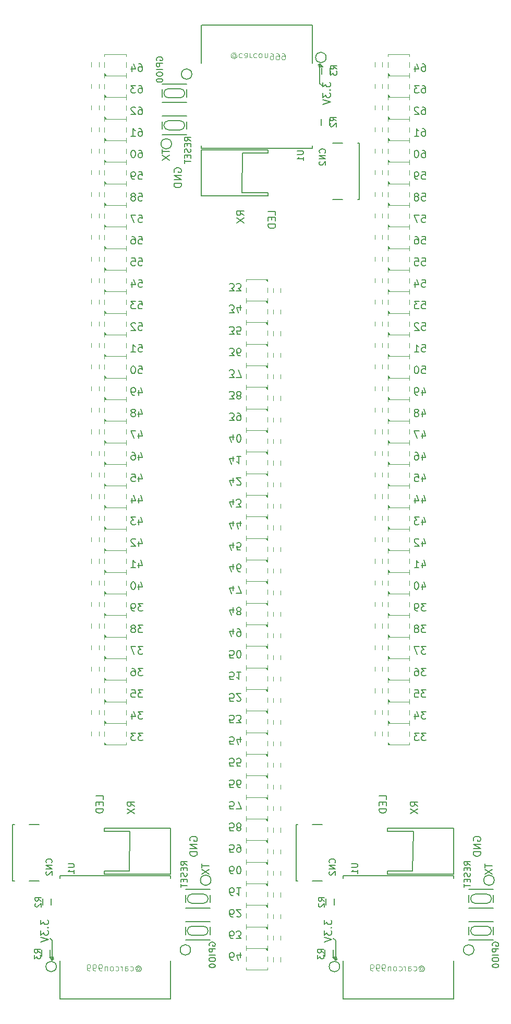
<source format=gbo>
G04 #@! TF.FileFunction,Legend,Bot*
%FSLAX46Y46*%
G04 Gerber Fmt 4.6, Leading zero omitted, Abs format (unit mm)*
G04 Created by KiCad (PCBNEW 4.0.1-stable) date 2017/04/08 12:51:49*
%MOMM*%
G01*
G04 APERTURE LIST*
%ADD10C,0.200000*%
%ADD11C,0.150000*%
%ADD12C,0.120000*%
%ADD13C,0.152400*%
%ADD14C,0.100000*%
%ADD15O,1.500000X1.270000*%
%ADD16R,2.000000X2.000000*%
%ADD17C,1.524000*%
%ADD18O,3.014980X1.506220*%
%ADD19R,0.900000X0.500000*%
%ADD20O,2.000000X0.900000*%
%ADD21R,2.000000X0.900000*%
%ADD22R,4.300000X4.300000*%
%ADD23C,2.000000*%
%ADD24R,0.750000X0.800000*%
%ADD25R,1.700000X0.850000*%
%ADD26R,1.200000X1.000000*%
%ADD27R,0.600000X1.000000*%
%ADD28C,1.350000*%
%ADD29R,1.350000X1.350000*%
%ADD30R,1.900000X1.200000*%
%ADD31R,1.900000X1.600000*%
%ADD32R,2.000000X2.100000*%
%ADD33R,1.350000X0.400000*%
%ADD34R,1.050000X0.650000*%
G04 APERTURE END LIST*
D10*
X130900000Y-47800000D02*
X131200000Y-47500000D01*
X131700000Y-47800000D02*
X130900000Y-47800000D01*
X131200000Y-47300000D02*
X131700000Y-47800000D01*
X130700000Y-47800000D02*
X131200000Y-47300000D01*
X131600000Y-47800000D02*
X130700000Y-47800000D01*
X131200000Y-47400000D02*
X131600000Y-47800000D01*
X131200000Y-50500000D02*
X131200000Y-47400000D01*
X131600000Y-50900000D02*
X131200000Y-50500000D01*
D11*
X131742857Y-50328572D02*
X131742857Y-51071429D01*
X132200000Y-50671429D01*
X132200000Y-50842857D01*
X132257143Y-50957143D01*
X132314286Y-51014286D01*
X132428571Y-51071429D01*
X132714286Y-51071429D01*
X132828571Y-51014286D01*
X132885714Y-50957143D01*
X132942857Y-50842857D01*
X132942857Y-50500000D01*
X132885714Y-50385714D01*
X132828571Y-50328572D01*
X132828571Y-51585714D02*
X132885714Y-51642857D01*
X132942857Y-51585714D01*
X132885714Y-51528571D01*
X132828571Y-51585714D01*
X132942857Y-51585714D01*
X131742857Y-52042858D02*
X131742857Y-52785715D01*
X132200000Y-52385715D01*
X132200000Y-52557143D01*
X132257143Y-52671429D01*
X132314286Y-52728572D01*
X132428571Y-52785715D01*
X132714286Y-52785715D01*
X132828571Y-52728572D01*
X132885714Y-52671429D01*
X132942857Y-52557143D01*
X132942857Y-52214286D01*
X132885714Y-52100000D01*
X132828571Y-52042858D01*
X131742857Y-53128572D02*
X132942857Y-53528572D01*
X131742857Y-53928572D01*
X104750000Y-46773810D02*
X104702381Y-46678572D01*
X104702381Y-46535715D01*
X104750000Y-46392857D01*
X104845238Y-46297619D01*
X104940476Y-46250000D01*
X105130952Y-46202381D01*
X105273810Y-46202381D01*
X105464286Y-46250000D01*
X105559524Y-46297619D01*
X105654762Y-46392857D01*
X105702381Y-46535715D01*
X105702381Y-46630953D01*
X105654762Y-46773810D01*
X105607143Y-46821429D01*
X105273810Y-46821429D01*
X105273810Y-46630953D01*
X105702381Y-47250000D02*
X104702381Y-47250000D01*
X104702381Y-47630953D01*
X104750000Y-47726191D01*
X104797619Y-47773810D01*
X104892857Y-47821429D01*
X105035714Y-47821429D01*
X105130952Y-47773810D01*
X105178571Y-47726191D01*
X105226190Y-47630953D01*
X105226190Y-47250000D01*
X105702381Y-48250000D02*
X104702381Y-48250000D01*
X104702381Y-48916666D02*
X104702381Y-49107143D01*
X104750000Y-49202381D01*
X104845238Y-49297619D01*
X105035714Y-49345238D01*
X105369048Y-49345238D01*
X105559524Y-49297619D01*
X105654762Y-49202381D01*
X105702381Y-49107143D01*
X105702381Y-48916666D01*
X105654762Y-48821428D01*
X105559524Y-48726190D01*
X105369048Y-48678571D01*
X105035714Y-48678571D01*
X104845238Y-48726190D01*
X104750000Y-48821428D01*
X104702381Y-48916666D01*
X104702381Y-49964285D02*
X104702381Y-50059524D01*
X104750000Y-50154762D01*
X104797619Y-50202381D01*
X104892857Y-50250000D01*
X105083333Y-50297619D01*
X105321429Y-50297619D01*
X105511905Y-50250000D01*
X105607143Y-50202381D01*
X105654762Y-50154762D01*
X105702381Y-50059524D01*
X105702381Y-49964285D01*
X105654762Y-49869047D01*
X105607143Y-49821428D01*
X105511905Y-49773809D01*
X105321429Y-49726190D01*
X105083333Y-49726190D01*
X104892857Y-49773809D01*
X104797619Y-49821428D01*
X104750000Y-49869047D01*
X104702381Y-49964285D01*
X110252381Y-59847619D02*
X109776190Y-59514285D01*
X110252381Y-59276190D02*
X109252381Y-59276190D01*
X109252381Y-59657143D01*
X109300000Y-59752381D01*
X109347619Y-59800000D01*
X109442857Y-59847619D01*
X109585714Y-59847619D01*
X109680952Y-59800000D01*
X109728571Y-59752381D01*
X109776190Y-59657143D01*
X109776190Y-59276190D01*
X109728571Y-60276190D02*
X109728571Y-60609524D01*
X110252381Y-60752381D02*
X110252381Y-60276190D01*
X109252381Y-60276190D01*
X109252381Y-60752381D01*
X110204762Y-61133333D02*
X110252381Y-61276190D01*
X110252381Y-61514286D01*
X110204762Y-61609524D01*
X110157143Y-61657143D01*
X110061905Y-61704762D01*
X109966667Y-61704762D01*
X109871429Y-61657143D01*
X109823810Y-61609524D01*
X109776190Y-61514286D01*
X109728571Y-61323809D01*
X109680952Y-61228571D01*
X109633333Y-61180952D01*
X109538095Y-61133333D01*
X109442857Y-61133333D01*
X109347619Y-61180952D01*
X109300000Y-61228571D01*
X109252381Y-61323809D01*
X109252381Y-61561905D01*
X109300000Y-61704762D01*
X109728571Y-62133333D02*
X109728571Y-62466667D01*
X110252381Y-62609524D02*
X110252381Y-62133333D01*
X109252381Y-62133333D01*
X109252381Y-62609524D01*
X109252381Y-62895238D02*
X109252381Y-63466667D01*
X110252381Y-63180952D02*
X109252381Y-63180952D01*
D10*
X117157143Y-189157143D02*
X116928572Y-189157143D01*
X116814286Y-189100000D01*
X116757143Y-189042857D01*
X116642857Y-188871429D01*
X116585714Y-188642857D01*
X116585714Y-188185714D01*
X116642857Y-188071429D01*
X116700000Y-188014286D01*
X116814286Y-187957143D01*
X117042857Y-187957143D01*
X117157143Y-188014286D01*
X117214286Y-188071429D01*
X117271429Y-188185714D01*
X117271429Y-188471429D01*
X117214286Y-188585714D01*
X117157143Y-188642857D01*
X117042857Y-188700000D01*
X116814286Y-188700000D01*
X116700000Y-188642857D01*
X116642857Y-188585714D01*
X116585714Y-188471429D01*
X117671429Y-189157143D02*
X118414286Y-189157143D01*
X118014286Y-188700000D01*
X118185714Y-188700000D01*
X118300000Y-188642857D01*
X118357143Y-188585714D01*
X118414286Y-188471429D01*
X118414286Y-188185714D01*
X118357143Y-188071429D01*
X118300000Y-188014286D01*
X118185714Y-187957143D01*
X117842857Y-187957143D01*
X117728571Y-188014286D01*
X117671429Y-188071429D01*
X117157143Y-185657143D02*
X116928572Y-185657143D01*
X116814286Y-185600000D01*
X116757143Y-185542857D01*
X116642857Y-185371429D01*
X116585714Y-185142857D01*
X116585714Y-184685714D01*
X116642857Y-184571429D01*
X116700000Y-184514286D01*
X116814286Y-184457143D01*
X117042857Y-184457143D01*
X117157143Y-184514286D01*
X117214286Y-184571429D01*
X117271429Y-184685714D01*
X117271429Y-184971429D01*
X117214286Y-185085714D01*
X117157143Y-185142857D01*
X117042857Y-185200000D01*
X116814286Y-185200000D01*
X116700000Y-185142857D01*
X116642857Y-185085714D01*
X116585714Y-184971429D01*
X117728571Y-185542857D02*
X117785714Y-185600000D01*
X117900000Y-185657143D01*
X118185714Y-185657143D01*
X118300000Y-185600000D01*
X118357143Y-185542857D01*
X118414286Y-185428571D01*
X118414286Y-185314286D01*
X118357143Y-185142857D01*
X117671429Y-184457143D01*
X118414286Y-184457143D01*
X117157143Y-182157143D02*
X116928572Y-182157143D01*
X116814286Y-182100000D01*
X116757143Y-182042857D01*
X116642857Y-181871429D01*
X116585714Y-181642857D01*
X116585714Y-181185714D01*
X116642857Y-181071429D01*
X116700000Y-181014286D01*
X116814286Y-180957143D01*
X117042857Y-180957143D01*
X117157143Y-181014286D01*
X117214286Y-181071429D01*
X117271429Y-181185714D01*
X117271429Y-181471429D01*
X117214286Y-181585714D01*
X117157143Y-181642857D01*
X117042857Y-181700000D01*
X116814286Y-181700000D01*
X116700000Y-181642857D01*
X116642857Y-181585714D01*
X116585714Y-181471429D01*
X118414286Y-180957143D02*
X117728571Y-180957143D01*
X118071429Y-180957143D02*
X118071429Y-182157143D01*
X117957143Y-181985714D01*
X117842857Y-181871429D01*
X117728571Y-181814286D01*
X117157143Y-178657143D02*
X116928572Y-178657143D01*
X116814286Y-178600000D01*
X116757143Y-178542857D01*
X116642857Y-178371429D01*
X116585714Y-178142857D01*
X116585714Y-177685714D01*
X116642857Y-177571429D01*
X116700000Y-177514286D01*
X116814286Y-177457143D01*
X117042857Y-177457143D01*
X117157143Y-177514286D01*
X117214286Y-177571429D01*
X117271429Y-177685714D01*
X117271429Y-177971429D01*
X117214286Y-178085714D01*
X117157143Y-178142857D01*
X117042857Y-178200000D01*
X116814286Y-178200000D01*
X116700000Y-178142857D01*
X116642857Y-178085714D01*
X116585714Y-177971429D01*
X118014286Y-178657143D02*
X118128571Y-178657143D01*
X118242857Y-178600000D01*
X118300000Y-178542857D01*
X118357143Y-178428571D01*
X118414286Y-178200000D01*
X118414286Y-177914286D01*
X118357143Y-177685714D01*
X118300000Y-177571429D01*
X118242857Y-177514286D01*
X118128571Y-177457143D01*
X118014286Y-177457143D01*
X117900000Y-177514286D01*
X117842857Y-177571429D01*
X117785714Y-177685714D01*
X117728571Y-177914286D01*
X117728571Y-178200000D01*
X117785714Y-178428571D01*
X117842857Y-178542857D01*
X117900000Y-178600000D01*
X118014286Y-178657143D01*
X117214286Y-175157143D02*
X116642857Y-175157143D01*
X116585714Y-174585714D01*
X116642857Y-174642857D01*
X116757143Y-174700000D01*
X117042857Y-174700000D01*
X117157143Y-174642857D01*
X117214286Y-174585714D01*
X117271429Y-174471429D01*
X117271429Y-174185714D01*
X117214286Y-174071429D01*
X117157143Y-174014286D01*
X117042857Y-173957143D01*
X116757143Y-173957143D01*
X116642857Y-174014286D01*
X116585714Y-174071429D01*
X117842857Y-173957143D02*
X118071429Y-173957143D01*
X118185714Y-174014286D01*
X118242857Y-174071429D01*
X118357143Y-174242857D01*
X118414286Y-174471429D01*
X118414286Y-174928571D01*
X118357143Y-175042857D01*
X118300000Y-175100000D01*
X118185714Y-175157143D01*
X117957143Y-175157143D01*
X117842857Y-175100000D01*
X117785714Y-175042857D01*
X117728571Y-174928571D01*
X117728571Y-174642857D01*
X117785714Y-174528571D01*
X117842857Y-174471429D01*
X117957143Y-174414286D01*
X118185714Y-174414286D01*
X118300000Y-174471429D01*
X118357143Y-174528571D01*
X118414286Y-174642857D01*
X117214286Y-171657143D02*
X116642857Y-171657143D01*
X116585714Y-171085714D01*
X116642857Y-171142857D01*
X116757143Y-171200000D01*
X117042857Y-171200000D01*
X117157143Y-171142857D01*
X117214286Y-171085714D01*
X117271429Y-170971429D01*
X117271429Y-170685714D01*
X117214286Y-170571429D01*
X117157143Y-170514286D01*
X117042857Y-170457143D01*
X116757143Y-170457143D01*
X116642857Y-170514286D01*
X116585714Y-170571429D01*
X117957143Y-171142857D02*
X117842857Y-171200000D01*
X117785714Y-171257143D01*
X117728571Y-171371429D01*
X117728571Y-171428571D01*
X117785714Y-171542857D01*
X117842857Y-171600000D01*
X117957143Y-171657143D01*
X118185714Y-171657143D01*
X118300000Y-171600000D01*
X118357143Y-171542857D01*
X118414286Y-171428571D01*
X118414286Y-171371429D01*
X118357143Y-171257143D01*
X118300000Y-171200000D01*
X118185714Y-171142857D01*
X117957143Y-171142857D01*
X117842857Y-171085714D01*
X117785714Y-171028571D01*
X117728571Y-170914286D01*
X117728571Y-170685714D01*
X117785714Y-170571429D01*
X117842857Y-170514286D01*
X117957143Y-170457143D01*
X118185714Y-170457143D01*
X118300000Y-170514286D01*
X118357143Y-170571429D01*
X118414286Y-170685714D01*
X118414286Y-170914286D01*
X118357143Y-171028571D01*
X118300000Y-171085714D01*
X118185714Y-171142857D01*
X117157143Y-192657143D02*
X116928572Y-192657143D01*
X116814286Y-192600000D01*
X116757143Y-192542857D01*
X116642857Y-192371429D01*
X116585714Y-192142857D01*
X116585714Y-191685714D01*
X116642857Y-191571429D01*
X116700000Y-191514286D01*
X116814286Y-191457143D01*
X117042857Y-191457143D01*
X117157143Y-191514286D01*
X117214286Y-191571429D01*
X117271429Y-191685714D01*
X117271429Y-191971429D01*
X117214286Y-192085714D01*
X117157143Y-192142857D01*
X117042857Y-192200000D01*
X116814286Y-192200000D01*
X116700000Y-192142857D01*
X116642857Y-192085714D01*
X116585714Y-191971429D01*
X118300000Y-192257143D02*
X118300000Y-191457143D01*
X118014286Y-192714286D02*
X117728571Y-191857143D01*
X118471429Y-191857143D01*
X117157143Y-115257143D02*
X117157143Y-114457143D01*
X116871429Y-115714286D02*
X116585714Y-114857143D01*
X117328572Y-114857143D01*
X117728571Y-115542857D02*
X117785714Y-115600000D01*
X117900000Y-115657143D01*
X118185714Y-115657143D01*
X118300000Y-115600000D01*
X118357143Y-115542857D01*
X118414286Y-115428571D01*
X118414286Y-115314286D01*
X118357143Y-115142857D01*
X117671429Y-114457143D01*
X118414286Y-114457143D01*
X117214286Y-164657143D02*
X116642857Y-164657143D01*
X116585714Y-164085714D01*
X116642857Y-164142857D01*
X116757143Y-164200000D01*
X117042857Y-164200000D01*
X117157143Y-164142857D01*
X117214286Y-164085714D01*
X117271429Y-163971429D01*
X117271429Y-163685714D01*
X117214286Y-163571429D01*
X117157143Y-163514286D01*
X117042857Y-163457143D01*
X116757143Y-163457143D01*
X116642857Y-163514286D01*
X116585714Y-163571429D01*
X118300000Y-164657143D02*
X118071429Y-164657143D01*
X117957143Y-164600000D01*
X117900000Y-164542857D01*
X117785714Y-164371429D01*
X117728571Y-164142857D01*
X117728571Y-163685714D01*
X117785714Y-163571429D01*
X117842857Y-163514286D01*
X117957143Y-163457143D01*
X118185714Y-163457143D01*
X118300000Y-163514286D01*
X118357143Y-163571429D01*
X118414286Y-163685714D01*
X118414286Y-163971429D01*
X118357143Y-164085714D01*
X118300000Y-164142857D01*
X118185714Y-164200000D01*
X117957143Y-164200000D01*
X117842857Y-164142857D01*
X117785714Y-164085714D01*
X117728571Y-163971429D01*
X117214286Y-161157143D02*
X116642857Y-161157143D01*
X116585714Y-160585714D01*
X116642857Y-160642857D01*
X116757143Y-160700000D01*
X117042857Y-160700000D01*
X117157143Y-160642857D01*
X117214286Y-160585714D01*
X117271429Y-160471429D01*
X117271429Y-160185714D01*
X117214286Y-160071429D01*
X117157143Y-160014286D01*
X117042857Y-159957143D01*
X116757143Y-159957143D01*
X116642857Y-160014286D01*
X116585714Y-160071429D01*
X118357143Y-161157143D02*
X117785714Y-161157143D01*
X117728571Y-160585714D01*
X117785714Y-160642857D01*
X117900000Y-160700000D01*
X118185714Y-160700000D01*
X118300000Y-160642857D01*
X118357143Y-160585714D01*
X118414286Y-160471429D01*
X118414286Y-160185714D01*
X118357143Y-160071429D01*
X118300000Y-160014286D01*
X118185714Y-159957143D01*
X117900000Y-159957143D01*
X117785714Y-160014286D01*
X117728571Y-160071429D01*
X117214286Y-157657143D02*
X116642857Y-157657143D01*
X116585714Y-157085714D01*
X116642857Y-157142857D01*
X116757143Y-157200000D01*
X117042857Y-157200000D01*
X117157143Y-157142857D01*
X117214286Y-157085714D01*
X117271429Y-156971429D01*
X117271429Y-156685714D01*
X117214286Y-156571429D01*
X117157143Y-156514286D01*
X117042857Y-156457143D01*
X116757143Y-156457143D01*
X116642857Y-156514286D01*
X116585714Y-156571429D01*
X118300000Y-157257143D02*
X118300000Y-156457143D01*
X118014286Y-157714286D02*
X117728571Y-156857143D01*
X118471429Y-156857143D01*
X117214286Y-154157143D02*
X116642857Y-154157143D01*
X116585714Y-153585714D01*
X116642857Y-153642857D01*
X116757143Y-153700000D01*
X117042857Y-153700000D01*
X117157143Y-153642857D01*
X117214286Y-153585714D01*
X117271429Y-153471429D01*
X117271429Y-153185714D01*
X117214286Y-153071429D01*
X117157143Y-153014286D01*
X117042857Y-152957143D01*
X116757143Y-152957143D01*
X116642857Y-153014286D01*
X116585714Y-153071429D01*
X117671429Y-154157143D02*
X118414286Y-154157143D01*
X118014286Y-153700000D01*
X118185714Y-153700000D01*
X118300000Y-153642857D01*
X118357143Y-153585714D01*
X118414286Y-153471429D01*
X118414286Y-153185714D01*
X118357143Y-153071429D01*
X118300000Y-153014286D01*
X118185714Y-152957143D01*
X117842857Y-152957143D01*
X117728571Y-153014286D01*
X117671429Y-153071429D01*
X117214286Y-150657143D02*
X116642857Y-150657143D01*
X116585714Y-150085714D01*
X116642857Y-150142857D01*
X116757143Y-150200000D01*
X117042857Y-150200000D01*
X117157143Y-150142857D01*
X117214286Y-150085714D01*
X117271429Y-149971429D01*
X117271429Y-149685714D01*
X117214286Y-149571429D01*
X117157143Y-149514286D01*
X117042857Y-149457143D01*
X116757143Y-149457143D01*
X116642857Y-149514286D01*
X116585714Y-149571429D01*
X117728571Y-150542857D02*
X117785714Y-150600000D01*
X117900000Y-150657143D01*
X118185714Y-150657143D01*
X118300000Y-150600000D01*
X118357143Y-150542857D01*
X118414286Y-150428571D01*
X118414286Y-150314286D01*
X118357143Y-150142857D01*
X117671429Y-149457143D01*
X118414286Y-149457143D01*
X117214286Y-147157143D02*
X116642857Y-147157143D01*
X116585714Y-146585714D01*
X116642857Y-146642857D01*
X116757143Y-146700000D01*
X117042857Y-146700000D01*
X117157143Y-146642857D01*
X117214286Y-146585714D01*
X117271429Y-146471429D01*
X117271429Y-146185714D01*
X117214286Y-146071429D01*
X117157143Y-146014286D01*
X117042857Y-145957143D01*
X116757143Y-145957143D01*
X116642857Y-146014286D01*
X116585714Y-146071429D01*
X118414286Y-145957143D02*
X117728571Y-145957143D01*
X118071429Y-145957143D02*
X118071429Y-147157143D01*
X117957143Y-146985714D01*
X117842857Y-146871429D01*
X117728571Y-146814286D01*
X117214286Y-143657143D02*
X116642857Y-143657143D01*
X116585714Y-143085714D01*
X116642857Y-143142857D01*
X116757143Y-143200000D01*
X117042857Y-143200000D01*
X117157143Y-143142857D01*
X117214286Y-143085714D01*
X117271429Y-142971429D01*
X117271429Y-142685714D01*
X117214286Y-142571429D01*
X117157143Y-142514286D01*
X117042857Y-142457143D01*
X116757143Y-142457143D01*
X116642857Y-142514286D01*
X116585714Y-142571429D01*
X118014286Y-143657143D02*
X118128571Y-143657143D01*
X118242857Y-143600000D01*
X118300000Y-143542857D01*
X118357143Y-143428571D01*
X118414286Y-143200000D01*
X118414286Y-142914286D01*
X118357143Y-142685714D01*
X118300000Y-142571429D01*
X118242857Y-142514286D01*
X118128571Y-142457143D01*
X118014286Y-142457143D01*
X117900000Y-142514286D01*
X117842857Y-142571429D01*
X117785714Y-142685714D01*
X117728571Y-142914286D01*
X117728571Y-143200000D01*
X117785714Y-143428571D01*
X117842857Y-143542857D01*
X117900000Y-143600000D01*
X118014286Y-143657143D01*
X117157143Y-139757143D02*
X117157143Y-138957143D01*
X116871429Y-140214286D02*
X116585714Y-139357143D01*
X117328572Y-139357143D01*
X117842857Y-138957143D02*
X118071429Y-138957143D01*
X118185714Y-139014286D01*
X118242857Y-139071429D01*
X118357143Y-139242857D01*
X118414286Y-139471429D01*
X118414286Y-139928571D01*
X118357143Y-140042857D01*
X118300000Y-140100000D01*
X118185714Y-140157143D01*
X117957143Y-140157143D01*
X117842857Y-140100000D01*
X117785714Y-140042857D01*
X117728571Y-139928571D01*
X117728571Y-139642857D01*
X117785714Y-139528571D01*
X117842857Y-139471429D01*
X117957143Y-139414286D01*
X118185714Y-139414286D01*
X118300000Y-139471429D01*
X118357143Y-139528571D01*
X118414286Y-139642857D01*
X117157143Y-136257143D02*
X117157143Y-135457143D01*
X116871429Y-136714286D02*
X116585714Y-135857143D01*
X117328572Y-135857143D01*
X117957143Y-136142857D02*
X117842857Y-136200000D01*
X117785714Y-136257143D01*
X117728571Y-136371429D01*
X117728571Y-136428571D01*
X117785714Y-136542857D01*
X117842857Y-136600000D01*
X117957143Y-136657143D01*
X118185714Y-136657143D01*
X118300000Y-136600000D01*
X118357143Y-136542857D01*
X118414286Y-136428571D01*
X118414286Y-136371429D01*
X118357143Y-136257143D01*
X118300000Y-136200000D01*
X118185714Y-136142857D01*
X117957143Y-136142857D01*
X117842857Y-136085714D01*
X117785714Y-136028571D01*
X117728571Y-135914286D01*
X117728571Y-135685714D01*
X117785714Y-135571429D01*
X117842857Y-135514286D01*
X117957143Y-135457143D01*
X118185714Y-135457143D01*
X118300000Y-135514286D01*
X118357143Y-135571429D01*
X118414286Y-135685714D01*
X118414286Y-135914286D01*
X118357143Y-136028571D01*
X118300000Y-136085714D01*
X118185714Y-136142857D01*
X117157143Y-132757143D02*
X117157143Y-131957143D01*
X116871429Y-133214286D02*
X116585714Y-132357143D01*
X117328572Y-132357143D01*
X117671429Y-133157143D02*
X118471429Y-133157143D01*
X117957143Y-131957143D01*
X117157143Y-129257143D02*
X117157143Y-128457143D01*
X116871429Y-129714286D02*
X116585714Y-128857143D01*
X117328572Y-128857143D01*
X118300000Y-129657143D02*
X118071429Y-129657143D01*
X117957143Y-129600000D01*
X117900000Y-129542857D01*
X117785714Y-129371429D01*
X117728571Y-129142857D01*
X117728571Y-128685714D01*
X117785714Y-128571429D01*
X117842857Y-128514286D01*
X117957143Y-128457143D01*
X118185714Y-128457143D01*
X118300000Y-128514286D01*
X118357143Y-128571429D01*
X118414286Y-128685714D01*
X118414286Y-128971429D01*
X118357143Y-129085714D01*
X118300000Y-129142857D01*
X118185714Y-129200000D01*
X117957143Y-129200000D01*
X117842857Y-129142857D01*
X117785714Y-129085714D01*
X117728571Y-128971429D01*
X117157143Y-125757143D02*
X117157143Y-124957143D01*
X116871429Y-126214286D02*
X116585714Y-125357143D01*
X117328572Y-125357143D01*
X118357143Y-126157143D02*
X117785714Y-126157143D01*
X117728571Y-125585714D01*
X117785714Y-125642857D01*
X117900000Y-125700000D01*
X118185714Y-125700000D01*
X118300000Y-125642857D01*
X118357143Y-125585714D01*
X118414286Y-125471429D01*
X118414286Y-125185714D01*
X118357143Y-125071429D01*
X118300000Y-125014286D01*
X118185714Y-124957143D01*
X117900000Y-124957143D01*
X117785714Y-125014286D01*
X117728571Y-125071429D01*
X117157143Y-122257143D02*
X117157143Y-121457143D01*
X116871429Y-122714286D02*
X116585714Y-121857143D01*
X117328572Y-121857143D01*
X118300000Y-122257143D02*
X118300000Y-121457143D01*
X118014286Y-122714286D02*
X117728571Y-121857143D01*
X118471429Y-121857143D01*
X117157143Y-118757143D02*
X117157143Y-117957143D01*
X116871429Y-119214286D02*
X116585714Y-118357143D01*
X117328572Y-118357143D01*
X117671429Y-119157143D02*
X118414286Y-119157143D01*
X118014286Y-118700000D01*
X118185714Y-118700000D01*
X118300000Y-118642857D01*
X118357143Y-118585714D01*
X118414286Y-118471429D01*
X118414286Y-118185714D01*
X118357143Y-118071429D01*
X118300000Y-118014286D01*
X118185714Y-117957143D01*
X117842857Y-117957143D01*
X117728571Y-118014286D01*
X117671429Y-118071429D01*
X117214286Y-168157143D02*
X116642857Y-168157143D01*
X116585714Y-167585714D01*
X116642857Y-167642857D01*
X116757143Y-167700000D01*
X117042857Y-167700000D01*
X117157143Y-167642857D01*
X117214286Y-167585714D01*
X117271429Y-167471429D01*
X117271429Y-167185714D01*
X117214286Y-167071429D01*
X117157143Y-167014286D01*
X117042857Y-166957143D01*
X116757143Y-166957143D01*
X116642857Y-167014286D01*
X116585714Y-167071429D01*
X117671429Y-168157143D02*
X118471429Y-168157143D01*
X117957143Y-166957143D01*
X117157143Y-111757143D02*
X117157143Y-110957143D01*
X116871429Y-112214286D02*
X116585714Y-111357143D01*
X117328572Y-111357143D01*
X118414286Y-110957143D02*
X117728571Y-110957143D01*
X118071429Y-110957143D02*
X118071429Y-112157143D01*
X117957143Y-111985714D01*
X117842857Y-111871429D01*
X117728571Y-111814286D01*
X117157143Y-108257143D02*
X117157143Y-107457143D01*
X116871429Y-108714286D02*
X116585714Y-107857143D01*
X117328572Y-107857143D01*
X118014286Y-108657143D02*
X118128571Y-108657143D01*
X118242857Y-108600000D01*
X118300000Y-108542857D01*
X118357143Y-108428571D01*
X118414286Y-108200000D01*
X118414286Y-107914286D01*
X118357143Y-107685714D01*
X118300000Y-107571429D01*
X118242857Y-107514286D01*
X118128571Y-107457143D01*
X118014286Y-107457143D01*
X117900000Y-107514286D01*
X117842857Y-107571429D01*
X117785714Y-107685714D01*
X117728571Y-107914286D01*
X117728571Y-108200000D01*
X117785714Y-108428571D01*
X117842857Y-108542857D01*
X117900000Y-108600000D01*
X118014286Y-108657143D01*
X116528572Y-105157143D02*
X117271429Y-105157143D01*
X116871429Y-104700000D01*
X117042857Y-104700000D01*
X117157143Y-104642857D01*
X117214286Y-104585714D01*
X117271429Y-104471429D01*
X117271429Y-104185714D01*
X117214286Y-104071429D01*
X117157143Y-104014286D01*
X117042857Y-103957143D01*
X116700000Y-103957143D01*
X116585714Y-104014286D01*
X116528572Y-104071429D01*
X117842857Y-103957143D02*
X118071429Y-103957143D01*
X118185714Y-104014286D01*
X118242857Y-104071429D01*
X118357143Y-104242857D01*
X118414286Y-104471429D01*
X118414286Y-104928571D01*
X118357143Y-105042857D01*
X118300000Y-105100000D01*
X118185714Y-105157143D01*
X117957143Y-105157143D01*
X117842857Y-105100000D01*
X117785714Y-105042857D01*
X117728571Y-104928571D01*
X117728571Y-104642857D01*
X117785714Y-104528571D01*
X117842857Y-104471429D01*
X117957143Y-104414286D01*
X118185714Y-104414286D01*
X118300000Y-104471429D01*
X118357143Y-104528571D01*
X118414286Y-104642857D01*
X116528572Y-101657143D02*
X117271429Y-101657143D01*
X116871429Y-101200000D01*
X117042857Y-101200000D01*
X117157143Y-101142857D01*
X117214286Y-101085714D01*
X117271429Y-100971429D01*
X117271429Y-100685714D01*
X117214286Y-100571429D01*
X117157143Y-100514286D01*
X117042857Y-100457143D01*
X116700000Y-100457143D01*
X116585714Y-100514286D01*
X116528572Y-100571429D01*
X117957143Y-101142857D02*
X117842857Y-101200000D01*
X117785714Y-101257143D01*
X117728571Y-101371429D01*
X117728571Y-101428571D01*
X117785714Y-101542857D01*
X117842857Y-101600000D01*
X117957143Y-101657143D01*
X118185714Y-101657143D01*
X118300000Y-101600000D01*
X118357143Y-101542857D01*
X118414286Y-101428571D01*
X118414286Y-101371429D01*
X118357143Y-101257143D01*
X118300000Y-101200000D01*
X118185714Y-101142857D01*
X117957143Y-101142857D01*
X117842857Y-101085714D01*
X117785714Y-101028571D01*
X117728571Y-100914286D01*
X117728571Y-100685714D01*
X117785714Y-100571429D01*
X117842857Y-100514286D01*
X117957143Y-100457143D01*
X118185714Y-100457143D01*
X118300000Y-100514286D01*
X118357143Y-100571429D01*
X118414286Y-100685714D01*
X118414286Y-100914286D01*
X118357143Y-101028571D01*
X118300000Y-101085714D01*
X118185714Y-101142857D01*
X116528572Y-98157143D02*
X117271429Y-98157143D01*
X116871429Y-97700000D01*
X117042857Y-97700000D01*
X117157143Y-97642857D01*
X117214286Y-97585714D01*
X117271429Y-97471429D01*
X117271429Y-97185714D01*
X117214286Y-97071429D01*
X117157143Y-97014286D01*
X117042857Y-96957143D01*
X116700000Y-96957143D01*
X116585714Y-97014286D01*
X116528572Y-97071429D01*
X117671429Y-98157143D02*
X118471429Y-98157143D01*
X117957143Y-96957143D01*
X116528572Y-94657143D02*
X117271429Y-94657143D01*
X116871429Y-94200000D01*
X117042857Y-94200000D01*
X117157143Y-94142857D01*
X117214286Y-94085714D01*
X117271429Y-93971429D01*
X117271429Y-93685714D01*
X117214286Y-93571429D01*
X117157143Y-93514286D01*
X117042857Y-93457143D01*
X116700000Y-93457143D01*
X116585714Y-93514286D01*
X116528572Y-93571429D01*
X118300000Y-94657143D02*
X118071429Y-94657143D01*
X117957143Y-94600000D01*
X117900000Y-94542857D01*
X117785714Y-94371429D01*
X117728571Y-94142857D01*
X117728571Y-93685714D01*
X117785714Y-93571429D01*
X117842857Y-93514286D01*
X117957143Y-93457143D01*
X118185714Y-93457143D01*
X118300000Y-93514286D01*
X118357143Y-93571429D01*
X118414286Y-93685714D01*
X118414286Y-93971429D01*
X118357143Y-94085714D01*
X118300000Y-94142857D01*
X118185714Y-94200000D01*
X117957143Y-94200000D01*
X117842857Y-94142857D01*
X117785714Y-94085714D01*
X117728571Y-93971429D01*
X116528572Y-91157143D02*
X117271429Y-91157143D01*
X116871429Y-90700000D01*
X117042857Y-90700000D01*
X117157143Y-90642857D01*
X117214286Y-90585714D01*
X117271429Y-90471429D01*
X117271429Y-90185714D01*
X117214286Y-90071429D01*
X117157143Y-90014286D01*
X117042857Y-89957143D01*
X116700000Y-89957143D01*
X116585714Y-90014286D01*
X116528572Y-90071429D01*
X118357143Y-91157143D02*
X117785714Y-91157143D01*
X117728571Y-90585714D01*
X117785714Y-90642857D01*
X117900000Y-90700000D01*
X118185714Y-90700000D01*
X118300000Y-90642857D01*
X118357143Y-90585714D01*
X118414286Y-90471429D01*
X118414286Y-90185714D01*
X118357143Y-90071429D01*
X118300000Y-90014286D01*
X118185714Y-89957143D01*
X117900000Y-89957143D01*
X117785714Y-90014286D01*
X117728571Y-90071429D01*
X116528572Y-87657143D02*
X117271429Y-87657143D01*
X116871429Y-87200000D01*
X117042857Y-87200000D01*
X117157143Y-87142857D01*
X117214286Y-87085714D01*
X117271429Y-86971429D01*
X117271429Y-86685714D01*
X117214286Y-86571429D01*
X117157143Y-86514286D01*
X117042857Y-86457143D01*
X116700000Y-86457143D01*
X116585714Y-86514286D01*
X116528572Y-86571429D01*
X118300000Y-87257143D02*
X118300000Y-86457143D01*
X118014286Y-87714286D02*
X117728571Y-86857143D01*
X118471429Y-86857143D01*
X116528572Y-84157143D02*
X117271429Y-84157143D01*
X116871429Y-83700000D01*
X117042857Y-83700000D01*
X117157143Y-83642857D01*
X117214286Y-83585714D01*
X117271429Y-83471429D01*
X117271429Y-83185714D01*
X117214286Y-83071429D01*
X117157143Y-83014286D01*
X117042857Y-82957143D01*
X116700000Y-82957143D01*
X116585714Y-83014286D01*
X116528572Y-83071429D01*
X117671429Y-84157143D02*
X118414286Y-84157143D01*
X118014286Y-83700000D01*
X118185714Y-83700000D01*
X118300000Y-83642857D01*
X118357143Y-83585714D01*
X118414286Y-83471429D01*
X118414286Y-83185714D01*
X118357143Y-83071429D01*
X118300000Y-83014286D01*
X118185714Y-82957143D01*
X117842857Y-82957143D01*
X117728571Y-83014286D01*
X117671429Y-83071429D01*
D11*
X124042857Y-71828572D02*
X124042857Y-71257143D01*
X122842857Y-71257143D01*
X123414286Y-72228572D02*
X123414286Y-72628572D01*
X124042857Y-72800001D02*
X124042857Y-72228572D01*
X122842857Y-72228572D01*
X122842857Y-72800001D01*
X124042857Y-73314286D02*
X122842857Y-73314286D01*
X122842857Y-73600001D01*
X122900000Y-73771429D01*
X123014286Y-73885715D01*
X123128571Y-73942858D01*
X123357143Y-74000001D01*
X123528571Y-74000001D01*
X123757143Y-73942858D01*
X123871429Y-73885715D01*
X123985714Y-73771429D01*
X124042857Y-73600001D01*
X124042857Y-73314286D01*
X118942857Y-71900001D02*
X118371429Y-71500001D01*
X118942857Y-71214286D02*
X117742857Y-71214286D01*
X117742857Y-71671429D01*
X117800000Y-71785715D01*
X117857143Y-71842858D01*
X117971429Y-71900001D01*
X118142857Y-71900001D01*
X118257143Y-71842858D01*
X118314286Y-71785715D01*
X118371429Y-71671429D01*
X118371429Y-71214286D01*
X117742857Y-72300001D02*
X118942857Y-73100001D01*
X117742857Y-73100001D02*
X118942857Y-72300001D01*
X105642857Y-61185715D02*
X105642857Y-61871429D01*
X106842857Y-61528572D02*
X105642857Y-61528572D01*
X105642857Y-62157144D02*
X106842857Y-62957144D01*
X105642857Y-62957144D02*
X106842857Y-62157144D01*
X107600000Y-64885715D02*
X107542857Y-64771429D01*
X107542857Y-64600000D01*
X107600000Y-64428572D01*
X107714286Y-64314286D01*
X107828571Y-64257143D01*
X108057143Y-64200000D01*
X108228571Y-64200000D01*
X108457143Y-64257143D01*
X108571429Y-64314286D01*
X108685714Y-64428572D01*
X108742857Y-64600000D01*
X108742857Y-64714286D01*
X108685714Y-64885715D01*
X108628571Y-64942858D01*
X108228571Y-64942858D01*
X108228571Y-64714286D01*
X108742857Y-65457143D02*
X107542857Y-65457143D01*
X108742857Y-66142858D01*
X107542857Y-66142858D01*
X108742857Y-66714286D02*
X107542857Y-66714286D01*
X107542857Y-67000001D01*
X107600000Y-67171429D01*
X107714286Y-67285715D01*
X107828571Y-67342858D01*
X108057143Y-67400001D01*
X108228571Y-67400001D01*
X108457143Y-67342858D01*
X108571429Y-67285715D01*
X108685714Y-67171429D01*
X108742857Y-67000001D01*
X108742857Y-66714286D01*
D12*
X117461905Y-46123810D02*
X117414286Y-46171429D01*
X117319048Y-46219048D01*
X117223810Y-46219048D01*
X117128572Y-46171429D01*
X117080952Y-46123810D01*
X117033333Y-46028571D01*
X117033333Y-45933333D01*
X117080952Y-45838095D01*
X117128572Y-45790476D01*
X117223810Y-45742857D01*
X117319048Y-45742857D01*
X117414286Y-45790476D01*
X117461905Y-45838095D01*
X117461905Y-46219048D02*
X117461905Y-45838095D01*
X117509524Y-45790476D01*
X117557143Y-45790476D01*
X117652381Y-45838095D01*
X117700000Y-45933333D01*
X117700000Y-46171429D01*
X117604762Y-46314286D01*
X117461905Y-46409524D01*
X117271429Y-46457143D01*
X117080952Y-46409524D01*
X116938095Y-46314286D01*
X116842857Y-46171429D01*
X116795238Y-45980952D01*
X116842857Y-45790476D01*
X116938095Y-45647619D01*
X117080952Y-45552381D01*
X117271429Y-45504762D01*
X117461905Y-45552381D01*
X117604762Y-45647619D01*
X118557143Y-45695238D02*
X118461905Y-45647619D01*
X118271428Y-45647619D01*
X118176190Y-45695238D01*
X118128571Y-45742857D01*
X118080952Y-45838095D01*
X118080952Y-46123810D01*
X118128571Y-46219048D01*
X118176190Y-46266667D01*
X118271428Y-46314286D01*
X118461905Y-46314286D01*
X118557143Y-46266667D01*
X119414286Y-45647619D02*
X119414286Y-46171429D01*
X119366667Y-46266667D01*
X119271429Y-46314286D01*
X119080952Y-46314286D01*
X118985714Y-46266667D01*
X119414286Y-45695238D02*
X119319048Y-45647619D01*
X119080952Y-45647619D01*
X118985714Y-45695238D01*
X118938095Y-45790476D01*
X118938095Y-45885714D01*
X118985714Y-45980952D01*
X119080952Y-46028571D01*
X119319048Y-46028571D01*
X119414286Y-46076190D01*
X119890476Y-45647619D02*
X119890476Y-46314286D01*
X119890476Y-46123810D02*
X119938095Y-46219048D01*
X119985714Y-46266667D01*
X120080952Y-46314286D01*
X120176191Y-46314286D01*
X120938096Y-45695238D02*
X120842858Y-45647619D01*
X120652381Y-45647619D01*
X120557143Y-45695238D01*
X120509524Y-45742857D01*
X120461905Y-45838095D01*
X120461905Y-46123810D01*
X120509524Y-46219048D01*
X120557143Y-46266667D01*
X120652381Y-46314286D01*
X120842858Y-46314286D01*
X120938096Y-46266667D01*
X121509524Y-45647619D02*
X121414286Y-45695238D01*
X121366667Y-45742857D01*
X121319048Y-45838095D01*
X121319048Y-46123810D01*
X121366667Y-46219048D01*
X121414286Y-46266667D01*
X121509524Y-46314286D01*
X121652382Y-46314286D01*
X121747620Y-46266667D01*
X121795239Y-46219048D01*
X121842858Y-46123810D01*
X121842858Y-45838095D01*
X121795239Y-45742857D01*
X121747620Y-45695238D01*
X121652382Y-45647619D01*
X121509524Y-45647619D01*
X122271429Y-46314286D02*
X122271429Y-45647619D01*
X122271429Y-46219048D02*
X122319048Y-46266667D01*
X122414286Y-46314286D01*
X122557144Y-46314286D01*
X122652382Y-46266667D01*
X122700001Y-46171429D01*
X122700001Y-45647619D01*
X123223810Y-45647619D02*
X123414286Y-45647619D01*
X123509525Y-45695238D01*
X123557144Y-45742857D01*
X123652382Y-45885714D01*
X123700001Y-46076190D01*
X123700001Y-46457143D01*
X123652382Y-46552381D01*
X123604763Y-46600000D01*
X123509525Y-46647619D01*
X123319048Y-46647619D01*
X123223810Y-46600000D01*
X123176191Y-46552381D01*
X123128572Y-46457143D01*
X123128572Y-46219048D01*
X123176191Y-46123810D01*
X123223810Y-46076190D01*
X123319048Y-46028571D01*
X123509525Y-46028571D01*
X123604763Y-46076190D01*
X123652382Y-46123810D01*
X123700001Y-46219048D01*
X124176191Y-45647619D02*
X124366667Y-45647619D01*
X124461906Y-45695238D01*
X124509525Y-45742857D01*
X124604763Y-45885714D01*
X124652382Y-46076190D01*
X124652382Y-46457143D01*
X124604763Y-46552381D01*
X124557144Y-46600000D01*
X124461906Y-46647619D01*
X124271429Y-46647619D01*
X124176191Y-46600000D01*
X124128572Y-46552381D01*
X124080953Y-46457143D01*
X124080953Y-46219048D01*
X124128572Y-46123810D01*
X124176191Y-46076190D01*
X124271429Y-46028571D01*
X124461906Y-46028571D01*
X124557144Y-46076190D01*
X124604763Y-46123810D01*
X124652382Y-46219048D01*
X125128572Y-45647619D02*
X125319048Y-45647619D01*
X125414287Y-45695238D01*
X125461906Y-45742857D01*
X125557144Y-45885714D01*
X125604763Y-46076190D01*
X125604763Y-46457143D01*
X125557144Y-46552381D01*
X125509525Y-46600000D01*
X125414287Y-46647619D01*
X125223810Y-46647619D01*
X125128572Y-46600000D01*
X125080953Y-46552381D01*
X125033334Y-46457143D01*
X125033334Y-46219048D01*
X125080953Y-46123810D01*
X125128572Y-46076190D01*
X125223810Y-46028571D01*
X125414287Y-46028571D01*
X125509525Y-46076190D01*
X125557144Y-46123810D01*
X125604763Y-46219048D01*
D10*
X88100000Y-192200000D02*
X87800000Y-192500000D01*
X87300000Y-192200000D02*
X88100000Y-192200000D01*
X87800000Y-192700000D02*
X87300000Y-192200000D01*
X88300000Y-192200000D02*
X87800000Y-192700000D01*
X87400000Y-192200000D02*
X88300000Y-192200000D01*
X87800000Y-192600000D02*
X87400000Y-192200000D01*
X87800000Y-189500000D02*
X87800000Y-192600000D01*
X87400000Y-189100000D02*
X87800000Y-189500000D01*
D11*
X85942857Y-186128572D02*
X85942857Y-186871429D01*
X86400000Y-186471429D01*
X86400000Y-186642857D01*
X86457143Y-186757143D01*
X86514286Y-186814286D01*
X86628571Y-186871429D01*
X86914286Y-186871429D01*
X87028571Y-186814286D01*
X87085714Y-186757143D01*
X87142857Y-186642857D01*
X87142857Y-186300000D01*
X87085714Y-186185714D01*
X87028571Y-186128572D01*
X87028571Y-187385714D02*
X87085714Y-187442857D01*
X87142857Y-187385714D01*
X87085714Y-187328571D01*
X87028571Y-187385714D01*
X87142857Y-187385714D01*
X85942857Y-187842858D02*
X85942857Y-188585715D01*
X86400000Y-188185715D01*
X86400000Y-188357143D01*
X86457143Y-188471429D01*
X86514286Y-188528572D01*
X86628571Y-188585715D01*
X86914286Y-188585715D01*
X87028571Y-188528572D01*
X87085714Y-188471429D01*
X87142857Y-188357143D01*
X87142857Y-188014286D01*
X87085714Y-187900000D01*
X87028571Y-187842858D01*
X85942857Y-188928572D02*
X87142857Y-189328572D01*
X85942857Y-189728572D01*
X113300000Y-190323810D02*
X113252381Y-190228572D01*
X113252381Y-190085715D01*
X113300000Y-189942857D01*
X113395238Y-189847619D01*
X113490476Y-189800000D01*
X113680952Y-189752381D01*
X113823810Y-189752381D01*
X114014286Y-189800000D01*
X114109524Y-189847619D01*
X114204762Y-189942857D01*
X114252381Y-190085715D01*
X114252381Y-190180953D01*
X114204762Y-190323810D01*
X114157143Y-190371429D01*
X113823810Y-190371429D01*
X113823810Y-190180953D01*
X114252381Y-190800000D02*
X113252381Y-190800000D01*
X113252381Y-191180953D01*
X113300000Y-191276191D01*
X113347619Y-191323810D01*
X113442857Y-191371429D01*
X113585714Y-191371429D01*
X113680952Y-191323810D01*
X113728571Y-191276191D01*
X113776190Y-191180953D01*
X113776190Y-190800000D01*
X114252381Y-191800000D02*
X113252381Y-191800000D01*
X113252381Y-192466666D02*
X113252381Y-192657143D01*
X113300000Y-192752381D01*
X113395238Y-192847619D01*
X113585714Y-192895238D01*
X113919048Y-192895238D01*
X114109524Y-192847619D01*
X114204762Y-192752381D01*
X114252381Y-192657143D01*
X114252381Y-192466666D01*
X114204762Y-192371428D01*
X114109524Y-192276190D01*
X113919048Y-192228571D01*
X113585714Y-192228571D01*
X113395238Y-192276190D01*
X113300000Y-192371428D01*
X113252381Y-192466666D01*
X113252381Y-193514285D02*
X113252381Y-193609524D01*
X113300000Y-193704762D01*
X113347619Y-193752381D01*
X113442857Y-193800000D01*
X113633333Y-193847619D01*
X113871429Y-193847619D01*
X114061905Y-193800000D01*
X114157143Y-193752381D01*
X114204762Y-193704762D01*
X114252381Y-193609524D01*
X114252381Y-193514285D01*
X114204762Y-193419047D01*
X114157143Y-193371428D01*
X114061905Y-193323809D01*
X113871429Y-193276190D01*
X113633333Y-193276190D01*
X113442857Y-193323809D01*
X113347619Y-193371428D01*
X113300000Y-193419047D01*
X113252381Y-193514285D01*
X109652381Y-177247619D02*
X109176190Y-176914285D01*
X109652381Y-176676190D02*
X108652381Y-176676190D01*
X108652381Y-177057143D01*
X108700000Y-177152381D01*
X108747619Y-177200000D01*
X108842857Y-177247619D01*
X108985714Y-177247619D01*
X109080952Y-177200000D01*
X109128571Y-177152381D01*
X109176190Y-177057143D01*
X109176190Y-176676190D01*
X109128571Y-177676190D02*
X109128571Y-178009524D01*
X109652381Y-178152381D02*
X109652381Y-177676190D01*
X108652381Y-177676190D01*
X108652381Y-178152381D01*
X109604762Y-178533333D02*
X109652381Y-178676190D01*
X109652381Y-178914286D01*
X109604762Y-179009524D01*
X109557143Y-179057143D01*
X109461905Y-179104762D01*
X109366667Y-179104762D01*
X109271429Y-179057143D01*
X109223810Y-179009524D01*
X109176190Y-178914286D01*
X109128571Y-178723809D01*
X109080952Y-178628571D01*
X109033333Y-178580952D01*
X108938095Y-178533333D01*
X108842857Y-178533333D01*
X108747619Y-178580952D01*
X108700000Y-178628571D01*
X108652381Y-178723809D01*
X108652381Y-178961905D01*
X108700000Y-179104762D01*
X109128571Y-179533333D02*
X109128571Y-179866667D01*
X109652381Y-180009524D02*
X109652381Y-179533333D01*
X108652381Y-179533333D01*
X108652381Y-180009524D01*
X108652381Y-180295238D02*
X108652381Y-180866667D01*
X109652381Y-180580952D02*
X108652381Y-180580952D01*
D10*
X101842857Y-50842857D02*
X102071428Y-50842857D01*
X102185714Y-50900000D01*
X102242857Y-50957143D01*
X102357143Y-51128571D01*
X102414286Y-51357143D01*
X102414286Y-51814286D01*
X102357143Y-51928571D01*
X102300000Y-51985714D01*
X102185714Y-52042857D01*
X101957143Y-52042857D01*
X101842857Y-51985714D01*
X101785714Y-51928571D01*
X101728571Y-51814286D01*
X101728571Y-51528571D01*
X101785714Y-51414286D01*
X101842857Y-51357143D01*
X101957143Y-51300000D01*
X102185714Y-51300000D01*
X102300000Y-51357143D01*
X102357143Y-51414286D01*
X102414286Y-51528571D01*
X101328571Y-50842857D02*
X100585714Y-50842857D01*
X100985714Y-51300000D01*
X100814286Y-51300000D01*
X100700000Y-51357143D01*
X100642857Y-51414286D01*
X100585714Y-51528571D01*
X100585714Y-51814286D01*
X100642857Y-51928571D01*
X100700000Y-51985714D01*
X100814286Y-52042857D01*
X101157143Y-52042857D01*
X101271429Y-51985714D01*
X101328571Y-51928571D01*
X101842857Y-54342857D02*
X102071428Y-54342857D01*
X102185714Y-54400000D01*
X102242857Y-54457143D01*
X102357143Y-54628571D01*
X102414286Y-54857143D01*
X102414286Y-55314286D01*
X102357143Y-55428571D01*
X102300000Y-55485714D01*
X102185714Y-55542857D01*
X101957143Y-55542857D01*
X101842857Y-55485714D01*
X101785714Y-55428571D01*
X101728571Y-55314286D01*
X101728571Y-55028571D01*
X101785714Y-54914286D01*
X101842857Y-54857143D01*
X101957143Y-54800000D01*
X102185714Y-54800000D01*
X102300000Y-54857143D01*
X102357143Y-54914286D01*
X102414286Y-55028571D01*
X101271429Y-54457143D02*
X101214286Y-54400000D01*
X101100000Y-54342857D01*
X100814286Y-54342857D01*
X100700000Y-54400000D01*
X100642857Y-54457143D01*
X100585714Y-54571429D01*
X100585714Y-54685714D01*
X100642857Y-54857143D01*
X101328571Y-55542857D01*
X100585714Y-55542857D01*
X101842857Y-57842857D02*
X102071428Y-57842857D01*
X102185714Y-57900000D01*
X102242857Y-57957143D01*
X102357143Y-58128571D01*
X102414286Y-58357143D01*
X102414286Y-58814286D01*
X102357143Y-58928571D01*
X102300000Y-58985714D01*
X102185714Y-59042857D01*
X101957143Y-59042857D01*
X101842857Y-58985714D01*
X101785714Y-58928571D01*
X101728571Y-58814286D01*
X101728571Y-58528571D01*
X101785714Y-58414286D01*
X101842857Y-58357143D01*
X101957143Y-58300000D01*
X102185714Y-58300000D01*
X102300000Y-58357143D01*
X102357143Y-58414286D01*
X102414286Y-58528571D01*
X100585714Y-59042857D02*
X101271429Y-59042857D01*
X100928571Y-59042857D02*
X100928571Y-57842857D01*
X101042857Y-58014286D01*
X101157143Y-58128571D01*
X101271429Y-58185714D01*
X101842857Y-61342857D02*
X102071428Y-61342857D01*
X102185714Y-61400000D01*
X102242857Y-61457143D01*
X102357143Y-61628571D01*
X102414286Y-61857143D01*
X102414286Y-62314286D01*
X102357143Y-62428571D01*
X102300000Y-62485714D01*
X102185714Y-62542857D01*
X101957143Y-62542857D01*
X101842857Y-62485714D01*
X101785714Y-62428571D01*
X101728571Y-62314286D01*
X101728571Y-62028571D01*
X101785714Y-61914286D01*
X101842857Y-61857143D01*
X101957143Y-61800000D01*
X102185714Y-61800000D01*
X102300000Y-61857143D01*
X102357143Y-61914286D01*
X102414286Y-62028571D01*
X100985714Y-61342857D02*
X100871429Y-61342857D01*
X100757143Y-61400000D01*
X100700000Y-61457143D01*
X100642857Y-61571429D01*
X100585714Y-61800000D01*
X100585714Y-62085714D01*
X100642857Y-62314286D01*
X100700000Y-62428571D01*
X100757143Y-62485714D01*
X100871429Y-62542857D01*
X100985714Y-62542857D01*
X101100000Y-62485714D01*
X101157143Y-62428571D01*
X101214286Y-62314286D01*
X101271429Y-62085714D01*
X101271429Y-61800000D01*
X101214286Y-61571429D01*
X101157143Y-61457143D01*
X101100000Y-61400000D01*
X100985714Y-61342857D01*
X101785714Y-64842857D02*
X102357143Y-64842857D01*
X102414286Y-65414286D01*
X102357143Y-65357143D01*
X102242857Y-65300000D01*
X101957143Y-65300000D01*
X101842857Y-65357143D01*
X101785714Y-65414286D01*
X101728571Y-65528571D01*
X101728571Y-65814286D01*
X101785714Y-65928571D01*
X101842857Y-65985714D01*
X101957143Y-66042857D01*
X102242857Y-66042857D01*
X102357143Y-65985714D01*
X102414286Y-65928571D01*
X101157143Y-66042857D02*
X100928571Y-66042857D01*
X100814286Y-65985714D01*
X100757143Y-65928571D01*
X100642857Y-65757143D01*
X100585714Y-65528571D01*
X100585714Y-65071429D01*
X100642857Y-64957143D01*
X100700000Y-64900000D01*
X100814286Y-64842857D01*
X101042857Y-64842857D01*
X101157143Y-64900000D01*
X101214286Y-64957143D01*
X101271429Y-65071429D01*
X101271429Y-65357143D01*
X101214286Y-65471429D01*
X101157143Y-65528571D01*
X101042857Y-65585714D01*
X100814286Y-65585714D01*
X100700000Y-65528571D01*
X100642857Y-65471429D01*
X100585714Y-65357143D01*
X101785714Y-68342857D02*
X102357143Y-68342857D01*
X102414286Y-68914286D01*
X102357143Y-68857143D01*
X102242857Y-68800000D01*
X101957143Y-68800000D01*
X101842857Y-68857143D01*
X101785714Y-68914286D01*
X101728571Y-69028571D01*
X101728571Y-69314286D01*
X101785714Y-69428571D01*
X101842857Y-69485714D01*
X101957143Y-69542857D01*
X102242857Y-69542857D01*
X102357143Y-69485714D01*
X102414286Y-69428571D01*
X101042857Y-68857143D02*
X101157143Y-68800000D01*
X101214286Y-68742857D01*
X101271429Y-68628571D01*
X101271429Y-68571429D01*
X101214286Y-68457143D01*
X101157143Y-68400000D01*
X101042857Y-68342857D01*
X100814286Y-68342857D01*
X100700000Y-68400000D01*
X100642857Y-68457143D01*
X100585714Y-68571429D01*
X100585714Y-68628571D01*
X100642857Y-68742857D01*
X100700000Y-68800000D01*
X100814286Y-68857143D01*
X101042857Y-68857143D01*
X101157143Y-68914286D01*
X101214286Y-68971429D01*
X101271429Y-69085714D01*
X101271429Y-69314286D01*
X101214286Y-69428571D01*
X101157143Y-69485714D01*
X101042857Y-69542857D01*
X100814286Y-69542857D01*
X100700000Y-69485714D01*
X100642857Y-69428571D01*
X100585714Y-69314286D01*
X100585714Y-69085714D01*
X100642857Y-68971429D01*
X100700000Y-68914286D01*
X100814286Y-68857143D01*
X101842857Y-47342857D02*
X102071428Y-47342857D01*
X102185714Y-47400000D01*
X102242857Y-47457143D01*
X102357143Y-47628571D01*
X102414286Y-47857143D01*
X102414286Y-48314286D01*
X102357143Y-48428571D01*
X102300000Y-48485714D01*
X102185714Y-48542857D01*
X101957143Y-48542857D01*
X101842857Y-48485714D01*
X101785714Y-48428571D01*
X101728571Y-48314286D01*
X101728571Y-48028571D01*
X101785714Y-47914286D01*
X101842857Y-47857143D01*
X101957143Y-47800000D01*
X102185714Y-47800000D01*
X102300000Y-47857143D01*
X102357143Y-47914286D01*
X102414286Y-48028571D01*
X100700000Y-47742857D02*
X100700000Y-48542857D01*
X100985714Y-47285714D02*
X101271429Y-48142857D01*
X100528571Y-48142857D01*
X101842857Y-124742857D02*
X101842857Y-125542857D01*
X102128571Y-124285714D02*
X102414286Y-125142857D01*
X101671428Y-125142857D01*
X101271429Y-124457143D02*
X101214286Y-124400000D01*
X101100000Y-124342857D01*
X100814286Y-124342857D01*
X100700000Y-124400000D01*
X100642857Y-124457143D01*
X100585714Y-124571429D01*
X100585714Y-124685714D01*
X100642857Y-124857143D01*
X101328571Y-125542857D01*
X100585714Y-125542857D01*
X101785714Y-75342857D02*
X102357143Y-75342857D01*
X102414286Y-75914286D01*
X102357143Y-75857143D01*
X102242857Y-75800000D01*
X101957143Y-75800000D01*
X101842857Y-75857143D01*
X101785714Y-75914286D01*
X101728571Y-76028571D01*
X101728571Y-76314286D01*
X101785714Y-76428571D01*
X101842857Y-76485714D01*
X101957143Y-76542857D01*
X102242857Y-76542857D01*
X102357143Y-76485714D01*
X102414286Y-76428571D01*
X100700000Y-75342857D02*
X100928571Y-75342857D01*
X101042857Y-75400000D01*
X101100000Y-75457143D01*
X101214286Y-75628571D01*
X101271429Y-75857143D01*
X101271429Y-76314286D01*
X101214286Y-76428571D01*
X101157143Y-76485714D01*
X101042857Y-76542857D01*
X100814286Y-76542857D01*
X100700000Y-76485714D01*
X100642857Y-76428571D01*
X100585714Y-76314286D01*
X100585714Y-76028571D01*
X100642857Y-75914286D01*
X100700000Y-75857143D01*
X100814286Y-75800000D01*
X101042857Y-75800000D01*
X101157143Y-75857143D01*
X101214286Y-75914286D01*
X101271429Y-76028571D01*
X101785714Y-78842857D02*
X102357143Y-78842857D01*
X102414286Y-79414286D01*
X102357143Y-79357143D01*
X102242857Y-79300000D01*
X101957143Y-79300000D01*
X101842857Y-79357143D01*
X101785714Y-79414286D01*
X101728571Y-79528571D01*
X101728571Y-79814286D01*
X101785714Y-79928571D01*
X101842857Y-79985714D01*
X101957143Y-80042857D01*
X102242857Y-80042857D01*
X102357143Y-79985714D01*
X102414286Y-79928571D01*
X100642857Y-78842857D02*
X101214286Y-78842857D01*
X101271429Y-79414286D01*
X101214286Y-79357143D01*
X101100000Y-79300000D01*
X100814286Y-79300000D01*
X100700000Y-79357143D01*
X100642857Y-79414286D01*
X100585714Y-79528571D01*
X100585714Y-79814286D01*
X100642857Y-79928571D01*
X100700000Y-79985714D01*
X100814286Y-80042857D01*
X101100000Y-80042857D01*
X101214286Y-79985714D01*
X101271429Y-79928571D01*
X101785714Y-82342857D02*
X102357143Y-82342857D01*
X102414286Y-82914286D01*
X102357143Y-82857143D01*
X102242857Y-82800000D01*
X101957143Y-82800000D01*
X101842857Y-82857143D01*
X101785714Y-82914286D01*
X101728571Y-83028571D01*
X101728571Y-83314286D01*
X101785714Y-83428571D01*
X101842857Y-83485714D01*
X101957143Y-83542857D01*
X102242857Y-83542857D01*
X102357143Y-83485714D01*
X102414286Y-83428571D01*
X100700000Y-82742857D02*
X100700000Y-83542857D01*
X100985714Y-82285714D02*
X101271429Y-83142857D01*
X100528571Y-83142857D01*
X101785714Y-85842857D02*
X102357143Y-85842857D01*
X102414286Y-86414286D01*
X102357143Y-86357143D01*
X102242857Y-86300000D01*
X101957143Y-86300000D01*
X101842857Y-86357143D01*
X101785714Y-86414286D01*
X101728571Y-86528571D01*
X101728571Y-86814286D01*
X101785714Y-86928571D01*
X101842857Y-86985714D01*
X101957143Y-87042857D01*
X102242857Y-87042857D01*
X102357143Y-86985714D01*
X102414286Y-86928571D01*
X101328571Y-85842857D02*
X100585714Y-85842857D01*
X100985714Y-86300000D01*
X100814286Y-86300000D01*
X100700000Y-86357143D01*
X100642857Y-86414286D01*
X100585714Y-86528571D01*
X100585714Y-86814286D01*
X100642857Y-86928571D01*
X100700000Y-86985714D01*
X100814286Y-87042857D01*
X101157143Y-87042857D01*
X101271429Y-86985714D01*
X101328571Y-86928571D01*
X101785714Y-89342857D02*
X102357143Y-89342857D01*
X102414286Y-89914286D01*
X102357143Y-89857143D01*
X102242857Y-89800000D01*
X101957143Y-89800000D01*
X101842857Y-89857143D01*
X101785714Y-89914286D01*
X101728571Y-90028571D01*
X101728571Y-90314286D01*
X101785714Y-90428571D01*
X101842857Y-90485714D01*
X101957143Y-90542857D01*
X102242857Y-90542857D01*
X102357143Y-90485714D01*
X102414286Y-90428571D01*
X101271429Y-89457143D02*
X101214286Y-89400000D01*
X101100000Y-89342857D01*
X100814286Y-89342857D01*
X100700000Y-89400000D01*
X100642857Y-89457143D01*
X100585714Y-89571429D01*
X100585714Y-89685714D01*
X100642857Y-89857143D01*
X101328571Y-90542857D01*
X100585714Y-90542857D01*
X101785714Y-92842857D02*
X102357143Y-92842857D01*
X102414286Y-93414286D01*
X102357143Y-93357143D01*
X102242857Y-93300000D01*
X101957143Y-93300000D01*
X101842857Y-93357143D01*
X101785714Y-93414286D01*
X101728571Y-93528571D01*
X101728571Y-93814286D01*
X101785714Y-93928571D01*
X101842857Y-93985714D01*
X101957143Y-94042857D01*
X102242857Y-94042857D01*
X102357143Y-93985714D01*
X102414286Y-93928571D01*
X100585714Y-94042857D02*
X101271429Y-94042857D01*
X100928571Y-94042857D02*
X100928571Y-92842857D01*
X101042857Y-93014286D01*
X101157143Y-93128571D01*
X101271429Y-93185714D01*
X101785714Y-96342857D02*
X102357143Y-96342857D01*
X102414286Y-96914286D01*
X102357143Y-96857143D01*
X102242857Y-96800000D01*
X101957143Y-96800000D01*
X101842857Y-96857143D01*
X101785714Y-96914286D01*
X101728571Y-97028571D01*
X101728571Y-97314286D01*
X101785714Y-97428571D01*
X101842857Y-97485714D01*
X101957143Y-97542857D01*
X102242857Y-97542857D01*
X102357143Y-97485714D01*
X102414286Y-97428571D01*
X100985714Y-96342857D02*
X100871429Y-96342857D01*
X100757143Y-96400000D01*
X100700000Y-96457143D01*
X100642857Y-96571429D01*
X100585714Y-96800000D01*
X100585714Y-97085714D01*
X100642857Y-97314286D01*
X100700000Y-97428571D01*
X100757143Y-97485714D01*
X100871429Y-97542857D01*
X100985714Y-97542857D01*
X101100000Y-97485714D01*
X101157143Y-97428571D01*
X101214286Y-97314286D01*
X101271429Y-97085714D01*
X101271429Y-96800000D01*
X101214286Y-96571429D01*
X101157143Y-96457143D01*
X101100000Y-96400000D01*
X100985714Y-96342857D01*
X101842857Y-100242857D02*
X101842857Y-101042857D01*
X102128571Y-99785714D02*
X102414286Y-100642857D01*
X101671428Y-100642857D01*
X101157143Y-101042857D02*
X100928571Y-101042857D01*
X100814286Y-100985714D01*
X100757143Y-100928571D01*
X100642857Y-100757143D01*
X100585714Y-100528571D01*
X100585714Y-100071429D01*
X100642857Y-99957143D01*
X100700000Y-99900000D01*
X100814286Y-99842857D01*
X101042857Y-99842857D01*
X101157143Y-99900000D01*
X101214286Y-99957143D01*
X101271429Y-100071429D01*
X101271429Y-100357143D01*
X101214286Y-100471429D01*
X101157143Y-100528571D01*
X101042857Y-100585714D01*
X100814286Y-100585714D01*
X100700000Y-100528571D01*
X100642857Y-100471429D01*
X100585714Y-100357143D01*
X101842857Y-103742857D02*
X101842857Y-104542857D01*
X102128571Y-103285714D02*
X102414286Y-104142857D01*
X101671428Y-104142857D01*
X101042857Y-103857143D02*
X101157143Y-103800000D01*
X101214286Y-103742857D01*
X101271429Y-103628571D01*
X101271429Y-103571429D01*
X101214286Y-103457143D01*
X101157143Y-103400000D01*
X101042857Y-103342857D01*
X100814286Y-103342857D01*
X100700000Y-103400000D01*
X100642857Y-103457143D01*
X100585714Y-103571429D01*
X100585714Y-103628571D01*
X100642857Y-103742857D01*
X100700000Y-103800000D01*
X100814286Y-103857143D01*
X101042857Y-103857143D01*
X101157143Y-103914286D01*
X101214286Y-103971429D01*
X101271429Y-104085714D01*
X101271429Y-104314286D01*
X101214286Y-104428571D01*
X101157143Y-104485714D01*
X101042857Y-104542857D01*
X100814286Y-104542857D01*
X100700000Y-104485714D01*
X100642857Y-104428571D01*
X100585714Y-104314286D01*
X100585714Y-104085714D01*
X100642857Y-103971429D01*
X100700000Y-103914286D01*
X100814286Y-103857143D01*
X101842857Y-107242857D02*
X101842857Y-108042857D01*
X102128571Y-106785714D02*
X102414286Y-107642857D01*
X101671428Y-107642857D01*
X101328571Y-106842857D02*
X100528571Y-106842857D01*
X101042857Y-108042857D01*
X101842857Y-110742857D02*
X101842857Y-111542857D01*
X102128571Y-110285714D02*
X102414286Y-111142857D01*
X101671428Y-111142857D01*
X100700000Y-110342857D02*
X100928571Y-110342857D01*
X101042857Y-110400000D01*
X101100000Y-110457143D01*
X101214286Y-110628571D01*
X101271429Y-110857143D01*
X101271429Y-111314286D01*
X101214286Y-111428571D01*
X101157143Y-111485714D01*
X101042857Y-111542857D01*
X100814286Y-111542857D01*
X100700000Y-111485714D01*
X100642857Y-111428571D01*
X100585714Y-111314286D01*
X100585714Y-111028571D01*
X100642857Y-110914286D01*
X100700000Y-110857143D01*
X100814286Y-110800000D01*
X101042857Y-110800000D01*
X101157143Y-110857143D01*
X101214286Y-110914286D01*
X101271429Y-111028571D01*
X101842857Y-114242857D02*
X101842857Y-115042857D01*
X102128571Y-113785714D02*
X102414286Y-114642857D01*
X101671428Y-114642857D01*
X100642857Y-113842857D02*
X101214286Y-113842857D01*
X101271429Y-114414286D01*
X101214286Y-114357143D01*
X101100000Y-114300000D01*
X100814286Y-114300000D01*
X100700000Y-114357143D01*
X100642857Y-114414286D01*
X100585714Y-114528571D01*
X100585714Y-114814286D01*
X100642857Y-114928571D01*
X100700000Y-114985714D01*
X100814286Y-115042857D01*
X101100000Y-115042857D01*
X101214286Y-114985714D01*
X101271429Y-114928571D01*
X101842857Y-117742857D02*
X101842857Y-118542857D01*
X102128571Y-117285714D02*
X102414286Y-118142857D01*
X101671428Y-118142857D01*
X100700000Y-117742857D02*
X100700000Y-118542857D01*
X100985714Y-117285714D02*
X101271429Y-118142857D01*
X100528571Y-118142857D01*
X101842857Y-121242857D02*
X101842857Y-122042857D01*
X102128571Y-120785714D02*
X102414286Y-121642857D01*
X101671428Y-121642857D01*
X101328571Y-120842857D02*
X100585714Y-120842857D01*
X100985714Y-121300000D01*
X100814286Y-121300000D01*
X100700000Y-121357143D01*
X100642857Y-121414286D01*
X100585714Y-121528571D01*
X100585714Y-121814286D01*
X100642857Y-121928571D01*
X100700000Y-121985714D01*
X100814286Y-122042857D01*
X101157143Y-122042857D01*
X101271429Y-121985714D01*
X101328571Y-121928571D01*
X101785714Y-71842857D02*
X102357143Y-71842857D01*
X102414286Y-72414286D01*
X102357143Y-72357143D01*
X102242857Y-72300000D01*
X101957143Y-72300000D01*
X101842857Y-72357143D01*
X101785714Y-72414286D01*
X101728571Y-72528571D01*
X101728571Y-72814286D01*
X101785714Y-72928571D01*
X101842857Y-72985714D01*
X101957143Y-73042857D01*
X102242857Y-73042857D01*
X102357143Y-72985714D01*
X102414286Y-72928571D01*
X101328571Y-71842857D02*
X100528571Y-71842857D01*
X101042857Y-73042857D01*
X101842857Y-128242857D02*
X101842857Y-129042857D01*
X102128571Y-127785714D02*
X102414286Y-128642857D01*
X101671428Y-128642857D01*
X100585714Y-129042857D02*
X101271429Y-129042857D01*
X100928571Y-129042857D02*
X100928571Y-127842857D01*
X101042857Y-128014286D01*
X101157143Y-128128571D01*
X101271429Y-128185714D01*
X101842857Y-131742857D02*
X101842857Y-132542857D01*
X102128571Y-131285714D02*
X102414286Y-132142857D01*
X101671428Y-132142857D01*
X100985714Y-131342857D02*
X100871429Y-131342857D01*
X100757143Y-131400000D01*
X100700000Y-131457143D01*
X100642857Y-131571429D01*
X100585714Y-131800000D01*
X100585714Y-132085714D01*
X100642857Y-132314286D01*
X100700000Y-132428571D01*
X100757143Y-132485714D01*
X100871429Y-132542857D01*
X100985714Y-132542857D01*
X101100000Y-132485714D01*
X101157143Y-132428571D01*
X101214286Y-132314286D01*
X101271429Y-132085714D01*
X101271429Y-131800000D01*
X101214286Y-131571429D01*
X101157143Y-131457143D01*
X101100000Y-131400000D01*
X100985714Y-131342857D01*
X102471428Y-134842857D02*
X101728571Y-134842857D01*
X102128571Y-135300000D01*
X101957143Y-135300000D01*
X101842857Y-135357143D01*
X101785714Y-135414286D01*
X101728571Y-135528571D01*
X101728571Y-135814286D01*
X101785714Y-135928571D01*
X101842857Y-135985714D01*
X101957143Y-136042857D01*
X102300000Y-136042857D01*
X102414286Y-135985714D01*
X102471428Y-135928571D01*
X101157143Y-136042857D02*
X100928571Y-136042857D01*
X100814286Y-135985714D01*
X100757143Y-135928571D01*
X100642857Y-135757143D01*
X100585714Y-135528571D01*
X100585714Y-135071429D01*
X100642857Y-134957143D01*
X100700000Y-134900000D01*
X100814286Y-134842857D01*
X101042857Y-134842857D01*
X101157143Y-134900000D01*
X101214286Y-134957143D01*
X101271429Y-135071429D01*
X101271429Y-135357143D01*
X101214286Y-135471429D01*
X101157143Y-135528571D01*
X101042857Y-135585714D01*
X100814286Y-135585714D01*
X100700000Y-135528571D01*
X100642857Y-135471429D01*
X100585714Y-135357143D01*
X102471428Y-138342857D02*
X101728571Y-138342857D01*
X102128571Y-138800000D01*
X101957143Y-138800000D01*
X101842857Y-138857143D01*
X101785714Y-138914286D01*
X101728571Y-139028571D01*
X101728571Y-139314286D01*
X101785714Y-139428571D01*
X101842857Y-139485714D01*
X101957143Y-139542857D01*
X102300000Y-139542857D01*
X102414286Y-139485714D01*
X102471428Y-139428571D01*
X101042857Y-138857143D02*
X101157143Y-138800000D01*
X101214286Y-138742857D01*
X101271429Y-138628571D01*
X101271429Y-138571429D01*
X101214286Y-138457143D01*
X101157143Y-138400000D01*
X101042857Y-138342857D01*
X100814286Y-138342857D01*
X100700000Y-138400000D01*
X100642857Y-138457143D01*
X100585714Y-138571429D01*
X100585714Y-138628571D01*
X100642857Y-138742857D01*
X100700000Y-138800000D01*
X100814286Y-138857143D01*
X101042857Y-138857143D01*
X101157143Y-138914286D01*
X101214286Y-138971429D01*
X101271429Y-139085714D01*
X101271429Y-139314286D01*
X101214286Y-139428571D01*
X101157143Y-139485714D01*
X101042857Y-139542857D01*
X100814286Y-139542857D01*
X100700000Y-139485714D01*
X100642857Y-139428571D01*
X100585714Y-139314286D01*
X100585714Y-139085714D01*
X100642857Y-138971429D01*
X100700000Y-138914286D01*
X100814286Y-138857143D01*
X102471428Y-141842857D02*
X101728571Y-141842857D01*
X102128571Y-142300000D01*
X101957143Y-142300000D01*
X101842857Y-142357143D01*
X101785714Y-142414286D01*
X101728571Y-142528571D01*
X101728571Y-142814286D01*
X101785714Y-142928571D01*
X101842857Y-142985714D01*
X101957143Y-143042857D01*
X102300000Y-143042857D01*
X102414286Y-142985714D01*
X102471428Y-142928571D01*
X101328571Y-141842857D02*
X100528571Y-141842857D01*
X101042857Y-143042857D01*
X102471428Y-145342857D02*
X101728571Y-145342857D01*
X102128571Y-145800000D01*
X101957143Y-145800000D01*
X101842857Y-145857143D01*
X101785714Y-145914286D01*
X101728571Y-146028571D01*
X101728571Y-146314286D01*
X101785714Y-146428571D01*
X101842857Y-146485714D01*
X101957143Y-146542857D01*
X102300000Y-146542857D01*
X102414286Y-146485714D01*
X102471428Y-146428571D01*
X100700000Y-145342857D02*
X100928571Y-145342857D01*
X101042857Y-145400000D01*
X101100000Y-145457143D01*
X101214286Y-145628571D01*
X101271429Y-145857143D01*
X101271429Y-146314286D01*
X101214286Y-146428571D01*
X101157143Y-146485714D01*
X101042857Y-146542857D01*
X100814286Y-146542857D01*
X100700000Y-146485714D01*
X100642857Y-146428571D01*
X100585714Y-146314286D01*
X100585714Y-146028571D01*
X100642857Y-145914286D01*
X100700000Y-145857143D01*
X100814286Y-145800000D01*
X101042857Y-145800000D01*
X101157143Y-145857143D01*
X101214286Y-145914286D01*
X101271429Y-146028571D01*
X102471428Y-148842857D02*
X101728571Y-148842857D01*
X102128571Y-149300000D01*
X101957143Y-149300000D01*
X101842857Y-149357143D01*
X101785714Y-149414286D01*
X101728571Y-149528571D01*
X101728571Y-149814286D01*
X101785714Y-149928571D01*
X101842857Y-149985714D01*
X101957143Y-150042857D01*
X102300000Y-150042857D01*
X102414286Y-149985714D01*
X102471428Y-149928571D01*
X100642857Y-148842857D02*
X101214286Y-148842857D01*
X101271429Y-149414286D01*
X101214286Y-149357143D01*
X101100000Y-149300000D01*
X100814286Y-149300000D01*
X100700000Y-149357143D01*
X100642857Y-149414286D01*
X100585714Y-149528571D01*
X100585714Y-149814286D01*
X100642857Y-149928571D01*
X100700000Y-149985714D01*
X100814286Y-150042857D01*
X101100000Y-150042857D01*
X101214286Y-149985714D01*
X101271429Y-149928571D01*
X102471428Y-152342857D02*
X101728571Y-152342857D01*
X102128571Y-152800000D01*
X101957143Y-152800000D01*
X101842857Y-152857143D01*
X101785714Y-152914286D01*
X101728571Y-153028571D01*
X101728571Y-153314286D01*
X101785714Y-153428571D01*
X101842857Y-153485714D01*
X101957143Y-153542857D01*
X102300000Y-153542857D01*
X102414286Y-153485714D01*
X102471428Y-153428571D01*
X100700000Y-152742857D02*
X100700000Y-153542857D01*
X100985714Y-152285714D02*
X101271429Y-153142857D01*
X100528571Y-153142857D01*
X102471428Y-155842857D02*
X101728571Y-155842857D01*
X102128571Y-156300000D01*
X101957143Y-156300000D01*
X101842857Y-156357143D01*
X101785714Y-156414286D01*
X101728571Y-156528571D01*
X101728571Y-156814286D01*
X101785714Y-156928571D01*
X101842857Y-156985714D01*
X101957143Y-157042857D01*
X102300000Y-157042857D01*
X102414286Y-156985714D01*
X102471428Y-156928571D01*
X101328571Y-155842857D02*
X100585714Y-155842857D01*
X100985714Y-156300000D01*
X100814286Y-156300000D01*
X100700000Y-156357143D01*
X100642857Y-156414286D01*
X100585714Y-156528571D01*
X100585714Y-156814286D01*
X100642857Y-156928571D01*
X100700000Y-156985714D01*
X100814286Y-157042857D01*
X101157143Y-157042857D01*
X101271429Y-156985714D01*
X101328571Y-156928571D01*
D11*
X96042857Y-166628572D02*
X96042857Y-166057143D01*
X94842857Y-166057143D01*
X95414286Y-167028572D02*
X95414286Y-167428572D01*
X96042857Y-167600001D02*
X96042857Y-167028572D01*
X94842857Y-167028572D01*
X94842857Y-167600001D01*
X96042857Y-168114286D02*
X94842857Y-168114286D01*
X94842857Y-168400001D01*
X94900000Y-168571429D01*
X95014286Y-168685715D01*
X95128571Y-168742858D01*
X95357143Y-168800001D01*
X95528571Y-168800001D01*
X95757143Y-168742858D01*
X95871429Y-168685715D01*
X95985714Y-168571429D01*
X96042857Y-168400001D01*
X96042857Y-168114286D01*
X101142857Y-167700001D02*
X100571429Y-167300001D01*
X101142857Y-167014286D02*
X99942857Y-167014286D01*
X99942857Y-167471429D01*
X100000000Y-167585715D01*
X100057143Y-167642858D01*
X100171429Y-167700001D01*
X100342857Y-167700001D01*
X100457143Y-167642858D01*
X100514286Y-167585715D01*
X100571429Y-167471429D01*
X100571429Y-167014286D01*
X99942857Y-168100001D02*
X101142857Y-168900001D01*
X99942857Y-168900001D02*
X101142857Y-168100001D01*
X112042857Y-176985715D02*
X112042857Y-177671429D01*
X113242857Y-177328572D02*
X112042857Y-177328572D01*
X112042857Y-177957144D02*
X113242857Y-178757144D01*
X112042857Y-178757144D02*
X113242857Y-177957144D01*
X110200000Y-173285715D02*
X110142857Y-173171429D01*
X110142857Y-173000000D01*
X110200000Y-172828572D01*
X110314286Y-172714286D01*
X110428571Y-172657143D01*
X110657143Y-172600000D01*
X110828571Y-172600000D01*
X111057143Y-172657143D01*
X111171429Y-172714286D01*
X111285714Y-172828572D01*
X111342857Y-173000000D01*
X111342857Y-173114286D01*
X111285714Y-173285715D01*
X111228571Y-173342858D01*
X110828571Y-173342858D01*
X110828571Y-173114286D01*
X111342857Y-173857143D02*
X110142857Y-173857143D01*
X111342857Y-174542858D01*
X110142857Y-174542858D01*
X111342857Y-175114286D02*
X110142857Y-175114286D01*
X110142857Y-175400001D01*
X110200000Y-175571429D01*
X110314286Y-175685715D01*
X110428571Y-175742858D01*
X110657143Y-175800001D01*
X110828571Y-175800001D01*
X111057143Y-175742858D01*
X111171429Y-175685715D01*
X111285714Y-175571429D01*
X111342857Y-175400001D01*
X111342857Y-175114286D01*
D12*
X101538095Y-193876190D02*
X101585714Y-193828571D01*
X101680952Y-193780952D01*
X101776190Y-193780952D01*
X101871428Y-193828571D01*
X101919048Y-193876190D01*
X101966667Y-193971429D01*
X101966667Y-194066667D01*
X101919048Y-194161905D01*
X101871428Y-194209524D01*
X101776190Y-194257143D01*
X101680952Y-194257143D01*
X101585714Y-194209524D01*
X101538095Y-194161905D01*
X101538095Y-193780952D02*
X101538095Y-194161905D01*
X101490476Y-194209524D01*
X101442857Y-194209524D01*
X101347619Y-194161905D01*
X101300000Y-194066667D01*
X101300000Y-193828571D01*
X101395238Y-193685714D01*
X101538095Y-193590476D01*
X101728571Y-193542857D01*
X101919048Y-193590476D01*
X102061905Y-193685714D01*
X102157143Y-193828571D01*
X102204762Y-194019048D01*
X102157143Y-194209524D01*
X102061905Y-194352381D01*
X101919048Y-194447619D01*
X101728571Y-194495238D01*
X101538095Y-194447619D01*
X101395238Y-194352381D01*
X100442857Y-194304762D02*
X100538095Y-194352381D01*
X100728572Y-194352381D01*
X100823810Y-194304762D01*
X100871429Y-194257143D01*
X100919048Y-194161905D01*
X100919048Y-193876190D01*
X100871429Y-193780952D01*
X100823810Y-193733333D01*
X100728572Y-193685714D01*
X100538095Y-193685714D01*
X100442857Y-193733333D01*
X99585714Y-194352381D02*
X99585714Y-193828571D01*
X99633333Y-193733333D01*
X99728571Y-193685714D01*
X99919048Y-193685714D01*
X100014286Y-193733333D01*
X99585714Y-194304762D02*
X99680952Y-194352381D01*
X99919048Y-194352381D01*
X100014286Y-194304762D01*
X100061905Y-194209524D01*
X100061905Y-194114286D01*
X100014286Y-194019048D01*
X99919048Y-193971429D01*
X99680952Y-193971429D01*
X99585714Y-193923810D01*
X99109524Y-194352381D02*
X99109524Y-193685714D01*
X99109524Y-193876190D02*
X99061905Y-193780952D01*
X99014286Y-193733333D01*
X98919048Y-193685714D01*
X98823809Y-193685714D01*
X98061904Y-194304762D02*
X98157142Y-194352381D01*
X98347619Y-194352381D01*
X98442857Y-194304762D01*
X98490476Y-194257143D01*
X98538095Y-194161905D01*
X98538095Y-193876190D01*
X98490476Y-193780952D01*
X98442857Y-193733333D01*
X98347619Y-193685714D01*
X98157142Y-193685714D01*
X98061904Y-193733333D01*
X97490476Y-194352381D02*
X97585714Y-194304762D01*
X97633333Y-194257143D01*
X97680952Y-194161905D01*
X97680952Y-193876190D01*
X97633333Y-193780952D01*
X97585714Y-193733333D01*
X97490476Y-193685714D01*
X97347618Y-193685714D01*
X97252380Y-193733333D01*
X97204761Y-193780952D01*
X97157142Y-193876190D01*
X97157142Y-194161905D01*
X97204761Y-194257143D01*
X97252380Y-194304762D01*
X97347618Y-194352381D01*
X97490476Y-194352381D01*
X96728571Y-193685714D02*
X96728571Y-194352381D01*
X96728571Y-193780952D02*
X96680952Y-193733333D01*
X96585714Y-193685714D01*
X96442856Y-193685714D01*
X96347618Y-193733333D01*
X96299999Y-193828571D01*
X96299999Y-194352381D01*
X95776190Y-194352381D02*
X95585714Y-194352381D01*
X95490475Y-194304762D01*
X95442856Y-194257143D01*
X95347618Y-194114286D01*
X95299999Y-193923810D01*
X95299999Y-193542857D01*
X95347618Y-193447619D01*
X95395237Y-193400000D01*
X95490475Y-193352381D01*
X95680952Y-193352381D01*
X95776190Y-193400000D01*
X95823809Y-193447619D01*
X95871428Y-193542857D01*
X95871428Y-193780952D01*
X95823809Y-193876190D01*
X95776190Y-193923810D01*
X95680952Y-193971429D01*
X95490475Y-193971429D01*
X95395237Y-193923810D01*
X95347618Y-193876190D01*
X95299999Y-193780952D01*
X94823809Y-194352381D02*
X94633333Y-194352381D01*
X94538094Y-194304762D01*
X94490475Y-194257143D01*
X94395237Y-194114286D01*
X94347618Y-193923810D01*
X94347618Y-193542857D01*
X94395237Y-193447619D01*
X94442856Y-193400000D01*
X94538094Y-193352381D01*
X94728571Y-193352381D01*
X94823809Y-193400000D01*
X94871428Y-193447619D01*
X94919047Y-193542857D01*
X94919047Y-193780952D01*
X94871428Y-193876190D01*
X94823809Y-193923810D01*
X94728571Y-193971429D01*
X94538094Y-193971429D01*
X94442856Y-193923810D01*
X94395237Y-193876190D01*
X94347618Y-193780952D01*
X93871428Y-194352381D02*
X93680952Y-194352381D01*
X93585713Y-194304762D01*
X93538094Y-194257143D01*
X93442856Y-194114286D01*
X93395237Y-193923810D01*
X93395237Y-193542857D01*
X93442856Y-193447619D01*
X93490475Y-193400000D01*
X93585713Y-193352381D01*
X93776190Y-193352381D01*
X93871428Y-193400000D01*
X93919047Y-193447619D01*
X93966666Y-193542857D01*
X93966666Y-193780952D01*
X93919047Y-193876190D01*
X93871428Y-193923810D01*
X93776190Y-193971429D01*
X93585713Y-193971429D01*
X93490475Y-193923810D01*
X93442856Y-193876190D01*
X93395237Y-193780952D01*
D10*
X134100000Y-192200000D02*
X133800000Y-192500000D01*
X133300000Y-192200000D02*
X134100000Y-192200000D01*
X133800000Y-192700000D02*
X133300000Y-192200000D01*
X134300000Y-192200000D02*
X133800000Y-192700000D01*
X133400000Y-192200000D02*
X134300000Y-192200000D01*
X133800000Y-192600000D02*
X133400000Y-192200000D01*
X133800000Y-189500000D02*
X133800000Y-192600000D01*
X133400000Y-189100000D02*
X133800000Y-189500000D01*
D11*
X131942857Y-186128572D02*
X131942857Y-186871429D01*
X132400000Y-186471429D01*
X132400000Y-186642857D01*
X132457143Y-186757143D01*
X132514286Y-186814286D01*
X132628571Y-186871429D01*
X132914286Y-186871429D01*
X133028571Y-186814286D01*
X133085714Y-186757143D01*
X133142857Y-186642857D01*
X133142857Y-186300000D01*
X133085714Y-186185714D01*
X133028571Y-186128572D01*
X133028571Y-187385714D02*
X133085714Y-187442857D01*
X133142857Y-187385714D01*
X133085714Y-187328571D01*
X133028571Y-187385714D01*
X133142857Y-187385714D01*
X131942857Y-187842858D02*
X131942857Y-188585715D01*
X132400000Y-188185715D01*
X132400000Y-188357143D01*
X132457143Y-188471429D01*
X132514286Y-188528572D01*
X132628571Y-188585715D01*
X132914286Y-188585715D01*
X133028571Y-188528572D01*
X133085714Y-188471429D01*
X133142857Y-188357143D01*
X133142857Y-188014286D01*
X133085714Y-187900000D01*
X133028571Y-187842858D01*
X131942857Y-188928572D02*
X133142857Y-189328572D01*
X131942857Y-189728572D01*
X159300000Y-190323810D02*
X159252381Y-190228572D01*
X159252381Y-190085715D01*
X159300000Y-189942857D01*
X159395238Y-189847619D01*
X159490476Y-189800000D01*
X159680952Y-189752381D01*
X159823810Y-189752381D01*
X160014286Y-189800000D01*
X160109524Y-189847619D01*
X160204762Y-189942857D01*
X160252381Y-190085715D01*
X160252381Y-190180953D01*
X160204762Y-190323810D01*
X160157143Y-190371429D01*
X159823810Y-190371429D01*
X159823810Y-190180953D01*
X160252381Y-190800000D02*
X159252381Y-190800000D01*
X159252381Y-191180953D01*
X159300000Y-191276191D01*
X159347619Y-191323810D01*
X159442857Y-191371429D01*
X159585714Y-191371429D01*
X159680952Y-191323810D01*
X159728571Y-191276191D01*
X159776190Y-191180953D01*
X159776190Y-190800000D01*
X160252381Y-191800000D02*
X159252381Y-191800000D01*
X159252381Y-192466666D02*
X159252381Y-192657143D01*
X159300000Y-192752381D01*
X159395238Y-192847619D01*
X159585714Y-192895238D01*
X159919048Y-192895238D01*
X160109524Y-192847619D01*
X160204762Y-192752381D01*
X160252381Y-192657143D01*
X160252381Y-192466666D01*
X160204762Y-192371428D01*
X160109524Y-192276190D01*
X159919048Y-192228571D01*
X159585714Y-192228571D01*
X159395238Y-192276190D01*
X159300000Y-192371428D01*
X159252381Y-192466666D01*
X159252381Y-193514285D02*
X159252381Y-193609524D01*
X159300000Y-193704762D01*
X159347619Y-193752381D01*
X159442857Y-193800000D01*
X159633333Y-193847619D01*
X159871429Y-193847619D01*
X160061905Y-193800000D01*
X160157143Y-193752381D01*
X160204762Y-193704762D01*
X160252381Y-193609524D01*
X160252381Y-193514285D01*
X160204762Y-193419047D01*
X160157143Y-193371428D01*
X160061905Y-193323809D01*
X159871429Y-193276190D01*
X159633333Y-193276190D01*
X159442857Y-193323809D01*
X159347619Y-193371428D01*
X159300000Y-193419047D01*
X159252381Y-193514285D01*
X155652381Y-177247619D02*
X155176190Y-176914285D01*
X155652381Y-176676190D02*
X154652381Y-176676190D01*
X154652381Y-177057143D01*
X154700000Y-177152381D01*
X154747619Y-177200000D01*
X154842857Y-177247619D01*
X154985714Y-177247619D01*
X155080952Y-177200000D01*
X155128571Y-177152381D01*
X155176190Y-177057143D01*
X155176190Y-176676190D01*
X155128571Y-177676190D02*
X155128571Y-178009524D01*
X155652381Y-178152381D02*
X155652381Y-177676190D01*
X154652381Y-177676190D01*
X154652381Y-178152381D01*
X155604762Y-178533333D02*
X155652381Y-178676190D01*
X155652381Y-178914286D01*
X155604762Y-179009524D01*
X155557143Y-179057143D01*
X155461905Y-179104762D01*
X155366667Y-179104762D01*
X155271429Y-179057143D01*
X155223810Y-179009524D01*
X155176190Y-178914286D01*
X155128571Y-178723809D01*
X155080952Y-178628571D01*
X155033333Y-178580952D01*
X154938095Y-178533333D01*
X154842857Y-178533333D01*
X154747619Y-178580952D01*
X154700000Y-178628571D01*
X154652381Y-178723809D01*
X154652381Y-178961905D01*
X154700000Y-179104762D01*
X155128571Y-179533333D02*
X155128571Y-179866667D01*
X155652381Y-180009524D02*
X155652381Y-179533333D01*
X154652381Y-179533333D01*
X154652381Y-180009524D01*
X154652381Y-180295238D02*
X154652381Y-180866667D01*
X155652381Y-180580952D02*
X154652381Y-180580952D01*
D10*
X147842857Y-50842857D02*
X148071428Y-50842857D01*
X148185714Y-50900000D01*
X148242857Y-50957143D01*
X148357143Y-51128571D01*
X148414286Y-51357143D01*
X148414286Y-51814286D01*
X148357143Y-51928571D01*
X148300000Y-51985714D01*
X148185714Y-52042857D01*
X147957143Y-52042857D01*
X147842857Y-51985714D01*
X147785714Y-51928571D01*
X147728571Y-51814286D01*
X147728571Y-51528571D01*
X147785714Y-51414286D01*
X147842857Y-51357143D01*
X147957143Y-51300000D01*
X148185714Y-51300000D01*
X148300000Y-51357143D01*
X148357143Y-51414286D01*
X148414286Y-51528571D01*
X147328571Y-50842857D02*
X146585714Y-50842857D01*
X146985714Y-51300000D01*
X146814286Y-51300000D01*
X146700000Y-51357143D01*
X146642857Y-51414286D01*
X146585714Y-51528571D01*
X146585714Y-51814286D01*
X146642857Y-51928571D01*
X146700000Y-51985714D01*
X146814286Y-52042857D01*
X147157143Y-52042857D01*
X147271429Y-51985714D01*
X147328571Y-51928571D01*
X147842857Y-54342857D02*
X148071428Y-54342857D01*
X148185714Y-54400000D01*
X148242857Y-54457143D01*
X148357143Y-54628571D01*
X148414286Y-54857143D01*
X148414286Y-55314286D01*
X148357143Y-55428571D01*
X148300000Y-55485714D01*
X148185714Y-55542857D01*
X147957143Y-55542857D01*
X147842857Y-55485714D01*
X147785714Y-55428571D01*
X147728571Y-55314286D01*
X147728571Y-55028571D01*
X147785714Y-54914286D01*
X147842857Y-54857143D01*
X147957143Y-54800000D01*
X148185714Y-54800000D01*
X148300000Y-54857143D01*
X148357143Y-54914286D01*
X148414286Y-55028571D01*
X147271429Y-54457143D02*
X147214286Y-54400000D01*
X147100000Y-54342857D01*
X146814286Y-54342857D01*
X146700000Y-54400000D01*
X146642857Y-54457143D01*
X146585714Y-54571429D01*
X146585714Y-54685714D01*
X146642857Y-54857143D01*
X147328571Y-55542857D01*
X146585714Y-55542857D01*
X147842857Y-57842857D02*
X148071428Y-57842857D01*
X148185714Y-57900000D01*
X148242857Y-57957143D01*
X148357143Y-58128571D01*
X148414286Y-58357143D01*
X148414286Y-58814286D01*
X148357143Y-58928571D01*
X148300000Y-58985714D01*
X148185714Y-59042857D01*
X147957143Y-59042857D01*
X147842857Y-58985714D01*
X147785714Y-58928571D01*
X147728571Y-58814286D01*
X147728571Y-58528571D01*
X147785714Y-58414286D01*
X147842857Y-58357143D01*
X147957143Y-58300000D01*
X148185714Y-58300000D01*
X148300000Y-58357143D01*
X148357143Y-58414286D01*
X148414286Y-58528571D01*
X146585714Y-59042857D02*
X147271429Y-59042857D01*
X146928571Y-59042857D02*
X146928571Y-57842857D01*
X147042857Y-58014286D01*
X147157143Y-58128571D01*
X147271429Y-58185714D01*
X147842857Y-61342857D02*
X148071428Y-61342857D01*
X148185714Y-61400000D01*
X148242857Y-61457143D01*
X148357143Y-61628571D01*
X148414286Y-61857143D01*
X148414286Y-62314286D01*
X148357143Y-62428571D01*
X148300000Y-62485714D01*
X148185714Y-62542857D01*
X147957143Y-62542857D01*
X147842857Y-62485714D01*
X147785714Y-62428571D01*
X147728571Y-62314286D01*
X147728571Y-62028571D01*
X147785714Y-61914286D01*
X147842857Y-61857143D01*
X147957143Y-61800000D01*
X148185714Y-61800000D01*
X148300000Y-61857143D01*
X148357143Y-61914286D01*
X148414286Y-62028571D01*
X146985714Y-61342857D02*
X146871429Y-61342857D01*
X146757143Y-61400000D01*
X146700000Y-61457143D01*
X146642857Y-61571429D01*
X146585714Y-61800000D01*
X146585714Y-62085714D01*
X146642857Y-62314286D01*
X146700000Y-62428571D01*
X146757143Y-62485714D01*
X146871429Y-62542857D01*
X146985714Y-62542857D01*
X147100000Y-62485714D01*
X147157143Y-62428571D01*
X147214286Y-62314286D01*
X147271429Y-62085714D01*
X147271429Y-61800000D01*
X147214286Y-61571429D01*
X147157143Y-61457143D01*
X147100000Y-61400000D01*
X146985714Y-61342857D01*
X147785714Y-64842857D02*
X148357143Y-64842857D01*
X148414286Y-65414286D01*
X148357143Y-65357143D01*
X148242857Y-65300000D01*
X147957143Y-65300000D01*
X147842857Y-65357143D01*
X147785714Y-65414286D01*
X147728571Y-65528571D01*
X147728571Y-65814286D01*
X147785714Y-65928571D01*
X147842857Y-65985714D01*
X147957143Y-66042857D01*
X148242857Y-66042857D01*
X148357143Y-65985714D01*
X148414286Y-65928571D01*
X147157143Y-66042857D02*
X146928571Y-66042857D01*
X146814286Y-65985714D01*
X146757143Y-65928571D01*
X146642857Y-65757143D01*
X146585714Y-65528571D01*
X146585714Y-65071429D01*
X146642857Y-64957143D01*
X146700000Y-64900000D01*
X146814286Y-64842857D01*
X147042857Y-64842857D01*
X147157143Y-64900000D01*
X147214286Y-64957143D01*
X147271429Y-65071429D01*
X147271429Y-65357143D01*
X147214286Y-65471429D01*
X147157143Y-65528571D01*
X147042857Y-65585714D01*
X146814286Y-65585714D01*
X146700000Y-65528571D01*
X146642857Y-65471429D01*
X146585714Y-65357143D01*
X147785714Y-68342857D02*
X148357143Y-68342857D01*
X148414286Y-68914286D01*
X148357143Y-68857143D01*
X148242857Y-68800000D01*
X147957143Y-68800000D01*
X147842857Y-68857143D01*
X147785714Y-68914286D01*
X147728571Y-69028571D01*
X147728571Y-69314286D01*
X147785714Y-69428571D01*
X147842857Y-69485714D01*
X147957143Y-69542857D01*
X148242857Y-69542857D01*
X148357143Y-69485714D01*
X148414286Y-69428571D01*
X147042857Y-68857143D02*
X147157143Y-68800000D01*
X147214286Y-68742857D01*
X147271429Y-68628571D01*
X147271429Y-68571429D01*
X147214286Y-68457143D01*
X147157143Y-68400000D01*
X147042857Y-68342857D01*
X146814286Y-68342857D01*
X146700000Y-68400000D01*
X146642857Y-68457143D01*
X146585714Y-68571429D01*
X146585714Y-68628571D01*
X146642857Y-68742857D01*
X146700000Y-68800000D01*
X146814286Y-68857143D01*
X147042857Y-68857143D01*
X147157143Y-68914286D01*
X147214286Y-68971429D01*
X147271429Y-69085714D01*
X147271429Y-69314286D01*
X147214286Y-69428571D01*
X147157143Y-69485714D01*
X147042857Y-69542857D01*
X146814286Y-69542857D01*
X146700000Y-69485714D01*
X146642857Y-69428571D01*
X146585714Y-69314286D01*
X146585714Y-69085714D01*
X146642857Y-68971429D01*
X146700000Y-68914286D01*
X146814286Y-68857143D01*
X147842857Y-47342857D02*
X148071428Y-47342857D01*
X148185714Y-47400000D01*
X148242857Y-47457143D01*
X148357143Y-47628571D01*
X148414286Y-47857143D01*
X148414286Y-48314286D01*
X148357143Y-48428571D01*
X148300000Y-48485714D01*
X148185714Y-48542857D01*
X147957143Y-48542857D01*
X147842857Y-48485714D01*
X147785714Y-48428571D01*
X147728571Y-48314286D01*
X147728571Y-48028571D01*
X147785714Y-47914286D01*
X147842857Y-47857143D01*
X147957143Y-47800000D01*
X148185714Y-47800000D01*
X148300000Y-47857143D01*
X148357143Y-47914286D01*
X148414286Y-48028571D01*
X146700000Y-47742857D02*
X146700000Y-48542857D01*
X146985714Y-47285714D02*
X147271429Y-48142857D01*
X146528571Y-48142857D01*
X147842857Y-124742857D02*
X147842857Y-125542857D01*
X148128571Y-124285714D02*
X148414286Y-125142857D01*
X147671428Y-125142857D01*
X147271429Y-124457143D02*
X147214286Y-124400000D01*
X147100000Y-124342857D01*
X146814286Y-124342857D01*
X146700000Y-124400000D01*
X146642857Y-124457143D01*
X146585714Y-124571429D01*
X146585714Y-124685714D01*
X146642857Y-124857143D01*
X147328571Y-125542857D01*
X146585714Y-125542857D01*
X147785714Y-75342857D02*
X148357143Y-75342857D01*
X148414286Y-75914286D01*
X148357143Y-75857143D01*
X148242857Y-75800000D01*
X147957143Y-75800000D01*
X147842857Y-75857143D01*
X147785714Y-75914286D01*
X147728571Y-76028571D01*
X147728571Y-76314286D01*
X147785714Y-76428571D01*
X147842857Y-76485714D01*
X147957143Y-76542857D01*
X148242857Y-76542857D01*
X148357143Y-76485714D01*
X148414286Y-76428571D01*
X146700000Y-75342857D02*
X146928571Y-75342857D01*
X147042857Y-75400000D01*
X147100000Y-75457143D01*
X147214286Y-75628571D01*
X147271429Y-75857143D01*
X147271429Y-76314286D01*
X147214286Y-76428571D01*
X147157143Y-76485714D01*
X147042857Y-76542857D01*
X146814286Y-76542857D01*
X146700000Y-76485714D01*
X146642857Y-76428571D01*
X146585714Y-76314286D01*
X146585714Y-76028571D01*
X146642857Y-75914286D01*
X146700000Y-75857143D01*
X146814286Y-75800000D01*
X147042857Y-75800000D01*
X147157143Y-75857143D01*
X147214286Y-75914286D01*
X147271429Y-76028571D01*
X147785714Y-78842857D02*
X148357143Y-78842857D01*
X148414286Y-79414286D01*
X148357143Y-79357143D01*
X148242857Y-79300000D01*
X147957143Y-79300000D01*
X147842857Y-79357143D01*
X147785714Y-79414286D01*
X147728571Y-79528571D01*
X147728571Y-79814286D01*
X147785714Y-79928571D01*
X147842857Y-79985714D01*
X147957143Y-80042857D01*
X148242857Y-80042857D01*
X148357143Y-79985714D01*
X148414286Y-79928571D01*
X146642857Y-78842857D02*
X147214286Y-78842857D01*
X147271429Y-79414286D01*
X147214286Y-79357143D01*
X147100000Y-79300000D01*
X146814286Y-79300000D01*
X146700000Y-79357143D01*
X146642857Y-79414286D01*
X146585714Y-79528571D01*
X146585714Y-79814286D01*
X146642857Y-79928571D01*
X146700000Y-79985714D01*
X146814286Y-80042857D01*
X147100000Y-80042857D01*
X147214286Y-79985714D01*
X147271429Y-79928571D01*
X147785714Y-82342857D02*
X148357143Y-82342857D01*
X148414286Y-82914286D01*
X148357143Y-82857143D01*
X148242857Y-82800000D01*
X147957143Y-82800000D01*
X147842857Y-82857143D01*
X147785714Y-82914286D01*
X147728571Y-83028571D01*
X147728571Y-83314286D01*
X147785714Y-83428571D01*
X147842857Y-83485714D01*
X147957143Y-83542857D01*
X148242857Y-83542857D01*
X148357143Y-83485714D01*
X148414286Y-83428571D01*
X146700000Y-82742857D02*
X146700000Y-83542857D01*
X146985714Y-82285714D02*
X147271429Y-83142857D01*
X146528571Y-83142857D01*
X147785714Y-85842857D02*
X148357143Y-85842857D01*
X148414286Y-86414286D01*
X148357143Y-86357143D01*
X148242857Y-86300000D01*
X147957143Y-86300000D01*
X147842857Y-86357143D01*
X147785714Y-86414286D01*
X147728571Y-86528571D01*
X147728571Y-86814286D01*
X147785714Y-86928571D01*
X147842857Y-86985714D01*
X147957143Y-87042857D01*
X148242857Y-87042857D01*
X148357143Y-86985714D01*
X148414286Y-86928571D01*
X147328571Y-85842857D02*
X146585714Y-85842857D01*
X146985714Y-86300000D01*
X146814286Y-86300000D01*
X146700000Y-86357143D01*
X146642857Y-86414286D01*
X146585714Y-86528571D01*
X146585714Y-86814286D01*
X146642857Y-86928571D01*
X146700000Y-86985714D01*
X146814286Y-87042857D01*
X147157143Y-87042857D01*
X147271429Y-86985714D01*
X147328571Y-86928571D01*
X147785714Y-89342857D02*
X148357143Y-89342857D01*
X148414286Y-89914286D01*
X148357143Y-89857143D01*
X148242857Y-89800000D01*
X147957143Y-89800000D01*
X147842857Y-89857143D01*
X147785714Y-89914286D01*
X147728571Y-90028571D01*
X147728571Y-90314286D01*
X147785714Y-90428571D01*
X147842857Y-90485714D01*
X147957143Y-90542857D01*
X148242857Y-90542857D01*
X148357143Y-90485714D01*
X148414286Y-90428571D01*
X147271429Y-89457143D02*
X147214286Y-89400000D01*
X147100000Y-89342857D01*
X146814286Y-89342857D01*
X146700000Y-89400000D01*
X146642857Y-89457143D01*
X146585714Y-89571429D01*
X146585714Y-89685714D01*
X146642857Y-89857143D01*
X147328571Y-90542857D01*
X146585714Y-90542857D01*
X147785714Y-92842857D02*
X148357143Y-92842857D01*
X148414286Y-93414286D01*
X148357143Y-93357143D01*
X148242857Y-93300000D01*
X147957143Y-93300000D01*
X147842857Y-93357143D01*
X147785714Y-93414286D01*
X147728571Y-93528571D01*
X147728571Y-93814286D01*
X147785714Y-93928571D01*
X147842857Y-93985714D01*
X147957143Y-94042857D01*
X148242857Y-94042857D01*
X148357143Y-93985714D01*
X148414286Y-93928571D01*
X146585714Y-94042857D02*
X147271429Y-94042857D01*
X146928571Y-94042857D02*
X146928571Y-92842857D01*
X147042857Y-93014286D01*
X147157143Y-93128571D01*
X147271429Y-93185714D01*
X147785714Y-96342857D02*
X148357143Y-96342857D01*
X148414286Y-96914286D01*
X148357143Y-96857143D01*
X148242857Y-96800000D01*
X147957143Y-96800000D01*
X147842857Y-96857143D01*
X147785714Y-96914286D01*
X147728571Y-97028571D01*
X147728571Y-97314286D01*
X147785714Y-97428571D01*
X147842857Y-97485714D01*
X147957143Y-97542857D01*
X148242857Y-97542857D01*
X148357143Y-97485714D01*
X148414286Y-97428571D01*
X146985714Y-96342857D02*
X146871429Y-96342857D01*
X146757143Y-96400000D01*
X146700000Y-96457143D01*
X146642857Y-96571429D01*
X146585714Y-96800000D01*
X146585714Y-97085714D01*
X146642857Y-97314286D01*
X146700000Y-97428571D01*
X146757143Y-97485714D01*
X146871429Y-97542857D01*
X146985714Y-97542857D01*
X147100000Y-97485714D01*
X147157143Y-97428571D01*
X147214286Y-97314286D01*
X147271429Y-97085714D01*
X147271429Y-96800000D01*
X147214286Y-96571429D01*
X147157143Y-96457143D01*
X147100000Y-96400000D01*
X146985714Y-96342857D01*
X147842857Y-100242857D02*
X147842857Y-101042857D01*
X148128571Y-99785714D02*
X148414286Y-100642857D01*
X147671428Y-100642857D01*
X147157143Y-101042857D02*
X146928571Y-101042857D01*
X146814286Y-100985714D01*
X146757143Y-100928571D01*
X146642857Y-100757143D01*
X146585714Y-100528571D01*
X146585714Y-100071429D01*
X146642857Y-99957143D01*
X146700000Y-99900000D01*
X146814286Y-99842857D01*
X147042857Y-99842857D01*
X147157143Y-99900000D01*
X147214286Y-99957143D01*
X147271429Y-100071429D01*
X147271429Y-100357143D01*
X147214286Y-100471429D01*
X147157143Y-100528571D01*
X147042857Y-100585714D01*
X146814286Y-100585714D01*
X146700000Y-100528571D01*
X146642857Y-100471429D01*
X146585714Y-100357143D01*
X147842857Y-103742857D02*
X147842857Y-104542857D01*
X148128571Y-103285714D02*
X148414286Y-104142857D01*
X147671428Y-104142857D01*
X147042857Y-103857143D02*
X147157143Y-103800000D01*
X147214286Y-103742857D01*
X147271429Y-103628571D01*
X147271429Y-103571429D01*
X147214286Y-103457143D01*
X147157143Y-103400000D01*
X147042857Y-103342857D01*
X146814286Y-103342857D01*
X146700000Y-103400000D01*
X146642857Y-103457143D01*
X146585714Y-103571429D01*
X146585714Y-103628571D01*
X146642857Y-103742857D01*
X146700000Y-103800000D01*
X146814286Y-103857143D01*
X147042857Y-103857143D01*
X147157143Y-103914286D01*
X147214286Y-103971429D01*
X147271429Y-104085714D01*
X147271429Y-104314286D01*
X147214286Y-104428571D01*
X147157143Y-104485714D01*
X147042857Y-104542857D01*
X146814286Y-104542857D01*
X146700000Y-104485714D01*
X146642857Y-104428571D01*
X146585714Y-104314286D01*
X146585714Y-104085714D01*
X146642857Y-103971429D01*
X146700000Y-103914286D01*
X146814286Y-103857143D01*
X147842857Y-107242857D02*
X147842857Y-108042857D01*
X148128571Y-106785714D02*
X148414286Y-107642857D01*
X147671428Y-107642857D01*
X147328571Y-106842857D02*
X146528571Y-106842857D01*
X147042857Y-108042857D01*
X147842857Y-110742857D02*
X147842857Y-111542857D01*
X148128571Y-110285714D02*
X148414286Y-111142857D01*
X147671428Y-111142857D01*
X146700000Y-110342857D02*
X146928571Y-110342857D01*
X147042857Y-110400000D01*
X147100000Y-110457143D01*
X147214286Y-110628571D01*
X147271429Y-110857143D01*
X147271429Y-111314286D01*
X147214286Y-111428571D01*
X147157143Y-111485714D01*
X147042857Y-111542857D01*
X146814286Y-111542857D01*
X146700000Y-111485714D01*
X146642857Y-111428571D01*
X146585714Y-111314286D01*
X146585714Y-111028571D01*
X146642857Y-110914286D01*
X146700000Y-110857143D01*
X146814286Y-110800000D01*
X147042857Y-110800000D01*
X147157143Y-110857143D01*
X147214286Y-110914286D01*
X147271429Y-111028571D01*
X147842857Y-114242857D02*
X147842857Y-115042857D01*
X148128571Y-113785714D02*
X148414286Y-114642857D01*
X147671428Y-114642857D01*
X146642857Y-113842857D02*
X147214286Y-113842857D01*
X147271429Y-114414286D01*
X147214286Y-114357143D01*
X147100000Y-114300000D01*
X146814286Y-114300000D01*
X146700000Y-114357143D01*
X146642857Y-114414286D01*
X146585714Y-114528571D01*
X146585714Y-114814286D01*
X146642857Y-114928571D01*
X146700000Y-114985714D01*
X146814286Y-115042857D01*
X147100000Y-115042857D01*
X147214286Y-114985714D01*
X147271429Y-114928571D01*
X147842857Y-117742857D02*
X147842857Y-118542857D01*
X148128571Y-117285714D02*
X148414286Y-118142857D01*
X147671428Y-118142857D01*
X146700000Y-117742857D02*
X146700000Y-118542857D01*
X146985714Y-117285714D02*
X147271429Y-118142857D01*
X146528571Y-118142857D01*
X147842857Y-121242857D02*
X147842857Y-122042857D01*
X148128571Y-120785714D02*
X148414286Y-121642857D01*
X147671428Y-121642857D01*
X147328571Y-120842857D02*
X146585714Y-120842857D01*
X146985714Y-121300000D01*
X146814286Y-121300000D01*
X146700000Y-121357143D01*
X146642857Y-121414286D01*
X146585714Y-121528571D01*
X146585714Y-121814286D01*
X146642857Y-121928571D01*
X146700000Y-121985714D01*
X146814286Y-122042857D01*
X147157143Y-122042857D01*
X147271429Y-121985714D01*
X147328571Y-121928571D01*
X147785714Y-71842857D02*
X148357143Y-71842857D01*
X148414286Y-72414286D01*
X148357143Y-72357143D01*
X148242857Y-72300000D01*
X147957143Y-72300000D01*
X147842857Y-72357143D01*
X147785714Y-72414286D01*
X147728571Y-72528571D01*
X147728571Y-72814286D01*
X147785714Y-72928571D01*
X147842857Y-72985714D01*
X147957143Y-73042857D01*
X148242857Y-73042857D01*
X148357143Y-72985714D01*
X148414286Y-72928571D01*
X147328571Y-71842857D02*
X146528571Y-71842857D01*
X147042857Y-73042857D01*
X147842857Y-128242857D02*
X147842857Y-129042857D01*
X148128571Y-127785714D02*
X148414286Y-128642857D01*
X147671428Y-128642857D01*
X146585714Y-129042857D02*
X147271429Y-129042857D01*
X146928571Y-129042857D02*
X146928571Y-127842857D01*
X147042857Y-128014286D01*
X147157143Y-128128571D01*
X147271429Y-128185714D01*
X147842857Y-131742857D02*
X147842857Y-132542857D01*
X148128571Y-131285714D02*
X148414286Y-132142857D01*
X147671428Y-132142857D01*
X146985714Y-131342857D02*
X146871429Y-131342857D01*
X146757143Y-131400000D01*
X146700000Y-131457143D01*
X146642857Y-131571429D01*
X146585714Y-131800000D01*
X146585714Y-132085714D01*
X146642857Y-132314286D01*
X146700000Y-132428571D01*
X146757143Y-132485714D01*
X146871429Y-132542857D01*
X146985714Y-132542857D01*
X147100000Y-132485714D01*
X147157143Y-132428571D01*
X147214286Y-132314286D01*
X147271429Y-132085714D01*
X147271429Y-131800000D01*
X147214286Y-131571429D01*
X147157143Y-131457143D01*
X147100000Y-131400000D01*
X146985714Y-131342857D01*
X148471428Y-134842857D02*
X147728571Y-134842857D01*
X148128571Y-135300000D01*
X147957143Y-135300000D01*
X147842857Y-135357143D01*
X147785714Y-135414286D01*
X147728571Y-135528571D01*
X147728571Y-135814286D01*
X147785714Y-135928571D01*
X147842857Y-135985714D01*
X147957143Y-136042857D01*
X148300000Y-136042857D01*
X148414286Y-135985714D01*
X148471428Y-135928571D01*
X147157143Y-136042857D02*
X146928571Y-136042857D01*
X146814286Y-135985714D01*
X146757143Y-135928571D01*
X146642857Y-135757143D01*
X146585714Y-135528571D01*
X146585714Y-135071429D01*
X146642857Y-134957143D01*
X146700000Y-134900000D01*
X146814286Y-134842857D01*
X147042857Y-134842857D01*
X147157143Y-134900000D01*
X147214286Y-134957143D01*
X147271429Y-135071429D01*
X147271429Y-135357143D01*
X147214286Y-135471429D01*
X147157143Y-135528571D01*
X147042857Y-135585714D01*
X146814286Y-135585714D01*
X146700000Y-135528571D01*
X146642857Y-135471429D01*
X146585714Y-135357143D01*
X148471428Y-138342857D02*
X147728571Y-138342857D01*
X148128571Y-138800000D01*
X147957143Y-138800000D01*
X147842857Y-138857143D01*
X147785714Y-138914286D01*
X147728571Y-139028571D01*
X147728571Y-139314286D01*
X147785714Y-139428571D01*
X147842857Y-139485714D01*
X147957143Y-139542857D01*
X148300000Y-139542857D01*
X148414286Y-139485714D01*
X148471428Y-139428571D01*
X147042857Y-138857143D02*
X147157143Y-138800000D01*
X147214286Y-138742857D01*
X147271429Y-138628571D01*
X147271429Y-138571429D01*
X147214286Y-138457143D01*
X147157143Y-138400000D01*
X147042857Y-138342857D01*
X146814286Y-138342857D01*
X146700000Y-138400000D01*
X146642857Y-138457143D01*
X146585714Y-138571429D01*
X146585714Y-138628571D01*
X146642857Y-138742857D01*
X146700000Y-138800000D01*
X146814286Y-138857143D01*
X147042857Y-138857143D01*
X147157143Y-138914286D01*
X147214286Y-138971429D01*
X147271429Y-139085714D01*
X147271429Y-139314286D01*
X147214286Y-139428571D01*
X147157143Y-139485714D01*
X147042857Y-139542857D01*
X146814286Y-139542857D01*
X146700000Y-139485714D01*
X146642857Y-139428571D01*
X146585714Y-139314286D01*
X146585714Y-139085714D01*
X146642857Y-138971429D01*
X146700000Y-138914286D01*
X146814286Y-138857143D01*
X148471428Y-141842857D02*
X147728571Y-141842857D01*
X148128571Y-142300000D01*
X147957143Y-142300000D01*
X147842857Y-142357143D01*
X147785714Y-142414286D01*
X147728571Y-142528571D01*
X147728571Y-142814286D01*
X147785714Y-142928571D01*
X147842857Y-142985714D01*
X147957143Y-143042857D01*
X148300000Y-143042857D01*
X148414286Y-142985714D01*
X148471428Y-142928571D01*
X147328571Y-141842857D02*
X146528571Y-141842857D01*
X147042857Y-143042857D01*
X148471428Y-145342857D02*
X147728571Y-145342857D01*
X148128571Y-145800000D01*
X147957143Y-145800000D01*
X147842857Y-145857143D01*
X147785714Y-145914286D01*
X147728571Y-146028571D01*
X147728571Y-146314286D01*
X147785714Y-146428571D01*
X147842857Y-146485714D01*
X147957143Y-146542857D01*
X148300000Y-146542857D01*
X148414286Y-146485714D01*
X148471428Y-146428571D01*
X146700000Y-145342857D02*
X146928571Y-145342857D01*
X147042857Y-145400000D01*
X147100000Y-145457143D01*
X147214286Y-145628571D01*
X147271429Y-145857143D01*
X147271429Y-146314286D01*
X147214286Y-146428571D01*
X147157143Y-146485714D01*
X147042857Y-146542857D01*
X146814286Y-146542857D01*
X146700000Y-146485714D01*
X146642857Y-146428571D01*
X146585714Y-146314286D01*
X146585714Y-146028571D01*
X146642857Y-145914286D01*
X146700000Y-145857143D01*
X146814286Y-145800000D01*
X147042857Y-145800000D01*
X147157143Y-145857143D01*
X147214286Y-145914286D01*
X147271429Y-146028571D01*
X148471428Y-148842857D02*
X147728571Y-148842857D01*
X148128571Y-149300000D01*
X147957143Y-149300000D01*
X147842857Y-149357143D01*
X147785714Y-149414286D01*
X147728571Y-149528571D01*
X147728571Y-149814286D01*
X147785714Y-149928571D01*
X147842857Y-149985714D01*
X147957143Y-150042857D01*
X148300000Y-150042857D01*
X148414286Y-149985714D01*
X148471428Y-149928571D01*
X146642857Y-148842857D02*
X147214286Y-148842857D01*
X147271429Y-149414286D01*
X147214286Y-149357143D01*
X147100000Y-149300000D01*
X146814286Y-149300000D01*
X146700000Y-149357143D01*
X146642857Y-149414286D01*
X146585714Y-149528571D01*
X146585714Y-149814286D01*
X146642857Y-149928571D01*
X146700000Y-149985714D01*
X146814286Y-150042857D01*
X147100000Y-150042857D01*
X147214286Y-149985714D01*
X147271429Y-149928571D01*
X148471428Y-152342857D02*
X147728571Y-152342857D01*
X148128571Y-152800000D01*
X147957143Y-152800000D01*
X147842857Y-152857143D01*
X147785714Y-152914286D01*
X147728571Y-153028571D01*
X147728571Y-153314286D01*
X147785714Y-153428571D01*
X147842857Y-153485714D01*
X147957143Y-153542857D01*
X148300000Y-153542857D01*
X148414286Y-153485714D01*
X148471428Y-153428571D01*
X146700000Y-152742857D02*
X146700000Y-153542857D01*
X146985714Y-152285714D02*
X147271429Y-153142857D01*
X146528571Y-153142857D01*
X148471428Y-155842857D02*
X147728571Y-155842857D01*
X148128571Y-156300000D01*
X147957143Y-156300000D01*
X147842857Y-156357143D01*
X147785714Y-156414286D01*
X147728571Y-156528571D01*
X147728571Y-156814286D01*
X147785714Y-156928571D01*
X147842857Y-156985714D01*
X147957143Y-157042857D01*
X148300000Y-157042857D01*
X148414286Y-156985714D01*
X148471428Y-156928571D01*
X147328571Y-155842857D02*
X146585714Y-155842857D01*
X146985714Y-156300000D01*
X146814286Y-156300000D01*
X146700000Y-156357143D01*
X146642857Y-156414286D01*
X146585714Y-156528571D01*
X146585714Y-156814286D01*
X146642857Y-156928571D01*
X146700000Y-156985714D01*
X146814286Y-157042857D01*
X147157143Y-157042857D01*
X147271429Y-156985714D01*
X147328571Y-156928571D01*
D11*
X142042857Y-166628572D02*
X142042857Y-166057143D01*
X140842857Y-166057143D01*
X141414286Y-167028572D02*
X141414286Y-167428572D01*
X142042857Y-167600001D02*
X142042857Y-167028572D01*
X140842857Y-167028572D01*
X140842857Y-167600001D01*
X142042857Y-168114286D02*
X140842857Y-168114286D01*
X140842857Y-168400001D01*
X140900000Y-168571429D01*
X141014286Y-168685715D01*
X141128571Y-168742858D01*
X141357143Y-168800001D01*
X141528571Y-168800001D01*
X141757143Y-168742858D01*
X141871429Y-168685715D01*
X141985714Y-168571429D01*
X142042857Y-168400001D01*
X142042857Y-168114286D01*
X147142857Y-167700001D02*
X146571429Y-167300001D01*
X147142857Y-167014286D02*
X145942857Y-167014286D01*
X145942857Y-167471429D01*
X146000000Y-167585715D01*
X146057143Y-167642858D01*
X146171429Y-167700001D01*
X146342857Y-167700001D01*
X146457143Y-167642858D01*
X146514286Y-167585715D01*
X146571429Y-167471429D01*
X146571429Y-167014286D01*
X145942857Y-168100001D02*
X147142857Y-168900001D01*
X145942857Y-168900001D02*
X147142857Y-168100001D01*
X158042857Y-176985715D02*
X158042857Y-177671429D01*
X159242857Y-177328572D02*
X158042857Y-177328572D01*
X158042857Y-177957144D02*
X159242857Y-178757144D01*
X158042857Y-178757144D02*
X159242857Y-177957144D01*
X156200000Y-173285715D02*
X156142857Y-173171429D01*
X156142857Y-173000000D01*
X156200000Y-172828572D01*
X156314286Y-172714286D01*
X156428571Y-172657143D01*
X156657143Y-172600000D01*
X156828571Y-172600000D01*
X157057143Y-172657143D01*
X157171429Y-172714286D01*
X157285714Y-172828572D01*
X157342857Y-173000000D01*
X157342857Y-173114286D01*
X157285714Y-173285715D01*
X157228571Y-173342858D01*
X156828571Y-173342858D01*
X156828571Y-173114286D01*
X157342857Y-173857143D02*
X156142857Y-173857143D01*
X157342857Y-174542858D01*
X156142857Y-174542858D01*
X157342857Y-175114286D02*
X156142857Y-175114286D01*
X156142857Y-175400001D01*
X156200000Y-175571429D01*
X156314286Y-175685715D01*
X156428571Y-175742858D01*
X156657143Y-175800001D01*
X156828571Y-175800001D01*
X157057143Y-175742858D01*
X157171429Y-175685715D01*
X157285714Y-175571429D01*
X157342857Y-175400001D01*
X157342857Y-175114286D01*
D12*
X147538095Y-193876190D02*
X147585714Y-193828571D01*
X147680952Y-193780952D01*
X147776190Y-193780952D01*
X147871428Y-193828571D01*
X147919048Y-193876190D01*
X147966667Y-193971429D01*
X147966667Y-194066667D01*
X147919048Y-194161905D01*
X147871428Y-194209524D01*
X147776190Y-194257143D01*
X147680952Y-194257143D01*
X147585714Y-194209524D01*
X147538095Y-194161905D01*
X147538095Y-193780952D02*
X147538095Y-194161905D01*
X147490476Y-194209524D01*
X147442857Y-194209524D01*
X147347619Y-194161905D01*
X147300000Y-194066667D01*
X147300000Y-193828571D01*
X147395238Y-193685714D01*
X147538095Y-193590476D01*
X147728571Y-193542857D01*
X147919048Y-193590476D01*
X148061905Y-193685714D01*
X148157143Y-193828571D01*
X148204762Y-194019048D01*
X148157143Y-194209524D01*
X148061905Y-194352381D01*
X147919048Y-194447619D01*
X147728571Y-194495238D01*
X147538095Y-194447619D01*
X147395238Y-194352381D01*
X146442857Y-194304762D02*
X146538095Y-194352381D01*
X146728572Y-194352381D01*
X146823810Y-194304762D01*
X146871429Y-194257143D01*
X146919048Y-194161905D01*
X146919048Y-193876190D01*
X146871429Y-193780952D01*
X146823810Y-193733333D01*
X146728572Y-193685714D01*
X146538095Y-193685714D01*
X146442857Y-193733333D01*
X145585714Y-194352381D02*
X145585714Y-193828571D01*
X145633333Y-193733333D01*
X145728571Y-193685714D01*
X145919048Y-193685714D01*
X146014286Y-193733333D01*
X145585714Y-194304762D02*
X145680952Y-194352381D01*
X145919048Y-194352381D01*
X146014286Y-194304762D01*
X146061905Y-194209524D01*
X146061905Y-194114286D01*
X146014286Y-194019048D01*
X145919048Y-193971429D01*
X145680952Y-193971429D01*
X145585714Y-193923810D01*
X145109524Y-194352381D02*
X145109524Y-193685714D01*
X145109524Y-193876190D02*
X145061905Y-193780952D01*
X145014286Y-193733333D01*
X144919048Y-193685714D01*
X144823809Y-193685714D01*
X144061904Y-194304762D02*
X144157142Y-194352381D01*
X144347619Y-194352381D01*
X144442857Y-194304762D01*
X144490476Y-194257143D01*
X144538095Y-194161905D01*
X144538095Y-193876190D01*
X144490476Y-193780952D01*
X144442857Y-193733333D01*
X144347619Y-193685714D01*
X144157142Y-193685714D01*
X144061904Y-193733333D01*
X143490476Y-194352381D02*
X143585714Y-194304762D01*
X143633333Y-194257143D01*
X143680952Y-194161905D01*
X143680952Y-193876190D01*
X143633333Y-193780952D01*
X143585714Y-193733333D01*
X143490476Y-193685714D01*
X143347618Y-193685714D01*
X143252380Y-193733333D01*
X143204761Y-193780952D01*
X143157142Y-193876190D01*
X143157142Y-194161905D01*
X143204761Y-194257143D01*
X143252380Y-194304762D01*
X143347618Y-194352381D01*
X143490476Y-194352381D01*
X142728571Y-193685714D02*
X142728571Y-194352381D01*
X142728571Y-193780952D02*
X142680952Y-193733333D01*
X142585714Y-193685714D01*
X142442856Y-193685714D01*
X142347618Y-193733333D01*
X142299999Y-193828571D01*
X142299999Y-194352381D01*
X141776190Y-194352381D02*
X141585714Y-194352381D01*
X141490475Y-194304762D01*
X141442856Y-194257143D01*
X141347618Y-194114286D01*
X141299999Y-193923810D01*
X141299999Y-193542857D01*
X141347618Y-193447619D01*
X141395237Y-193400000D01*
X141490475Y-193352381D01*
X141680952Y-193352381D01*
X141776190Y-193400000D01*
X141823809Y-193447619D01*
X141871428Y-193542857D01*
X141871428Y-193780952D01*
X141823809Y-193876190D01*
X141776190Y-193923810D01*
X141680952Y-193971429D01*
X141490475Y-193971429D01*
X141395237Y-193923810D01*
X141347618Y-193876190D01*
X141299999Y-193780952D01*
X140823809Y-194352381D02*
X140633333Y-194352381D01*
X140538094Y-194304762D01*
X140490475Y-194257143D01*
X140395237Y-194114286D01*
X140347618Y-193923810D01*
X140347618Y-193542857D01*
X140395237Y-193447619D01*
X140442856Y-193400000D01*
X140538094Y-193352381D01*
X140728571Y-193352381D01*
X140823809Y-193400000D01*
X140871428Y-193447619D01*
X140919047Y-193542857D01*
X140919047Y-193780952D01*
X140871428Y-193876190D01*
X140823809Y-193923810D01*
X140728571Y-193971429D01*
X140538094Y-193971429D01*
X140442856Y-193923810D01*
X140395237Y-193876190D01*
X140347618Y-193780952D01*
X139871428Y-194352381D02*
X139680952Y-194352381D01*
X139585713Y-194304762D01*
X139538094Y-194257143D01*
X139442856Y-194114286D01*
X139395237Y-193923810D01*
X139395237Y-193542857D01*
X139442856Y-193447619D01*
X139490475Y-193400000D01*
X139585713Y-193352381D01*
X139776190Y-193352381D01*
X139871428Y-193400000D01*
X139919047Y-193447619D01*
X139966666Y-193542857D01*
X139966666Y-193780952D01*
X139919047Y-193876190D01*
X139871428Y-193923810D01*
X139776190Y-193971429D01*
X139585713Y-193971429D01*
X139490475Y-193923810D01*
X139442856Y-193876190D01*
X139395237Y-193780952D01*
D11*
X122800000Y-68700000D02*
X122800000Y-68200000D01*
X122800000Y-68200000D02*
X118600000Y-68200000D01*
X118600000Y-68200000D02*
X118700000Y-61800000D01*
X118700000Y-61800000D02*
X122800000Y-61800000D01*
X122800000Y-61800000D02*
X122800000Y-61300000D01*
X120500000Y-68700000D02*
X122800000Y-68700000D01*
X122800000Y-61300000D02*
X120500000Y-61300000D01*
X112000000Y-61300000D02*
X120500000Y-61300000D01*
X120500000Y-68700000D02*
X112000000Y-68700000D01*
X112000000Y-68700000D02*
X112000000Y-61300000D01*
X132775000Y-57300000D02*
X132775000Y-56300000D01*
X131425000Y-56300000D02*
X131425000Y-57300000D01*
X132925000Y-49000000D02*
X132925000Y-48000000D01*
X131575000Y-48000000D02*
X131575000Y-49000000D01*
D13*
X130000000Y-41015000D02*
X130000000Y-47200000D01*
X112016800Y-60600000D02*
X112016800Y-60979400D01*
X130000000Y-60600000D02*
X130000000Y-60979400D01*
X112016800Y-41015000D02*
X112016800Y-47200000D01*
X130000000Y-61017500D02*
X112016800Y-61017500D01*
X112029500Y-41015000D02*
X130000000Y-41015000D01*
D12*
X124850000Y-84400000D02*
X124850000Y-83700000D01*
X123650000Y-83700000D02*
X123650000Y-84400000D01*
X124850000Y-87900000D02*
X124850000Y-87200000D01*
X123650000Y-87200000D02*
X123650000Y-87900000D01*
X124850000Y-91400000D02*
X124850000Y-90700000D01*
X123650000Y-90700000D02*
X123650000Y-91400000D01*
X124850000Y-94900000D02*
X124850000Y-94200000D01*
X123650000Y-94200000D02*
X123650000Y-94900000D01*
X124850000Y-98400000D02*
X124850000Y-97700000D01*
X123650000Y-97700000D02*
X123650000Y-98400000D01*
X124850000Y-101900000D02*
X124850000Y-101200000D01*
X123650000Y-101200000D02*
X123650000Y-101900000D01*
X124850000Y-105400000D02*
X124850000Y-104700000D01*
X123650000Y-104700000D02*
X123650000Y-105400000D01*
X124850000Y-108900000D02*
X124850000Y-108200000D01*
X123650000Y-108200000D02*
X123650000Y-108900000D01*
X124850000Y-112400000D02*
X124850000Y-111700000D01*
X123650000Y-111700000D02*
X123650000Y-112400000D01*
X124850000Y-115900000D02*
X124850000Y-115200000D01*
X123650000Y-115200000D02*
X123650000Y-115900000D01*
X124850000Y-119400000D02*
X124850000Y-118700000D01*
X123650000Y-118700000D02*
X123650000Y-119400000D01*
X124850000Y-122900000D02*
X124850000Y-122200000D01*
X123650000Y-122200000D02*
X123650000Y-122900000D01*
X124850000Y-126400000D02*
X124850000Y-125700000D01*
X123650000Y-125700000D02*
X123650000Y-126400000D01*
X124850000Y-129900000D02*
X124850000Y-129200000D01*
X123650000Y-129200000D02*
X123650000Y-129900000D01*
X124850000Y-133400000D02*
X124850000Y-132700000D01*
X123650000Y-132700000D02*
X123650000Y-133400000D01*
X124850000Y-136900000D02*
X124850000Y-136200000D01*
X123650000Y-136200000D02*
X123650000Y-136900000D01*
X124850000Y-140400000D02*
X124850000Y-139700000D01*
X123650000Y-139700000D02*
X123650000Y-140400000D01*
X124850000Y-143900000D02*
X124850000Y-143200000D01*
X123650000Y-143200000D02*
X123650000Y-143900000D01*
X124850000Y-147400000D02*
X124850000Y-146700000D01*
X123650000Y-146700000D02*
X123650000Y-147400000D01*
X124850000Y-150900000D02*
X124850000Y-150200000D01*
X123650000Y-150200000D02*
X123650000Y-150900000D01*
X124850000Y-154400000D02*
X124850000Y-153700000D01*
X123650000Y-153700000D02*
X123650000Y-154400000D01*
X124850000Y-157900000D02*
X124850000Y-157200000D01*
X123650000Y-157200000D02*
X123650000Y-157900000D01*
X124850000Y-161400000D02*
X124850000Y-160700000D01*
X123650000Y-160700000D02*
X123650000Y-161400000D01*
X124850000Y-164900000D02*
X124850000Y-164200000D01*
X123650000Y-164200000D02*
X123650000Y-164900000D01*
X124850000Y-168400000D02*
X124850000Y-167700000D01*
X123650000Y-167700000D02*
X123650000Y-168400000D01*
X124850000Y-171900000D02*
X124850000Y-171200000D01*
X123650000Y-171200000D02*
X123650000Y-171900000D01*
X124850000Y-175400000D02*
X124850000Y-174700000D01*
X123650000Y-174700000D02*
X123650000Y-175400000D01*
X124850000Y-178900000D02*
X124850000Y-178200000D01*
X123650000Y-178200000D02*
X123650000Y-178900000D01*
X124850000Y-182400000D02*
X124850000Y-181700000D01*
X123650000Y-181700000D02*
X123650000Y-182400000D01*
X124850000Y-185900000D02*
X124850000Y-185200000D01*
X123650000Y-185200000D02*
X123650000Y-185900000D01*
X124850000Y-189400000D02*
X124850000Y-188700000D01*
X123650000Y-188700000D02*
X123650000Y-189400000D01*
X124850000Y-192900000D02*
X124850000Y-192200000D01*
X123650000Y-192200000D02*
X123650000Y-192900000D01*
D14*
X122750000Y-191150000D02*
X122400000Y-190750000D01*
X122400000Y-190750000D02*
X122700000Y-191000000D01*
X122700000Y-191000000D02*
X122600000Y-190800000D01*
X122600000Y-190800000D02*
X122700000Y-190850000D01*
X122750000Y-190750000D02*
X122750000Y-191150000D01*
X122750000Y-192900000D02*
X122750000Y-192100000D01*
X122750000Y-194250000D02*
X122750000Y-193850000D01*
X119250000Y-192900000D02*
X119250000Y-192100000D01*
X119250000Y-190750000D02*
X119250000Y-191150000D01*
X119250000Y-194250000D02*
X119250000Y-193850000D01*
X119250000Y-190750000D02*
X122750000Y-190750000D01*
X122750000Y-194250000D02*
X119250000Y-194250000D01*
X122750000Y-187650000D02*
X122400000Y-187250000D01*
X122400000Y-187250000D02*
X122700000Y-187500000D01*
X122700000Y-187500000D02*
X122600000Y-187300000D01*
X122600000Y-187300000D02*
X122700000Y-187350000D01*
X122750000Y-187250000D02*
X122750000Y-187650000D01*
X122750000Y-189400000D02*
X122750000Y-188600000D01*
X122750000Y-190750000D02*
X122750000Y-190350000D01*
X119250000Y-189400000D02*
X119250000Y-188600000D01*
X119250000Y-187250000D02*
X119250000Y-187650000D01*
X119250000Y-190750000D02*
X119250000Y-190350000D01*
X119250000Y-187250000D02*
X122750000Y-187250000D01*
X122750000Y-190750000D02*
X119250000Y-190750000D01*
X122750000Y-184150000D02*
X122400000Y-183750000D01*
X122400000Y-183750000D02*
X122700000Y-184000000D01*
X122700000Y-184000000D02*
X122600000Y-183800000D01*
X122600000Y-183800000D02*
X122700000Y-183850000D01*
X122750000Y-183750000D02*
X122750000Y-184150000D01*
X122750000Y-185900000D02*
X122750000Y-185100000D01*
X122750000Y-187250000D02*
X122750000Y-186850000D01*
X119250000Y-185900000D02*
X119250000Y-185100000D01*
X119250000Y-183750000D02*
X119250000Y-184150000D01*
X119250000Y-187250000D02*
X119250000Y-186850000D01*
X119250000Y-183750000D02*
X122750000Y-183750000D01*
X122750000Y-187250000D02*
X119250000Y-187250000D01*
X122750000Y-180650000D02*
X122400000Y-180250000D01*
X122400000Y-180250000D02*
X122700000Y-180500000D01*
X122700000Y-180500000D02*
X122600000Y-180300000D01*
X122600000Y-180300000D02*
X122700000Y-180350000D01*
X122750000Y-180250000D02*
X122750000Y-180650000D01*
X122750000Y-182400000D02*
X122750000Y-181600000D01*
X122750000Y-183750000D02*
X122750000Y-183350000D01*
X119250000Y-182400000D02*
X119250000Y-181600000D01*
X119250000Y-180250000D02*
X119250000Y-180650000D01*
X119250000Y-183750000D02*
X119250000Y-183350000D01*
X119250000Y-180250000D02*
X122750000Y-180250000D01*
X122750000Y-183750000D02*
X119250000Y-183750000D01*
X122750000Y-177150000D02*
X122400000Y-176750000D01*
X122400000Y-176750000D02*
X122700000Y-177000000D01*
X122700000Y-177000000D02*
X122600000Y-176800000D01*
X122600000Y-176800000D02*
X122700000Y-176850000D01*
X122750000Y-176750000D02*
X122750000Y-177150000D01*
X122750000Y-178900000D02*
X122750000Y-178100000D01*
X122750000Y-180250000D02*
X122750000Y-179850000D01*
X119250000Y-178900000D02*
X119250000Y-178100000D01*
X119250000Y-176750000D02*
X119250000Y-177150000D01*
X119250000Y-180250000D02*
X119250000Y-179850000D01*
X119250000Y-176750000D02*
X122750000Y-176750000D01*
X122750000Y-180250000D02*
X119250000Y-180250000D01*
X122750000Y-173650000D02*
X122400000Y-173250000D01*
X122400000Y-173250000D02*
X122700000Y-173500000D01*
X122700000Y-173500000D02*
X122600000Y-173300000D01*
X122600000Y-173300000D02*
X122700000Y-173350000D01*
X122750000Y-173250000D02*
X122750000Y-173650000D01*
X122750000Y-175400000D02*
X122750000Y-174600000D01*
X122750000Y-176750000D02*
X122750000Y-176350000D01*
X119250000Y-175400000D02*
X119250000Y-174600000D01*
X119250000Y-173250000D02*
X119250000Y-173650000D01*
X119250000Y-176750000D02*
X119250000Y-176350000D01*
X119250000Y-173250000D02*
X122750000Y-173250000D01*
X122750000Y-176750000D02*
X119250000Y-176750000D01*
X122750000Y-170150000D02*
X122400000Y-169750000D01*
X122400000Y-169750000D02*
X122700000Y-170000000D01*
X122700000Y-170000000D02*
X122600000Y-169800000D01*
X122600000Y-169800000D02*
X122700000Y-169850000D01*
X122750000Y-169750000D02*
X122750000Y-170150000D01*
X122750000Y-171900000D02*
X122750000Y-171100000D01*
X122750000Y-173250000D02*
X122750000Y-172850000D01*
X119250000Y-171900000D02*
X119250000Y-171100000D01*
X119250000Y-169750000D02*
X119250000Y-170150000D01*
X119250000Y-173250000D02*
X119250000Y-172850000D01*
X119250000Y-169750000D02*
X122750000Y-169750000D01*
X122750000Y-173250000D02*
X119250000Y-173250000D01*
X122750000Y-166650000D02*
X122400000Y-166250000D01*
X122400000Y-166250000D02*
X122700000Y-166500000D01*
X122700000Y-166500000D02*
X122600000Y-166300000D01*
X122600000Y-166300000D02*
X122700000Y-166350000D01*
X122750000Y-166250000D02*
X122750000Y-166650000D01*
X122750000Y-168400000D02*
X122750000Y-167600000D01*
X122750000Y-169750000D02*
X122750000Y-169350000D01*
X119250000Y-168400000D02*
X119250000Y-167600000D01*
X119250000Y-166250000D02*
X119250000Y-166650000D01*
X119250000Y-169750000D02*
X119250000Y-169350000D01*
X119250000Y-166250000D02*
X122750000Y-166250000D01*
X122750000Y-169750000D02*
X119250000Y-169750000D01*
X122750000Y-163150000D02*
X122400000Y-162750000D01*
X122400000Y-162750000D02*
X122700000Y-163000000D01*
X122700000Y-163000000D02*
X122600000Y-162800000D01*
X122600000Y-162800000D02*
X122700000Y-162850000D01*
X122750000Y-162750000D02*
X122750000Y-163150000D01*
X122750000Y-164900000D02*
X122750000Y-164100000D01*
X122750000Y-166250000D02*
X122750000Y-165850000D01*
X119250000Y-164900000D02*
X119250000Y-164100000D01*
X119250000Y-162750000D02*
X119250000Y-163150000D01*
X119250000Y-166250000D02*
X119250000Y-165850000D01*
X119250000Y-162750000D02*
X122750000Y-162750000D01*
X122750000Y-166250000D02*
X119250000Y-166250000D01*
X122750000Y-159650000D02*
X122400000Y-159250000D01*
X122400000Y-159250000D02*
X122700000Y-159500000D01*
X122700000Y-159500000D02*
X122600000Y-159300000D01*
X122600000Y-159300000D02*
X122700000Y-159350000D01*
X122750000Y-159250000D02*
X122750000Y-159650000D01*
X122750000Y-161400000D02*
X122750000Y-160600000D01*
X122750000Y-162750000D02*
X122750000Y-162350000D01*
X119250000Y-161400000D02*
X119250000Y-160600000D01*
X119250000Y-159250000D02*
X119250000Y-159650000D01*
X119250000Y-162750000D02*
X119250000Y-162350000D01*
X119250000Y-159250000D02*
X122750000Y-159250000D01*
X122750000Y-162750000D02*
X119250000Y-162750000D01*
X122750000Y-156150000D02*
X122400000Y-155750000D01*
X122400000Y-155750000D02*
X122700000Y-156000000D01*
X122700000Y-156000000D02*
X122600000Y-155800000D01*
X122600000Y-155800000D02*
X122700000Y-155850000D01*
X122750000Y-155750000D02*
X122750000Y-156150000D01*
X122750000Y-157900000D02*
X122750000Y-157100000D01*
X122750000Y-159250000D02*
X122750000Y-158850000D01*
X119250000Y-157900000D02*
X119250000Y-157100000D01*
X119250000Y-155750000D02*
X119250000Y-156150000D01*
X119250000Y-159250000D02*
X119250000Y-158850000D01*
X119250000Y-155750000D02*
X122750000Y-155750000D01*
X122750000Y-159250000D02*
X119250000Y-159250000D01*
X122750000Y-152650000D02*
X122400000Y-152250000D01*
X122400000Y-152250000D02*
X122700000Y-152500000D01*
X122700000Y-152500000D02*
X122600000Y-152300000D01*
X122600000Y-152300000D02*
X122700000Y-152350000D01*
X122750000Y-152250000D02*
X122750000Y-152650000D01*
X122750000Y-154400000D02*
X122750000Y-153600000D01*
X122750000Y-155750000D02*
X122750000Y-155350000D01*
X119250000Y-154400000D02*
X119250000Y-153600000D01*
X119250000Y-152250000D02*
X119250000Y-152650000D01*
X119250000Y-155750000D02*
X119250000Y-155350000D01*
X119250000Y-152250000D02*
X122750000Y-152250000D01*
X122750000Y-155750000D02*
X119250000Y-155750000D01*
X122750000Y-149150000D02*
X122400000Y-148750000D01*
X122400000Y-148750000D02*
X122700000Y-149000000D01*
X122700000Y-149000000D02*
X122600000Y-148800000D01*
X122600000Y-148800000D02*
X122700000Y-148850000D01*
X122750000Y-148750000D02*
X122750000Y-149150000D01*
X122750000Y-150900000D02*
X122750000Y-150100000D01*
X122750000Y-152250000D02*
X122750000Y-151850000D01*
X119250000Y-150900000D02*
X119250000Y-150100000D01*
X119250000Y-148750000D02*
X119250000Y-149150000D01*
X119250000Y-152250000D02*
X119250000Y-151850000D01*
X119250000Y-148750000D02*
X122750000Y-148750000D01*
X122750000Y-152250000D02*
X119250000Y-152250000D01*
X122750000Y-145650000D02*
X122400000Y-145250000D01*
X122400000Y-145250000D02*
X122700000Y-145500000D01*
X122700000Y-145500000D02*
X122600000Y-145300000D01*
X122600000Y-145300000D02*
X122700000Y-145350000D01*
X122750000Y-145250000D02*
X122750000Y-145650000D01*
X122750000Y-147400000D02*
X122750000Y-146600000D01*
X122750000Y-148750000D02*
X122750000Y-148350000D01*
X119250000Y-147400000D02*
X119250000Y-146600000D01*
X119250000Y-145250000D02*
X119250000Y-145650000D01*
X119250000Y-148750000D02*
X119250000Y-148350000D01*
X119250000Y-145250000D02*
X122750000Y-145250000D01*
X122750000Y-148750000D02*
X119250000Y-148750000D01*
X122750000Y-142150000D02*
X122400000Y-141750000D01*
X122400000Y-141750000D02*
X122700000Y-142000000D01*
X122700000Y-142000000D02*
X122600000Y-141800000D01*
X122600000Y-141800000D02*
X122700000Y-141850000D01*
X122750000Y-141750000D02*
X122750000Y-142150000D01*
X122750000Y-143900000D02*
X122750000Y-143100000D01*
X122750000Y-145250000D02*
X122750000Y-144850000D01*
X119250000Y-143900000D02*
X119250000Y-143100000D01*
X119250000Y-141750000D02*
X119250000Y-142150000D01*
X119250000Y-145250000D02*
X119250000Y-144850000D01*
X119250000Y-141750000D02*
X122750000Y-141750000D01*
X122750000Y-145250000D02*
X119250000Y-145250000D01*
X122750000Y-138650000D02*
X122400000Y-138250000D01*
X122400000Y-138250000D02*
X122700000Y-138500000D01*
X122700000Y-138500000D02*
X122600000Y-138300000D01*
X122600000Y-138300000D02*
X122700000Y-138350000D01*
X122750000Y-138250000D02*
X122750000Y-138650000D01*
X122750000Y-140400000D02*
X122750000Y-139600000D01*
X122750000Y-141750000D02*
X122750000Y-141350000D01*
X119250000Y-140400000D02*
X119250000Y-139600000D01*
X119250000Y-138250000D02*
X119250000Y-138650000D01*
X119250000Y-141750000D02*
X119250000Y-141350000D01*
X119250000Y-138250000D02*
X122750000Y-138250000D01*
X122750000Y-141750000D02*
X119250000Y-141750000D01*
X122750000Y-135150000D02*
X122400000Y-134750000D01*
X122400000Y-134750000D02*
X122700000Y-135000000D01*
X122700000Y-135000000D02*
X122600000Y-134800000D01*
X122600000Y-134800000D02*
X122700000Y-134850000D01*
X122750000Y-134750000D02*
X122750000Y-135150000D01*
X122750000Y-136900000D02*
X122750000Y-136100000D01*
X122750000Y-138250000D02*
X122750000Y-137850000D01*
X119250000Y-136900000D02*
X119250000Y-136100000D01*
X119250000Y-134750000D02*
X119250000Y-135150000D01*
X119250000Y-138250000D02*
X119250000Y-137850000D01*
X119250000Y-134750000D02*
X122750000Y-134750000D01*
X122750000Y-138250000D02*
X119250000Y-138250000D01*
X122750000Y-131650000D02*
X122400000Y-131250000D01*
X122400000Y-131250000D02*
X122700000Y-131500000D01*
X122700000Y-131500000D02*
X122600000Y-131300000D01*
X122600000Y-131300000D02*
X122700000Y-131350000D01*
X122750000Y-131250000D02*
X122750000Y-131650000D01*
X122750000Y-133400000D02*
X122750000Y-132600000D01*
X122750000Y-134750000D02*
X122750000Y-134350000D01*
X119250000Y-133400000D02*
X119250000Y-132600000D01*
X119250000Y-131250000D02*
X119250000Y-131650000D01*
X119250000Y-134750000D02*
X119250000Y-134350000D01*
X119250000Y-131250000D02*
X122750000Y-131250000D01*
X122750000Y-134750000D02*
X119250000Y-134750000D01*
X122750000Y-128150000D02*
X122400000Y-127750000D01*
X122400000Y-127750000D02*
X122700000Y-128000000D01*
X122700000Y-128000000D02*
X122600000Y-127800000D01*
X122600000Y-127800000D02*
X122700000Y-127850000D01*
X122750000Y-127750000D02*
X122750000Y-128150000D01*
X122750000Y-129900000D02*
X122750000Y-129100000D01*
X122750000Y-131250000D02*
X122750000Y-130850000D01*
X119250000Y-129900000D02*
X119250000Y-129100000D01*
X119250000Y-127750000D02*
X119250000Y-128150000D01*
X119250000Y-131250000D02*
X119250000Y-130850000D01*
X119250000Y-127750000D02*
X122750000Y-127750000D01*
X122750000Y-131250000D02*
X119250000Y-131250000D01*
X122750000Y-124650000D02*
X122400000Y-124250000D01*
X122400000Y-124250000D02*
X122700000Y-124500000D01*
X122700000Y-124500000D02*
X122600000Y-124300000D01*
X122600000Y-124300000D02*
X122700000Y-124350000D01*
X122750000Y-124250000D02*
X122750000Y-124650000D01*
X122750000Y-126400000D02*
X122750000Y-125600000D01*
X122750000Y-127750000D02*
X122750000Y-127350000D01*
X119250000Y-126400000D02*
X119250000Y-125600000D01*
X119250000Y-124250000D02*
X119250000Y-124650000D01*
X119250000Y-127750000D02*
X119250000Y-127350000D01*
X119250000Y-124250000D02*
X122750000Y-124250000D01*
X122750000Y-127750000D02*
X119250000Y-127750000D01*
X122750000Y-121150000D02*
X122400000Y-120750000D01*
X122400000Y-120750000D02*
X122700000Y-121000000D01*
X122700000Y-121000000D02*
X122600000Y-120800000D01*
X122600000Y-120800000D02*
X122700000Y-120850000D01*
X122750000Y-120750000D02*
X122750000Y-121150000D01*
X122750000Y-122900000D02*
X122750000Y-122100000D01*
X122750000Y-124250000D02*
X122750000Y-123850000D01*
X119250000Y-122900000D02*
X119250000Y-122100000D01*
X119250000Y-120750000D02*
X119250000Y-121150000D01*
X119250000Y-124250000D02*
X119250000Y-123850000D01*
X119250000Y-120750000D02*
X122750000Y-120750000D01*
X122750000Y-124250000D02*
X119250000Y-124250000D01*
X122750000Y-117650000D02*
X122400000Y-117250000D01*
X122400000Y-117250000D02*
X122700000Y-117500000D01*
X122700000Y-117500000D02*
X122600000Y-117300000D01*
X122600000Y-117300000D02*
X122700000Y-117350000D01*
X122750000Y-117250000D02*
X122750000Y-117650000D01*
X122750000Y-119400000D02*
X122750000Y-118600000D01*
X122750000Y-120750000D02*
X122750000Y-120350000D01*
X119250000Y-119400000D02*
X119250000Y-118600000D01*
X119250000Y-117250000D02*
X119250000Y-117650000D01*
X119250000Y-120750000D02*
X119250000Y-120350000D01*
X119250000Y-117250000D02*
X122750000Y-117250000D01*
X122750000Y-120750000D02*
X119250000Y-120750000D01*
X122750000Y-114150000D02*
X122400000Y-113750000D01*
X122400000Y-113750000D02*
X122700000Y-114000000D01*
X122700000Y-114000000D02*
X122600000Y-113800000D01*
X122600000Y-113800000D02*
X122700000Y-113850000D01*
X122750000Y-113750000D02*
X122750000Y-114150000D01*
X122750000Y-115900000D02*
X122750000Y-115100000D01*
X122750000Y-117250000D02*
X122750000Y-116850000D01*
X119250000Y-115900000D02*
X119250000Y-115100000D01*
X119250000Y-113750000D02*
X119250000Y-114150000D01*
X119250000Y-117250000D02*
X119250000Y-116850000D01*
X119250000Y-113750000D02*
X122750000Y-113750000D01*
X122750000Y-117250000D02*
X119250000Y-117250000D01*
X122750000Y-110650000D02*
X122400000Y-110250000D01*
X122400000Y-110250000D02*
X122700000Y-110500000D01*
X122700000Y-110500000D02*
X122600000Y-110300000D01*
X122600000Y-110300000D02*
X122700000Y-110350000D01*
X122750000Y-110250000D02*
X122750000Y-110650000D01*
X122750000Y-112400000D02*
X122750000Y-111600000D01*
X122750000Y-113750000D02*
X122750000Y-113350000D01*
X119250000Y-112400000D02*
X119250000Y-111600000D01*
X119250000Y-110250000D02*
X119250000Y-110650000D01*
X119250000Y-113750000D02*
X119250000Y-113350000D01*
X119250000Y-110250000D02*
X122750000Y-110250000D01*
X122750000Y-113750000D02*
X119250000Y-113750000D01*
X122750000Y-107150000D02*
X122400000Y-106750000D01*
X122400000Y-106750000D02*
X122700000Y-107000000D01*
X122700000Y-107000000D02*
X122600000Y-106800000D01*
X122600000Y-106800000D02*
X122700000Y-106850000D01*
X122750000Y-106750000D02*
X122750000Y-107150000D01*
X122750000Y-108900000D02*
X122750000Y-108100000D01*
X122750000Y-110250000D02*
X122750000Y-109850000D01*
X119250000Y-108900000D02*
X119250000Y-108100000D01*
X119250000Y-106750000D02*
X119250000Y-107150000D01*
X119250000Y-110250000D02*
X119250000Y-109850000D01*
X119250000Y-106750000D02*
X122750000Y-106750000D01*
X122750000Y-110250000D02*
X119250000Y-110250000D01*
X122750000Y-103650000D02*
X122400000Y-103250000D01*
X122400000Y-103250000D02*
X122700000Y-103500000D01*
X122700000Y-103500000D02*
X122600000Y-103300000D01*
X122600000Y-103300000D02*
X122700000Y-103350000D01*
X122750000Y-103250000D02*
X122750000Y-103650000D01*
X122750000Y-105400000D02*
X122750000Y-104600000D01*
X122750000Y-106750000D02*
X122750000Y-106350000D01*
X119250000Y-105400000D02*
X119250000Y-104600000D01*
X119250000Y-103250000D02*
X119250000Y-103650000D01*
X119250000Y-106750000D02*
X119250000Y-106350000D01*
X119250000Y-103250000D02*
X122750000Y-103250000D01*
X122750000Y-106750000D02*
X119250000Y-106750000D01*
X122750000Y-100150000D02*
X122400000Y-99750000D01*
X122400000Y-99750000D02*
X122700000Y-100000000D01*
X122700000Y-100000000D02*
X122600000Y-99800000D01*
X122600000Y-99800000D02*
X122700000Y-99850000D01*
X122750000Y-99750000D02*
X122750000Y-100150000D01*
X122750000Y-101900000D02*
X122750000Y-101100000D01*
X122750000Y-103250000D02*
X122750000Y-102850000D01*
X119250000Y-101900000D02*
X119250000Y-101100000D01*
X119250000Y-99750000D02*
X119250000Y-100150000D01*
X119250000Y-103250000D02*
X119250000Y-102850000D01*
X119250000Y-99750000D02*
X122750000Y-99750000D01*
X122750000Y-103250000D02*
X119250000Y-103250000D01*
X122750000Y-96650000D02*
X122400000Y-96250000D01*
X122400000Y-96250000D02*
X122700000Y-96500000D01*
X122700000Y-96500000D02*
X122600000Y-96300000D01*
X122600000Y-96300000D02*
X122700000Y-96350000D01*
X122750000Y-96250000D02*
X122750000Y-96650000D01*
X122750000Y-98400000D02*
X122750000Y-97600000D01*
X122750000Y-99750000D02*
X122750000Y-99350000D01*
X119250000Y-98400000D02*
X119250000Y-97600000D01*
X119250000Y-96250000D02*
X119250000Y-96650000D01*
X119250000Y-99750000D02*
X119250000Y-99350000D01*
X119250000Y-96250000D02*
X122750000Y-96250000D01*
X122750000Y-99750000D02*
X119250000Y-99750000D01*
X122750000Y-93150000D02*
X122400000Y-92750000D01*
X122400000Y-92750000D02*
X122700000Y-93000000D01*
X122700000Y-93000000D02*
X122600000Y-92800000D01*
X122600000Y-92800000D02*
X122700000Y-92850000D01*
X122750000Y-92750000D02*
X122750000Y-93150000D01*
X122750000Y-94900000D02*
X122750000Y-94100000D01*
X122750000Y-96250000D02*
X122750000Y-95850000D01*
X119250000Y-94900000D02*
X119250000Y-94100000D01*
X119250000Y-92750000D02*
X119250000Y-93150000D01*
X119250000Y-96250000D02*
X119250000Y-95850000D01*
X119250000Y-92750000D02*
X122750000Y-92750000D01*
X122750000Y-96250000D02*
X119250000Y-96250000D01*
X122750000Y-89650000D02*
X122400000Y-89250000D01*
X122400000Y-89250000D02*
X122700000Y-89500000D01*
X122700000Y-89500000D02*
X122600000Y-89300000D01*
X122600000Y-89300000D02*
X122700000Y-89350000D01*
X122750000Y-89250000D02*
X122750000Y-89650000D01*
X122750000Y-91400000D02*
X122750000Y-90600000D01*
X122750000Y-92750000D02*
X122750000Y-92350000D01*
X119250000Y-91400000D02*
X119250000Y-90600000D01*
X119250000Y-89250000D02*
X119250000Y-89650000D01*
X119250000Y-92750000D02*
X119250000Y-92350000D01*
X119250000Y-89250000D02*
X122750000Y-89250000D01*
X122750000Y-92750000D02*
X119250000Y-92750000D01*
X122750000Y-86150000D02*
X122400000Y-85750000D01*
X122400000Y-85750000D02*
X122700000Y-86000000D01*
X122700000Y-86000000D02*
X122600000Y-85800000D01*
X122600000Y-85800000D02*
X122700000Y-85850000D01*
X122750000Y-85750000D02*
X122750000Y-86150000D01*
X122750000Y-87900000D02*
X122750000Y-87100000D01*
X122750000Y-89250000D02*
X122750000Y-88850000D01*
X119250000Y-87900000D02*
X119250000Y-87100000D01*
X119250000Y-85750000D02*
X119250000Y-86150000D01*
X119250000Y-89250000D02*
X119250000Y-88850000D01*
X119250000Y-85750000D02*
X122750000Y-85750000D01*
X122750000Y-89250000D02*
X119250000Y-89250000D01*
X122750000Y-82650000D02*
X122400000Y-82250000D01*
X122400000Y-82250000D02*
X122700000Y-82500000D01*
X122700000Y-82500000D02*
X122600000Y-82300000D01*
X122600000Y-82300000D02*
X122700000Y-82350000D01*
X122750000Y-82250000D02*
X122750000Y-82650000D01*
X122750000Y-84400000D02*
X122750000Y-83600000D01*
X122750000Y-85750000D02*
X122750000Y-85350000D01*
X119250000Y-84400000D02*
X119250000Y-83600000D01*
X119250000Y-82250000D02*
X119250000Y-82650000D01*
X119250000Y-85750000D02*
X119250000Y-85350000D01*
X119250000Y-82250000D02*
X122750000Y-82250000D01*
X122750000Y-85750000D02*
X119250000Y-85750000D01*
D11*
X132250000Y-46300000D02*
G75*
G03X132250000Y-46300000I-850000J0D01*
G01*
X107150000Y-60300000D02*
G75*
G03X107150000Y-60300000I-850000J0D01*
G01*
X110450000Y-49000000D02*
G75*
G03X110450000Y-49000000I-850000J0D01*
G01*
X137350000Y-60150000D02*
X137650000Y-60150000D01*
X137650000Y-60150000D02*
X137650000Y-69350000D01*
X137650000Y-69350000D02*
X137350000Y-69350000D01*
X133350000Y-69350000D02*
X134950000Y-69350000D01*
X133350000Y-60150000D02*
X134950000Y-60150000D01*
X105600000Y-51500000D02*
X105600000Y-52700000D01*
X109600000Y-51500000D02*
X109600000Y-52700000D01*
X109600000Y-53600000D02*
X105600000Y-53600000D01*
X109600000Y-50600000D02*
X105600000Y-50600000D01*
X106650000Y-52850000D02*
G75*
G02X105900000Y-52100000I0J750000D01*
G01*
X108550000Y-52850000D02*
X106650000Y-52850000D01*
X108500000Y-51350000D02*
X106650000Y-51350000D01*
X109300000Y-52100000D02*
G75*
G02X108550000Y-52850000I-750000J0D01*
G01*
X108500000Y-51350000D02*
G75*
G02X109300000Y-52050000I50000J-750000D01*
G01*
X105900000Y-52100000D02*
G75*
G02X106650000Y-51350000I750000J0D01*
G01*
X109600000Y-57900000D02*
X109600000Y-56700000D01*
X105600000Y-57900000D02*
X105600000Y-56700000D01*
X105600000Y-55800000D02*
X109600000Y-55800000D01*
X105600000Y-58800000D02*
X109600000Y-58800000D01*
X108550000Y-56550000D02*
G75*
G02X109300000Y-57300000I0J-750000D01*
G01*
X106650000Y-56550000D02*
X108550000Y-56550000D01*
X106700000Y-58050000D02*
X108550000Y-58050000D01*
X105900000Y-57300000D02*
G75*
G02X106650000Y-56550000I750000J0D01*
G01*
X106700000Y-58050000D02*
G75*
G02X105900000Y-57350000I-50000J750000D01*
G01*
X109300000Y-57300000D02*
G75*
G02X108550000Y-58050000I-750000J0D01*
G01*
X96200000Y-171300000D02*
X96200000Y-171800000D01*
X96200000Y-171800000D02*
X100400000Y-171800000D01*
X100400000Y-171800000D02*
X100300000Y-178200000D01*
X100300000Y-178200000D02*
X96200000Y-178200000D01*
X96200000Y-178200000D02*
X96200000Y-178700000D01*
X98500000Y-171300000D02*
X96200000Y-171300000D01*
X96200000Y-178700000D02*
X98500000Y-178700000D01*
X107000000Y-178700000D02*
X98500000Y-178700000D01*
X98500000Y-171300000D02*
X107000000Y-171300000D01*
X107000000Y-171300000D02*
X107000000Y-178700000D01*
X86225000Y-182700000D02*
X86225000Y-183700000D01*
X87575000Y-183700000D02*
X87575000Y-182700000D01*
X86075000Y-191000000D02*
X86075000Y-192000000D01*
X87425000Y-192000000D02*
X87425000Y-191000000D01*
D13*
X89000000Y-198985000D02*
X89000000Y-192800000D01*
X106983200Y-179400000D02*
X106983200Y-179020600D01*
X89000000Y-179400000D02*
X89000000Y-179020600D01*
X106983200Y-198985000D02*
X106983200Y-192800000D01*
X89000000Y-178982500D02*
X106983200Y-178982500D01*
X106970500Y-198985000D02*
X89000000Y-198985000D01*
D12*
X94150000Y-155600000D02*
X94150000Y-156300000D01*
X95350000Y-156300000D02*
X95350000Y-155600000D01*
X94150000Y-152100000D02*
X94150000Y-152800000D01*
X95350000Y-152800000D02*
X95350000Y-152100000D01*
X94150000Y-148600000D02*
X94150000Y-149300000D01*
X95350000Y-149300000D02*
X95350000Y-148600000D01*
X94150000Y-145100000D02*
X94150000Y-145800000D01*
X95350000Y-145800000D02*
X95350000Y-145100000D01*
X94150000Y-141600000D02*
X94150000Y-142300000D01*
X95350000Y-142300000D02*
X95350000Y-141600000D01*
X94150000Y-138100000D02*
X94150000Y-138800000D01*
X95350000Y-138800000D02*
X95350000Y-138100000D01*
X94150000Y-134600000D02*
X94150000Y-135300000D01*
X95350000Y-135300000D02*
X95350000Y-134600000D01*
X94150000Y-131100000D02*
X94150000Y-131800000D01*
X95350000Y-131800000D02*
X95350000Y-131100000D01*
X94150000Y-127600000D02*
X94150000Y-128300000D01*
X95350000Y-128300000D02*
X95350000Y-127600000D01*
X94150000Y-124100000D02*
X94150000Y-124800000D01*
X95350000Y-124800000D02*
X95350000Y-124100000D01*
X94150000Y-120600000D02*
X94150000Y-121300000D01*
X95350000Y-121300000D02*
X95350000Y-120600000D01*
X94150000Y-117100000D02*
X94150000Y-117800000D01*
X95350000Y-117800000D02*
X95350000Y-117100000D01*
X94150000Y-113600000D02*
X94150000Y-114300000D01*
X95350000Y-114300000D02*
X95350000Y-113600000D01*
X94150000Y-110100000D02*
X94150000Y-110800000D01*
X95350000Y-110800000D02*
X95350000Y-110100000D01*
X94150000Y-106600000D02*
X94150000Y-107300000D01*
X95350000Y-107300000D02*
X95350000Y-106600000D01*
X94150000Y-103100000D02*
X94150000Y-103800000D01*
X95350000Y-103800000D02*
X95350000Y-103100000D01*
X94150000Y-99600000D02*
X94150000Y-100300000D01*
X95350000Y-100300000D02*
X95350000Y-99600000D01*
X94150000Y-96100000D02*
X94150000Y-96800000D01*
X95350000Y-96800000D02*
X95350000Y-96100000D01*
X94150000Y-92600000D02*
X94150000Y-93300000D01*
X95350000Y-93300000D02*
X95350000Y-92600000D01*
X94150000Y-89100000D02*
X94150000Y-89800000D01*
X95350000Y-89800000D02*
X95350000Y-89100000D01*
X94150000Y-85600000D02*
X94150000Y-86300000D01*
X95350000Y-86300000D02*
X95350000Y-85600000D01*
X94150000Y-82100000D02*
X94150000Y-82800000D01*
X95350000Y-82800000D02*
X95350000Y-82100000D01*
X94150000Y-78600000D02*
X94150000Y-79300000D01*
X95350000Y-79300000D02*
X95350000Y-78600000D01*
X94150000Y-75100000D02*
X94150000Y-75800000D01*
X95350000Y-75800000D02*
X95350000Y-75100000D01*
X94150000Y-71600000D02*
X94150000Y-72300000D01*
X95350000Y-72300000D02*
X95350000Y-71600000D01*
X94150000Y-68100000D02*
X94150000Y-68800000D01*
X95350000Y-68800000D02*
X95350000Y-68100000D01*
X94150000Y-64600000D02*
X94150000Y-65300000D01*
X95350000Y-65300000D02*
X95350000Y-64600000D01*
X94150000Y-61100000D02*
X94150000Y-61800000D01*
X95350000Y-61800000D02*
X95350000Y-61100000D01*
X94150000Y-57600000D02*
X94150000Y-58300000D01*
X95350000Y-58300000D02*
X95350000Y-57600000D01*
X94150000Y-54100000D02*
X94150000Y-54800000D01*
X95350000Y-54800000D02*
X95350000Y-54100000D01*
X94150000Y-50600000D02*
X94150000Y-51300000D01*
X95350000Y-51300000D02*
X95350000Y-50600000D01*
X94150000Y-47100000D02*
X94150000Y-47800000D01*
X95350000Y-47800000D02*
X95350000Y-47100000D01*
D14*
X96250000Y-48850000D02*
X96600000Y-49250000D01*
X96600000Y-49250000D02*
X96300000Y-49000000D01*
X96300000Y-49000000D02*
X96400000Y-49200000D01*
X96400000Y-49200000D02*
X96300000Y-49150000D01*
X96250000Y-49250000D02*
X96250000Y-48850000D01*
X96250000Y-47100000D02*
X96250000Y-47900000D01*
X96250000Y-45750000D02*
X96250000Y-46150000D01*
X99750000Y-47100000D02*
X99750000Y-47900000D01*
X99750000Y-49250000D02*
X99750000Y-48850000D01*
X99750000Y-45750000D02*
X99750000Y-46150000D01*
X99750000Y-49250000D02*
X96250000Y-49250000D01*
X96250000Y-45750000D02*
X99750000Y-45750000D01*
X96250000Y-52350000D02*
X96600000Y-52750000D01*
X96600000Y-52750000D02*
X96300000Y-52500000D01*
X96300000Y-52500000D02*
X96400000Y-52700000D01*
X96400000Y-52700000D02*
X96300000Y-52650000D01*
X96250000Y-52750000D02*
X96250000Y-52350000D01*
X96250000Y-50600000D02*
X96250000Y-51400000D01*
X96250000Y-49250000D02*
X96250000Y-49650000D01*
X99750000Y-50600000D02*
X99750000Y-51400000D01*
X99750000Y-52750000D02*
X99750000Y-52350000D01*
X99750000Y-49250000D02*
X99750000Y-49650000D01*
X99750000Y-52750000D02*
X96250000Y-52750000D01*
X96250000Y-49250000D02*
X99750000Y-49250000D01*
X96250000Y-55850000D02*
X96600000Y-56250000D01*
X96600000Y-56250000D02*
X96300000Y-56000000D01*
X96300000Y-56000000D02*
X96400000Y-56200000D01*
X96400000Y-56200000D02*
X96300000Y-56150000D01*
X96250000Y-56250000D02*
X96250000Y-55850000D01*
X96250000Y-54100000D02*
X96250000Y-54900000D01*
X96250000Y-52750000D02*
X96250000Y-53150000D01*
X99750000Y-54100000D02*
X99750000Y-54900000D01*
X99750000Y-56250000D02*
X99750000Y-55850000D01*
X99750000Y-52750000D02*
X99750000Y-53150000D01*
X99750000Y-56250000D02*
X96250000Y-56250000D01*
X96250000Y-52750000D02*
X99750000Y-52750000D01*
X96250000Y-59350000D02*
X96600000Y-59750000D01*
X96600000Y-59750000D02*
X96300000Y-59500000D01*
X96300000Y-59500000D02*
X96400000Y-59700000D01*
X96400000Y-59700000D02*
X96300000Y-59650000D01*
X96250000Y-59750000D02*
X96250000Y-59350000D01*
X96250000Y-57600000D02*
X96250000Y-58400000D01*
X96250000Y-56250000D02*
X96250000Y-56650000D01*
X99750000Y-57600000D02*
X99750000Y-58400000D01*
X99750000Y-59750000D02*
X99750000Y-59350000D01*
X99750000Y-56250000D02*
X99750000Y-56650000D01*
X99750000Y-59750000D02*
X96250000Y-59750000D01*
X96250000Y-56250000D02*
X99750000Y-56250000D01*
X96250000Y-62850000D02*
X96600000Y-63250000D01*
X96600000Y-63250000D02*
X96300000Y-63000000D01*
X96300000Y-63000000D02*
X96400000Y-63200000D01*
X96400000Y-63200000D02*
X96300000Y-63150000D01*
X96250000Y-63250000D02*
X96250000Y-62850000D01*
X96250000Y-61100000D02*
X96250000Y-61900000D01*
X96250000Y-59750000D02*
X96250000Y-60150000D01*
X99750000Y-61100000D02*
X99750000Y-61900000D01*
X99750000Y-63250000D02*
X99750000Y-62850000D01*
X99750000Y-59750000D02*
X99750000Y-60150000D01*
X99750000Y-63250000D02*
X96250000Y-63250000D01*
X96250000Y-59750000D02*
X99750000Y-59750000D01*
X96250000Y-66350000D02*
X96600000Y-66750000D01*
X96600000Y-66750000D02*
X96300000Y-66500000D01*
X96300000Y-66500000D02*
X96400000Y-66700000D01*
X96400000Y-66700000D02*
X96300000Y-66650000D01*
X96250000Y-66750000D02*
X96250000Y-66350000D01*
X96250000Y-64600000D02*
X96250000Y-65400000D01*
X96250000Y-63250000D02*
X96250000Y-63650000D01*
X99750000Y-64600000D02*
X99750000Y-65400000D01*
X99750000Y-66750000D02*
X99750000Y-66350000D01*
X99750000Y-63250000D02*
X99750000Y-63650000D01*
X99750000Y-66750000D02*
X96250000Y-66750000D01*
X96250000Y-63250000D02*
X99750000Y-63250000D01*
X96250000Y-69850000D02*
X96600000Y-70250000D01*
X96600000Y-70250000D02*
X96300000Y-70000000D01*
X96300000Y-70000000D02*
X96400000Y-70200000D01*
X96400000Y-70200000D02*
X96300000Y-70150000D01*
X96250000Y-70250000D02*
X96250000Y-69850000D01*
X96250000Y-68100000D02*
X96250000Y-68900000D01*
X96250000Y-66750000D02*
X96250000Y-67150000D01*
X99750000Y-68100000D02*
X99750000Y-68900000D01*
X99750000Y-70250000D02*
X99750000Y-69850000D01*
X99750000Y-66750000D02*
X99750000Y-67150000D01*
X99750000Y-70250000D02*
X96250000Y-70250000D01*
X96250000Y-66750000D02*
X99750000Y-66750000D01*
X96250000Y-73350000D02*
X96600000Y-73750000D01*
X96600000Y-73750000D02*
X96300000Y-73500000D01*
X96300000Y-73500000D02*
X96400000Y-73700000D01*
X96400000Y-73700000D02*
X96300000Y-73650000D01*
X96250000Y-73750000D02*
X96250000Y-73350000D01*
X96250000Y-71600000D02*
X96250000Y-72400000D01*
X96250000Y-70250000D02*
X96250000Y-70650000D01*
X99750000Y-71600000D02*
X99750000Y-72400000D01*
X99750000Y-73750000D02*
X99750000Y-73350000D01*
X99750000Y-70250000D02*
X99750000Y-70650000D01*
X99750000Y-73750000D02*
X96250000Y-73750000D01*
X96250000Y-70250000D02*
X99750000Y-70250000D01*
X96250000Y-76850000D02*
X96600000Y-77250000D01*
X96600000Y-77250000D02*
X96300000Y-77000000D01*
X96300000Y-77000000D02*
X96400000Y-77200000D01*
X96400000Y-77200000D02*
X96300000Y-77150000D01*
X96250000Y-77250000D02*
X96250000Y-76850000D01*
X96250000Y-75100000D02*
X96250000Y-75900000D01*
X96250000Y-73750000D02*
X96250000Y-74150000D01*
X99750000Y-75100000D02*
X99750000Y-75900000D01*
X99750000Y-77250000D02*
X99750000Y-76850000D01*
X99750000Y-73750000D02*
X99750000Y-74150000D01*
X99750000Y-77250000D02*
X96250000Y-77250000D01*
X96250000Y-73750000D02*
X99750000Y-73750000D01*
X96250000Y-80350000D02*
X96600000Y-80750000D01*
X96600000Y-80750000D02*
X96300000Y-80500000D01*
X96300000Y-80500000D02*
X96400000Y-80700000D01*
X96400000Y-80700000D02*
X96300000Y-80650000D01*
X96250000Y-80750000D02*
X96250000Y-80350000D01*
X96250000Y-78600000D02*
X96250000Y-79400000D01*
X96250000Y-77250000D02*
X96250000Y-77650000D01*
X99750000Y-78600000D02*
X99750000Y-79400000D01*
X99750000Y-80750000D02*
X99750000Y-80350000D01*
X99750000Y-77250000D02*
X99750000Y-77650000D01*
X99750000Y-80750000D02*
X96250000Y-80750000D01*
X96250000Y-77250000D02*
X99750000Y-77250000D01*
X96250000Y-83850000D02*
X96600000Y-84250000D01*
X96600000Y-84250000D02*
X96300000Y-84000000D01*
X96300000Y-84000000D02*
X96400000Y-84200000D01*
X96400000Y-84200000D02*
X96300000Y-84150000D01*
X96250000Y-84250000D02*
X96250000Y-83850000D01*
X96250000Y-82100000D02*
X96250000Y-82900000D01*
X96250000Y-80750000D02*
X96250000Y-81150000D01*
X99750000Y-82100000D02*
X99750000Y-82900000D01*
X99750000Y-84250000D02*
X99750000Y-83850000D01*
X99750000Y-80750000D02*
X99750000Y-81150000D01*
X99750000Y-84250000D02*
X96250000Y-84250000D01*
X96250000Y-80750000D02*
X99750000Y-80750000D01*
X96250000Y-87350000D02*
X96600000Y-87750000D01*
X96600000Y-87750000D02*
X96300000Y-87500000D01*
X96300000Y-87500000D02*
X96400000Y-87700000D01*
X96400000Y-87700000D02*
X96300000Y-87650000D01*
X96250000Y-87750000D02*
X96250000Y-87350000D01*
X96250000Y-85600000D02*
X96250000Y-86400000D01*
X96250000Y-84250000D02*
X96250000Y-84650000D01*
X99750000Y-85600000D02*
X99750000Y-86400000D01*
X99750000Y-87750000D02*
X99750000Y-87350000D01*
X99750000Y-84250000D02*
X99750000Y-84650000D01*
X99750000Y-87750000D02*
X96250000Y-87750000D01*
X96250000Y-84250000D02*
X99750000Y-84250000D01*
X96250000Y-90850000D02*
X96600000Y-91250000D01*
X96600000Y-91250000D02*
X96300000Y-91000000D01*
X96300000Y-91000000D02*
X96400000Y-91200000D01*
X96400000Y-91200000D02*
X96300000Y-91150000D01*
X96250000Y-91250000D02*
X96250000Y-90850000D01*
X96250000Y-89100000D02*
X96250000Y-89900000D01*
X96250000Y-87750000D02*
X96250000Y-88150000D01*
X99750000Y-89100000D02*
X99750000Y-89900000D01*
X99750000Y-91250000D02*
X99750000Y-90850000D01*
X99750000Y-87750000D02*
X99750000Y-88150000D01*
X99750000Y-91250000D02*
X96250000Y-91250000D01*
X96250000Y-87750000D02*
X99750000Y-87750000D01*
X96250000Y-94350000D02*
X96600000Y-94750000D01*
X96600000Y-94750000D02*
X96300000Y-94500000D01*
X96300000Y-94500000D02*
X96400000Y-94700000D01*
X96400000Y-94700000D02*
X96300000Y-94650000D01*
X96250000Y-94750000D02*
X96250000Y-94350000D01*
X96250000Y-92600000D02*
X96250000Y-93400000D01*
X96250000Y-91250000D02*
X96250000Y-91650000D01*
X99750000Y-92600000D02*
X99750000Y-93400000D01*
X99750000Y-94750000D02*
X99750000Y-94350000D01*
X99750000Y-91250000D02*
X99750000Y-91650000D01*
X99750000Y-94750000D02*
X96250000Y-94750000D01*
X96250000Y-91250000D02*
X99750000Y-91250000D01*
X96250000Y-97850000D02*
X96600000Y-98250000D01*
X96600000Y-98250000D02*
X96300000Y-98000000D01*
X96300000Y-98000000D02*
X96400000Y-98200000D01*
X96400000Y-98200000D02*
X96300000Y-98150000D01*
X96250000Y-98250000D02*
X96250000Y-97850000D01*
X96250000Y-96100000D02*
X96250000Y-96900000D01*
X96250000Y-94750000D02*
X96250000Y-95150000D01*
X99750000Y-96100000D02*
X99750000Y-96900000D01*
X99750000Y-98250000D02*
X99750000Y-97850000D01*
X99750000Y-94750000D02*
X99750000Y-95150000D01*
X99750000Y-98250000D02*
X96250000Y-98250000D01*
X96250000Y-94750000D02*
X99750000Y-94750000D01*
X96250000Y-101350000D02*
X96600000Y-101750000D01*
X96600000Y-101750000D02*
X96300000Y-101500000D01*
X96300000Y-101500000D02*
X96400000Y-101700000D01*
X96400000Y-101700000D02*
X96300000Y-101650000D01*
X96250000Y-101750000D02*
X96250000Y-101350000D01*
X96250000Y-99600000D02*
X96250000Y-100400000D01*
X96250000Y-98250000D02*
X96250000Y-98650000D01*
X99750000Y-99600000D02*
X99750000Y-100400000D01*
X99750000Y-101750000D02*
X99750000Y-101350000D01*
X99750000Y-98250000D02*
X99750000Y-98650000D01*
X99750000Y-101750000D02*
X96250000Y-101750000D01*
X96250000Y-98250000D02*
X99750000Y-98250000D01*
X96250000Y-104850000D02*
X96600000Y-105250000D01*
X96600000Y-105250000D02*
X96300000Y-105000000D01*
X96300000Y-105000000D02*
X96400000Y-105200000D01*
X96400000Y-105200000D02*
X96300000Y-105150000D01*
X96250000Y-105250000D02*
X96250000Y-104850000D01*
X96250000Y-103100000D02*
X96250000Y-103900000D01*
X96250000Y-101750000D02*
X96250000Y-102150000D01*
X99750000Y-103100000D02*
X99750000Y-103900000D01*
X99750000Y-105250000D02*
X99750000Y-104850000D01*
X99750000Y-101750000D02*
X99750000Y-102150000D01*
X99750000Y-105250000D02*
X96250000Y-105250000D01*
X96250000Y-101750000D02*
X99750000Y-101750000D01*
X96250000Y-108350000D02*
X96600000Y-108750000D01*
X96600000Y-108750000D02*
X96300000Y-108500000D01*
X96300000Y-108500000D02*
X96400000Y-108700000D01*
X96400000Y-108700000D02*
X96300000Y-108650000D01*
X96250000Y-108750000D02*
X96250000Y-108350000D01*
X96250000Y-106600000D02*
X96250000Y-107400000D01*
X96250000Y-105250000D02*
X96250000Y-105650000D01*
X99750000Y-106600000D02*
X99750000Y-107400000D01*
X99750000Y-108750000D02*
X99750000Y-108350000D01*
X99750000Y-105250000D02*
X99750000Y-105650000D01*
X99750000Y-108750000D02*
X96250000Y-108750000D01*
X96250000Y-105250000D02*
X99750000Y-105250000D01*
X96250000Y-111850000D02*
X96600000Y-112250000D01*
X96600000Y-112250000D02*
X96300000Y-112000000D01*
X96300000Y-112000000D02*
X96400000Y-112200000D01*
X96400000Y-112200000D02*
X96300000Y-112150000D01*
X96250000Y-112250000D02*
X96250000Y-111850000D01*
X96250000Y-110100000D02*
X96250000Y-110900000D01*
X96250000Y-108750000D02*
X96250000Y-109150000D01*
X99750000Y-110100000D02*
X99750000Y-110900000D01*
X99750000Y-112250000D02*
X99750000Y-111850000D01*
X99750000Y-108750000D02*
X99750000Y-109150000D01*
X99750000Y-112250000D02*
X96250000Y-112250000D01*
X96250000Y-108750000D02*
X99750000Y-108750000D01*
X96250000Y-115350000D02*
X96600000Y-115750000D01*
X96600000Y-115750000D02*
X96300000Y-115500000D01*
X96300000Y-115500000D02*
X96400000Y-115700000D01*
X96400000Y-115700000D02*
X96300000Y-115650000D01*
X96250000Y-115750000D02*
X96250000Y-115350000D01*
X96250000Y-113600000D02*
X96250000Y-114400000D01*
X96250000Y-112250000D02*
X96250000Y-112650000D01*
X99750000Y-113600000D02*
X99750000Y-114400000D01*
X99750000Y-115750000D02*
X99750000Y-115350000D01*
X99750000Y-112250000D02*
X99750000Y-112650000D01*
X99750000Y-115750000D02*
X96250000Y-115750000D01*
X96250000Y-112250000D02*
X99750000Y-112250000D01*
X96250000Y-118850000D02*
X96600000Y-119250000D01*
X96600000Y-119250000D02*
X96300000Y-119000000D01*
X96300000Y-119000000D02*
X96400000Y-119200000D01*
X96400000Y-119200000D02*
X96300000Y-119150000D01*
X96250000Y-119250000D02*
X96250000Y-118850000D01*
X96250000Y-117100000D02*
X96250000Y-117900000D01*
X96250000Y-115750000D02*
X96250000Y-116150000D01*
X99750000Y-117100000D02*
X99750000Y-117900000D01*
X99750000Y-119250000D02*
X99750000Y-118850000D01*
X99750000Y-115750000D02*
X99750000Y-116150000D01*
X99750000Y-119250000D02*
X96250000Y-119250000D01*
X96250000Y-115750000D02*
X99750000Y-115750000D01*
X96250000Y-122350000D02*
X96600000Y-122750000D01*
X96600000Y-122750000D02*
X96300000Y-122500000D01*
X96300000Y-122500000D02*
X96400000Y-122700000D01*
X96400000Y-122700000D02*
X96300000Y-122650000D01*
X96250000Y-122750000D02*
X96250000Y-122350000D01*
X96250000Y-120600000D02*
X96250000Y-121400000D01*
X96250000Y-119250000D02*
X96250000Y-119650000D01*
X99750000Y-120600000D02*
X99750000Y-121400000D01*
X99750000Y-122750000D02*
X99750000Y-122350000D01*
X99750000Y-119250000D02*
X99750000Y-119650000D01*
X99750000Y-122750000D02*
X96250000Y-122750000D01*
X96250000Y-119250000D02*
X99750000Y-119250000D01*
X96250000Y-125850000D02*
X96600000Y-126250000D01*
X96600000Y-126250000D02*
X96300000Y-126000000D01*
X96300000Y-126000000D02*
X96400000Y-126200000D01*
X96400000Y-126200000D02*
X96300000Y-126150000D01*
X96250000Y-126250000D02*
X96250000Y-125850000D01*
X96250000Y-124100000D02*
X96250000Y-124900000D01*
X96250000Y-122750000D02*
X96250000Y-123150000D01*
X99750000Y-124100000D02*
X99750000Y-124900000D01*
X99750000Y-126250000D02*
X99750000Y-125850000D01*
X99750000Y-122750000D02*
X99750000Y-123150000D01*
X99750000Y-126250000D02*
X96250000Y-126250000D01*
X96250000Y-122750000D02*
X99750000Y-122750000D01*
X96250000Y-129350000D02*
X96600000Y-129750000D01*
X96600000Y-129750000D02*
X96300000Y-129500000D01*
X96300000Y-129500000D02*
X96400000Y-129700000D01*
X96400000Y-129700000D02*
X96300000Y-129650000D01*
X96250000Y-129750000D02*
X96250000Y-129350000D01*
X96250000Y-127600000D02*
X96250000Y-128400000D01*
X96250000Y-126250000D02*
X96250000Y-126650000D01*
X99750000Y-127600000D02*
X99750000Y-128400000D01*
X99750000Y-129750000D02*
X99750000Y-129350000D01*
X99750000Y-126250000D02*
X99750000Y-126650000D01*
X99750000Y-129750000D02*
X96250000Y-129750000D01*
X96250000Y-126250000D02*
X99750000Y-126250000D01*
X96250000Y-132850000D02*
X96600000Y-133250000D01*
X96600000Y-133250000D02*
X96300000Y-133000000D01*
X96300000Y-133000000D02*
X96400000Y-133200000D01*
X96400000Y-133200000D02*
X96300000Y-133150000D01*
X96250000Y-133250000D02*
X96250000Y-132850000D01*
X96250000Y-131100000D02*
X96250000Y-131900000D01*
X96250000Y-129750000D02*
X96250000Y-130150000D01*
X99750000Y-131100000D02*
X99750000Y-131900000D01*
X99750000Y-133250000D02*
X99750000Y-132850000D01*
X99750000Y-129750000D02*
X99750000Y-130150000D01*
X99750000Y-133250000D02*
X96250000Y-133250000D01*
X96250000Y-129750000D02*
X99750000Y-129750000D01*
X96250000Y-136350000D02*
X96600000Y-136750000D01*
X96600000Y-136750000D02*
X96300000Y-136500000D01*
X96300000Y-136500000D02*
X96400000Y-136700000D01*
X96400000Y-136700000D02*
X96300000Y-136650000D01*
X96250000Y-136750000D02*
X96250000Y-136350000D01*
X96250000Y-134600000D02*
X96250000Y-135400000D01*
X96250000Y-133250000D02*
X96250000Y-133650000D01*
X99750000Y-134600000D02*
X99750000Y-135400000D01*
X99750000Y-136750000D02*
X99750000Y-136350000D01*
X99750000Y-133250000D02*
X99750000Y-133650000D01*
X99750000Y-136750000D02*
X96250000Y-136750000D01*
X96250000Y-133250000D02*
X99750000Y-133250000D01*
X96250000Y-139850000D02*
X96600000Y-140250000D01*
X96600000Y-140250000D02*
X96300000Y-140000000D01*
X96300000Y-140000000D02*
X96400000Y-140200000D01*
X96400000Y-140200000D02*
X96300000Y-140150000D01*
X96250000Y-140250000D02*
X96250000Y-139850000D01*
X96250000Y-138100000D02*
X96250000Y-138900000D01*
X96250000Y-136750000D02*
X96250000Y-137150000D01*
X99750000Y-138100000D02*
X99750000Y-138900000D01*
X99750000Y-140250000D02*
X99750000Y-139850000D01*
X99750000Y-136750000D02*
X99750000Y-137150000D01*
X99750000Y-140250000D02*
X96250000Y-140250000D01*
X96250000Y-136750000D02*
X99750000Y-136750000D01*
X96250000Y-143350000D02*
X96600000Y-143750000D01*
X96600000Y-143750000D02*
X96300000Y-143500000D01*
X96300000Y-143500000D02*
X96400000Y-143700000D01*
X96400000Y-143700000D02*
X96300000Y-143650000D01*
X96250000Y-143750000D02*
X96250000Y-143350000D01*
X96250000Y-141600000D02*
X96250000Y-142400000D01*
X96250000Y-140250000D02*
X96250000Y-140650000D01*
X99750000Y-141600000D02*
X99750000Y-142400000D01*
X99750000Y-143750000D02*
X99750000Y-143350000D01*
X99750000Y-140250000D02*
X99750000Y-140650000D01*
X99750000Y-143750000D02*
X96250000Y-143750000D01*
X96250000Y-140250000D02*
X99750000Y-140250000D01*
X96250000Y-146850000D02*
X96600000Y-147250000D01*
X96600000Y-147250000D02*
X96300000Y-147000000D01*
X96300000Y-147000000D02*
X96400000Y-147200000D01*
X96400000Y-147200000D02*
X96300000Y-147150000D01*
X96250000Y-147250000D02*
X96250000Y-146850000D01*
X96250000Y-145100000D02*
X96250000Y-145900000D01*
X96250000Y-143750000D02*
X96250000Y-144150000D01*
X99750000Y-145100000D02*
X99750000Y-145900000D01*
X99750000Y-147250000D02*
X99750000Y-146850000D01*
X99750000Y-143750000D02*
X99750000Y-144150000D01*
X99750000Y-147250000D02*
X96250000Y-147250000D01*
X96250000Y-143750000D02*
X99750000Y-143750000D01*
X96250000Y-150350000D02*
X96600000Y-150750000D01*
X96600000Y-150750000D02*
X96300000Y-150500000D01*
X96300000Y-150500000D02*
X96400000Y-150700000D01*
X96400000Y-150700000D02*
X96300000Y-150650000D01*
X96250000Y-150750000D02*
X96250000Y-150350000D01*
X96250000Y-148600000D02*
X96250000Y-149400000D01*
X96250000Y-147250000D02*
X96250000Y-147650000D01*
X99750000Y-148600000D02*
X99750000Y-149400000D01*
X99750000Y-150750000D02*
X99750000Y-150350000D01*
X99750000Y-147250000D02*
X99750000Y-147650000D01*
X99750000Y-150750000D02*
X96250000Y-150750000D01*
X96250000Y-147250000D02*
X99750000Y-147250000D01*
X96250000Y-153850000D02*
X96600000Y-154250000D01*
X96600000Y-154250000D02*
X96300000Y-154000000D01*
X96300000Y-154000000D02*
X96400000Y-154200000D01*
X96400000Y-154200000D02*
X96300000Y-154150000D01*
X96250000Y-154250000D02*
X96250000Y-153850000D01*
X96250000Y-152100000D02*
X96250000Y-152900000D01*
X96250000Y-150750000D02*
X96250000Y-151150000D01*
X99750000Y-152100000D02*
X99750000Y-152900000D01*
X99750000Y-154250000D02*
X99750000Y-153850000D01*
X99750000Y-150750000D02*
X99750000Y-151150000D01*
X99750000Y-154250000D02*
X96250000Y-154250000D01*
X96250000Y-150750000D02*
X99750000Y-150750000D01*
X96250000Y-157350000D02*
X96600000Y-157750000D01*
X96600000Y-157750000D02*
X96300000Y-157500000D01*
X96300000Y-157500000D02*
X96400000Y-157700000D01*
X96400000Y-157700000D02*
X96300000Y-157650000D01*
X96250000Y-157750000D02*
X96250000Y-157350000D01*
X96250000Y-155600000D02*
X96250000Y-156400000D01*
X96250000Y-154250000D02*
X96250000Y-154650000D01*
X99750000Y-155600000D02*
X99750000Y-156400000D01*
X99750000Y-157750000D02*
X99750000Y-157350000D01*
X99750000Y-154250000D02*
X99750000Y-154650000D01*
X99750000Y-157750000D02*
X96250000Y-157750000D01*
X96250000Y-154250000D02*
X99750000Y-154250000D01*
D11*
X88450000Y-193700000D02*
G75*
G03X88450000Y-193700000I-850000J0D01*
G01*
X113550000Y-179700000D02*
G75*
G03X113550000Y-179700000I-850000J0D01*
G01*
X110250000Y-191000000D02*
G75*
G03X110250000Y-191000000I-850000J0D01*
G01*
X81650000Y-179850000D02*
X81350000Y-179850000D01*
X81350000Y-179850000D02*
X81350000Y-170650000D01*
X81350000Y-170650000D02*
X81650000Y-170650000D01*
X85650000Y-170650000D02*
X84050000Y-170650000D01*
X85650000Y-179850000D02*
X84050000Y-179850000D01*
X113400000Y-188500000D02*
X113400000Y-187300000D01*
X109400000Y-188500000D02*
X109400000Y-187300000D01*
X109400000Y-186400000D02*
X113400000Y-186400000D01*
X109400000Y-189400000D02*
X113400000Y-189400000D01*
X112350000Y-187150000D02*
G75*
G02X113100000Y-187900000I0J-750000D01*
G01*
X110450000Y-187150000D02*
X112350000Y-187150000D01*
X110500000Y-188650000D02*
X112350000Y-188650000D01*
X109700000Y-187900000D02*
G75*
G02X110450000Y-187150000I750000J0D01*
G01*
X110500000Y-188650000D02*
G75*
G02X109700000Y-187950000I-50000J750000D01*
G01*
X113100000Y-187900000D02*
G75*
G02X112350000Y-188650000I-750000J0D01*
G01*
X109400000Y-182100000D02*
X109400000Y-183300000D01*
X113400000Y-182100000D02*
X113400000Y-183300000D01*
X113400000Y-184200000D02*
X109400000Y-184200000D01*
X113400000Y-181200000D02*
X109400000Y-181200000D01*
X110450000Y-183450000D02*
G75*
G02X109700000Y-182700000I0J750000D01*
G01*
X112350000Y-183450000D02*
X110450000Y-183450000D01*
X112300000Y-181950000D02*
X110450000Y-181950000D01*
X113100000Y-182700000D02*
G75*
G02X112350000Y-183450000I-750000J0D01*
G01*
X112300000Y-181950000D02*
G75*
G02X113100000Y-182650000I50000J-750000D01*
G01*
X109700000Y-182700000D02*
G75*
G02X110450000Y-181950000I750000J0D01*
G01*
X142200000Y-171300000D02*
X142200000Y-171800000D01*
X142200000Y-171800000D02*
X146400000Y-171800000D01*
X146400000Y-171800000D02*
X146300000Y-178200000D01*
X146300000Y-178200000D02*
X142200000Y-178200000D01*
X142200000Y-178200000D02*
X142200000Y-178700000D01*
X144500000Y-171300000D02*
X142200000Y-171300000D01*
X142200000Y-178700000D02*
X144500000Y-178700000D01*
X153000000Y-178700000D02*
X144500000Y-178700000D01*
X144500000Y-171300000D02*
X153000000Y-171300000D01*
X153000000Y-171300000D02*
X153000000Y-178700000D01*
X132225000Y-182700000D02*
X132225000Y-183700000D01*
X133575000Y-183700000D02*
X133575000Y-182700000D01*
X132075000Y-191000000D02*
X132075000Y-192000000D01*
X133425000Y-192000000D02*
X133425000Y-191000000D01*
D13*
X135000000Y-198985000D02*
X135000000Y-192800000D01*
X152983200Y-179400000D02*
X152983200Y-179020600D01*
X135000000Y-179400000D02*
X135000000Y-179020600D01*
X152983200Y-198985000D02*
X152983200Y-192800000D01*
X135000000Y-178982500D02*
X152983200Y-178982500D01*
X152970500Y-198985000D02*
X135000000Y-198985000D01*
D12*
X140150000Y-155600000D02*
X140150000Y-156300000D01*
X141350000Y-156300000D02*
X141350000Y-155600000D01*
X140150000Y-152100000D02*
X140150000Y-152800000D01*
X141350000Y-152800000D02*
X141350000Y-152100000D01*
X140150000Y-148600000D02*
X140150000Y-149300000D01*
X141350000Y-149300000D02*
X141350000Y-148600000D01*
X140150000Y-145100000D02*
X140150000Y-145800000D01*
X141350000Y-145800000D02*
X141350000Y-145100000D01*
X140150000Y-141600000D02*
X140150000Y-142300000D01*
X141350000Y-142300000D02*
X141350000Y-141600000D01*
X140150000Y-138100000D02*
X140150000Y-138800000D01*
X141350000Y-138800000D02*
X141350000Y-138100000D01*
X140150000Y-134600000D02*
X140150000Y-135300000D01*
X141350000Y-135300000D02*
X141350000Y-134600000D01*
X140150000Y-131100000D02*
X140150000Y-131800000D01*
X141350000Y-131800000D02*
X141350000Y-131100000D01*
X140150000Y-127600000D02*
X140150000Y-128300000D01*
X141350000Y-128300000D02*
X141350000Y-127600000D01*
X140150000Y-124100000D02*
X140150000Y-124800000D01*
X141350000Y-124800000D02*
X141350000Y-124100000D01*
X140150000Y-120600000D02*
X140150000Y-121300000D01*
X141350000Y-121300000D02*
X141350000Y-120600000D01*
X140150000Y-117100000D02*
X140150000Y-117800000D01*
X141350000Y-117800000D02*
X141350000Y-117100000D01*
X140150000Y-113600000D02*
X140150000Y-114300000D01*
X141350000Y-114300000D02*
X141350000Y-113600000D01*
X140150000Y-110100000D02*
X140150000Y-110800000D01*
X141350000Y-110800000D02*
X141350000Y-110100000D01*
X140150000Y-106600000D02*
X140150000Y-107300000D01*
X141350000Y-107300000D02*
X141350000Y-106600000D01*
X140150000Y-103100000D02*
X140150000Y-103800000D01*
X141350000Y-103800000D02*
X141350000Y-103100000D01*
X140150000Y-99600000D02*
X140150000Y-100300000D01*
X141350000Y-100300000D02*
X141350000Y-99600000D01*
X140150000Y-96100000D02*
X140150000Y-96800000D01*
X141350000Y-96800000D02*
X141350000Y-96100000D01*
X140150000Y-92600000D02*
X140150000Y-93300000D01*
X141350000Y-93300000D02*
X141350000Y-92600000D01*
X140150000Y-89100000D02*
X140150000Y-89800000D01*
X141350000Y-89800000D02*
X141350000Y-89100000D01*
X140150000Y-85600000D02*
X140150000Y-86300000D01*
X141350000Y-86300000D02*
X141350000Y-85600000D01*
X140150000Y-82100000D02*
X140150000Y-82800000D01*
X141350000Y-82800000D02*
X141350000Y-82100000D01*
X140150000Y-78600000D02*
X140150000Y-79300000D01*
X141350000Y-79300000D02*
X141350000Y-78600000D01*
X140150000Y-75100000D02*
X140150000Y-75800000D01*
X141350000Y-75800000D02*
X141350000Y-75100000D01*
X140150000Y-71600000D02*
X140150000Y-72300000D01*
X141350000Y-72300000D02*
X141350000Y-71600000D01*
X140150000Y-68100000D02*
X140150000Y-68800000D01*
X141350000Y-68800000D02*
X141350000Y-68100000D01*
X140150000Y-64600000D02*
X140150000Y-65300000D01*
X141350000Y-65300000D02*
X141350000Y-64600000D01*
X140150000Y-61100000D02*
X140150000Y-61800000D01*
X141350000Y-61800000D02*
X141350000Y-61100000D01*
X140150000Y-57600000D02*
X140150000Y-58300000D01*
X141350000Y-58300000D02*
X141350000Y-57600000D01*
X140150000Y-54100000D02*
X140150000Y-54800000D01*
X141350000Y-54800000D02*
X141350000Y-54100000D01*
X140150000Y-50600000D02*
X140150000Y-51300000D01*
X141350000Y-51300000D02*
X141350000Y-50600000D01*
X140150000Y-47100000D02*
X140150000Y-47800000D01*
X141350000Y-47800000D02*
X141350000Y-47100000D01*
D14*
X142250000Y-48850000D02*
X142600000Y-49250000D01*
X142600000Y-49250000D02*
X142300000Y-49000000D01*
X142300000Y-49000000D02*
X142400000Y-49200000D01*
X142400000Y-49200000D02*
X142300000Y-49150000D01*
X142250000Y-49250000D02*
X142250000Y-48850000D01*
X142250000Y-47100000D02*
X142250000Y-47900000D01*
X142250000Y-45750000D02*
X142250000Y-46150000D01*
X145750000Y-47100000D02*
X145750000Y-47900000D01*
X145750000Y-49250000D02*
X145750000Y-48850000D01*
X145750000Y-45750000D02*
X145750000Y-46150000D01*
X145750000Y-49250000D02*
X142250000Y-49250000D01*
X142250000Y-45750000D02*
X145750000Y-45750000D01*
X142250000Y-52350000D02*
X142600000Y-52750000D01*
X142600000Y-52750000D02*
X142300000Y-52500000D01*
X142300000Y-52500000D02*
X142400000Y-52700000D01*
X142400000Y-52700000D02*
X142300000Y-52650000D01*
X142250000Y-52750000D02*
X142250000Y-52350000D01*
X142250000Y-50600000D02*
X142250000Y-51400000D01*
X142250000Y-49250000D02*
X142250000Y-49650000D01*
X145750000Y-50600000D02*
X145750000Y-51400000D01*
X145750000Y-52750000D02*
X145750000Y-52350000D01*
X145750000Y-49250000D02*
X145750000Y-49650000D01*
X145750000Y-52750000D02*
X142250000Y-52750000D01*
X142250000Y-49250000D02*
X145750000Y-49250000D01*
X142250000Y-55850000D02*
X142600000Y-56250000D01*
X142600000Y-56250000D02*
X142300000Y-56000000D01*
X142300000Y-56000000D02*
X142400000Y-56200000D01*
X142400000Y-56200000D02*
X142300000Y-56150000D01*
X142250000Y-56250000D02*
X142250000Y-55850000D01*
X142250000Y-54100000D02*
X142250000Y-54900000D01*
X142250000Y-52750000D02*
X142250000Y-53150000D01*
X145750000Y-54100000D02*
X145750000Y-54900000D01*
X145750000Y-56250000D02*
X145750000Y-55850000D01*
X145750000Y-52750000D02*
X145750000Y-53150000D01*
X145750000Y-56250000D02*
X142250000Y-56250000D01*
X142250000Y-52750000D02*
X145750000Y-52750000D01*
X142250000Y-59350000D02*
X142600000Y-59750000D01*
X142600000Y-59750000D02*
X142300000Y-59500000D01*
X142300000Y-59500000D02*
X142400000Y-59700000D01*
X142400000Y-59700000D02*
X142300000Y-59650000D01*
X142250000Y-59750000D02*
X142250000Y-59350000D01*
X142250000Y-57600000D02*
X142250000Y-58400000D01*
X142250000Y-56250000D02*
X142250000Y-56650000D01*
X145750000Y-57600000D02*
X145750000Y-58400000D01*
X145750000Y-59750000D02*
X145750000Y-59350000D01*
X145750000Y-56250000D02*
X145750000Y-56650000D01*
X145750000Y-59750000D02*
X142250000Y-59750000D01*
X142250000Y-56250000D02*
X145750000Y-56250000D01*
X142250000Y-62850000D02*
X142600000Y-63250000D01*
X142600000Y-63250000D02*
X142300000Y-63000000D01*
X142300000Y-63000000D02*
X142400000Y-63200000D01*
X142400000Y-63200000D02*
X142300000Y-63150000D01*
X142250000Y-63250000D02*
X142250000Y-62850000D01*
X142250000Y-61100000D02*
X142250000Y-61900000D01*
X142250000Y-59750000D02*
X142250000Y-60150000D01*
X145750000Y-61100000D02*
X145750000Y-61900000D01*
X145750000Y-63250000D02*
X145750000Y-62850000D01*
X145750000Y-59750000D02*
X145750000Y-60150000D01*
X145750000Y-63250000D02*
X142250000Y-63250000D01*
X142250000Y-59750000D02*
X145750000Y-59750000D01*
X142250000Y-66350000D02*
X142600000Y-66750000D01*
X142600000Y-66750000D02*
X142300000Y-66500000D01*
X142300000Y-66500000D02*
X142400000Y-66700000D01*
X142400000Y-66700000D02*
X142300000Y-66650000D01*
X142250000Y-66750000D02*
X142250000Y-66350000D01*
X142250000Y-64600000D02*
X142250000Y-65400000D01*
X142250000Y-63250000D02*
X142250000Y-63650000D01*
X145750000Y-64600000D02*
X145750000Y-65400000D01*
X145750000Y-66750000D02*
X145750000Y-66350000D01*
X145750000Y-63250000D02*
X145750000Y-63650000D01*
X145750000Y-66750000D02*
X142250000Y-66750000D01*
X142250000Y-63250000D02*
X145750000Y-63250000D01*
X142250000Y-69850000D02*
X142600000Y-70250000D01*
X142600000Y-70250000D02*
X142300000Y-70000000D01*
X142300000Y-70000000D02*
X142400000Y-70200000D01*
X142400000Y-70200000D02*
X142300000Y-70150000D01*
X142250000Y-70250000D02*
X142250000Y-69850000D01*
X142250000Y-68100000D02*
X142250000Y-68900000D01*
X142250000Y-66750000D02*
X142250000Y-67150000D01*
X145750000Y-68100000D02*
X145750000Y-68900000D01*
X145750000Y-70250000D02*
X145750000Y-69850000D01*
X145750000Y-66750000D02*
X145750000Y-67150000D01*
X145750000Y-70250000D02*
X142250000Y-70250000D01*
X142250000Y-66750000D02*
X145750000Y-66750000D01*
X142250000Y-73350000D02*
X142600000Y-73750000D01*
X142600000Y-73750000D02*
X142300000Y-73500000D01*
X142300000Y-73500000D02*
X142400000Y-73700000D01*
X142400000Y-73700000D02*
X142300000Y-73650000D01*
X142250000Y-73750000D02*
X142250000Y-73350000D01*
X142250000Y-71600000D02*
X142250000Y-72400000D01*
X142250000Y-70250000D02*
X142250000Y-70650000D01*
X145750000Y-71600000D02*
X145750000Y-72400000D01*
X145750000Y-73750000D02*
X145750000Y-73350000D01*
X145750000Y-70250000D02*
X145750000Y-70650000D01*
X145750000Y-73750000D02*
X142250000Y-73750000D01*
X142250000Y-70250000D02*
X145750000Y-70250000D01*
X142250000Y-76850000D02*
X142600000Y-77250000D01*
X142600000Y-77250000D02*
X142300000Y-77000000D01*
X142300000Y-77000000D02*
X142400000Y-77200000D01*
X142400000Y-77200000D02*
X142300000Y-77150000D01*
X142250000Y-77250000D02*
X142250000Y-76850000D01*
X142250000Y-75100000D02*
X142250000Y-75900000D01*
X142250000Y-73750000D02*
X142250000Y-74150000D01*
X145750000Y-75100000D02*
X145750000Y-75900000D01*
X145750000Y-77250000D02*
X145750000Y-76850000D01*
X145750000Y-73750000D02*
X145750000Y-74150000D01*
X145750000Y-77250000D02*
X142250000Y-77250000D01*
X142250000Y-73750000D02*
X145750000Y-73750000D01*
X142250000Y-80350000D02*
X142600000Y-80750000D01*
X142600000Y-80750000D02*
X142300000Y-80500000D01*
X142300000Y-80500000D02*
X142400000Y-80700000D01*
X142400000Y-80700000D02*
X142300000Y-80650000D01*
X142250000Y-80750000D02*
X142250000Y-80350000D01*
X142250000Y-78600000D02*
X142250000Y-79400000D01*
X142250000Y-77250000D02*
X142250000Y-77650000D01*
X145750000Y-78600000D02*
X145750000Y-79400000D01*
X145750000Y-80750000D02*
X145750000Y-80350000D01*
X145750000Y-77250000D02*
X145750000Y-77650000D01*
X145750000Y-80750000D02*
X142250000Y-80750000D01*
X142250000Y-77250000D02*
X145750000Y-77250000D01*
X142250000Y-83850000D02*
X142600000Y-84250000D01*
X142600000Y-84250000D02*
X142300000Y-84000000D01*
X142300000Y-84000000D02*
X142400000Y-84200000D01*
X142400000Y-84200000D02*
X142300000Y-84150000D01*
X142250000Y-84250000D02*
X142250000Y-83850000D01*
X142250000Y-82100000D02*
X142250000Y-82900000D01*
X142250000Y-80750000D02*
X142250000Y-81150000D01*
X145750000Y-82100000D02*
X145750000Y-82900000D01*
X145750000Y-84250000D02*
X145750000Y-83850000D01*
X145750000Y-80750000D02*
X145750000Y-81150000D01*
X145750000Y-84250000D02*
X142250000Y-84250000D01*
X142250000Y-80750000D02*
X145750000Y-80750000D01*
X142250000Y-87350000D02*
X142600000Y-87750000D01*
X142600000Y-87750000D02*
X142300000Y-87500000D01*
X142300000Y-87500000D02*
X142400000Y-87700000D01*
X142400000Y-87700000D02*
X142300000Y-87650000D01*
X142250000Y-87750000D02*
X142250000Y-87350000D01*
X142250000Y-85600000D02*
X142250000Y-86400000D01*
X142250000Y-84250000D02*
X142250000Y-84650000D01*
X145750000Y-85600000D02*
X145750000Y-86400000D01*
X145750000Y-87750000D02*
X145750000Y-87350000D01*
X145750000Y-84250000D02*
X145750000Y-84650000D01*
X145750000Y-87750000D02*
X142250000Y-87750000D01*
X142250000Y-84250000D02*
X145750000Y-84250000D01*
X142250000Y-90850000D02*
X142600000Y-91250000D01*
X142600000Y-91250000D02*
X142300000Y-91000000D01*
X142300000Y-91000000D02*
X142400000Y-91200000D01*
X142400000Y-91200000D02*
X142300000Y-91150000D01*
X142250000Y-91250000D02*
X142250000Y-90850000D01*
X142250000Y-89100000D02*
X142250000Y-89900000D01*
X142250000Y-87750000D02*
X142250000Y-88150000D01*
X145750000Y-89100000D02*
X145750000Y-89900000D01*
X145750000Y-91250000D02*
X145750000Y-90850000D01*
X145750000Y-87750000D02*
X145750000Y-88150000D01*
X145750000Y-91250000D02*
X142250000Y-91250000D01*
X142250000Y-87750000D02*
X145750000Y-87750000D01*
X142250000Y-94350000D02*
X142600000Y-94750000D01*
X142600000Y-94750000D02*
X142300000Y-94500000D01*
X142300000Y-94500000D02*
X142400000Y-94700000D01*
X142400000Y-94700000D02*
X142300000Y-94650000D01*
X142250000Y-94750000D02*
X142250000Y-94350000D01*
X142250000Y-92600000D02*
X142250000Y-93400000D01*
X142250000Y-91250000D02*
X142250000Y-91650000D01*
X145750000Y-92600000D02*
X145750000Y-93400000D01*
X145750000Y-94750000D02*
X145750000Y-94350000D01*
X145750000Y-91250000D02*
X145750000Y-91650000D01*
X145750000Y-94750000D02*
X142250000Y-94750000D01*
X142250000Y-91250000D02*
X145750000Y-91250000D01*
X142250000Y-97850000D02*
X142600000Y-98250000D01*
X142600000Y-98250000D02*
X142300000Y-98000000D01*
X142300000Y-98000000D02*
X142400000Y-98200000D01*
X142400000Y-98200000D02*
X142300000Y-98150000D01*
X142250000Y-98250000D02*
X142250000Y-97850000D01*
X142250000Y-96100000D02*
X142250000Y-96900000D01*
X142250000Y-94750000D02*
X142250000Y-95150000D01*
X145750000Y-96100000D02*
X145750000Y-96900000D01*
X145750000Y-98250000D02*
X145750000Y-97850000D01*
X145750000Y-94750000D02*
X145750000Y-95150000D01*
X145750000Y-98250000D02*
X142250000Y-98250000D01*
X142250000Y-94750000D02*
X145750000Y-94750000D01*
X142250000Y-101350000D02*
X142600000Y-101750000D01*
X142600000Y-101750000D02*
X142300000Y-101500000D01*
X142300000Y-101500000D02*
X142400000Y-101700000D01*
X142400000Y-101700000D02*
X142300000Y-101650000D01*
X142250000Y-101750000D02*
X142250000Y-101350000D01*
X142250000Y-99600000D02*
X142250000Y-100400000D01*
X142250000Y-98250000D02*
X142250000Y-98650000D01*
X145750000Y-99600000D02*
X145750000Y-100400000D01*
X145750000Y-101750000D02*
X145750000Y-101350000D01*
X145750000Y-98250000D02*
X145750000Y-98650000D01*
X145750000Y-101750000D02*
X142250000Y-101750000D01*
X142250000Y-98250000D02*
X145750000Y-98250000D01*
X142250000Y-104850000D02*
X142600000Y-105250000D01*
X142600000Y-105250000D02*
X142300000Y-105000000D01*
X142300000Y-105000000D02*
X142400000Y-105200000D01*
X142400000Y-105200000D02*
X142300000Y-105150000D01*
X142250000Y-105250000D02*
X142250000Y-104850000D01*
X142250000Y-103100000D02*
X142250000Y-103900000D01*
X142250000Y-101750000D02*
X142250000Y-102150000D01*
X145750000Y-103100000D02*
X145750000Y-103900000D01*
X145750000Y-105250000D02*
X145750000Y-104850000D01*
X145750000Y-101750000D02*
X145750000Y-102150000D01*
X145750000Y-105250000D02*
X142250000Y-105250000D01*
X142250000Y-101750000D02*
X145750000Y-101750000D01*
X142250000Y-108350000D02*
X142600000Y-108750000D01*
X142600000Y-108750000D02*
X142300000Y-108500000D01*
X142300000Y-108500000D02*
X142400000Y-108700000D01*
X142400000Y-108700000D02*
X142300000Y-108650000D01*
X142250000Y-108750000D02*
X142250000Y-108350000D01*
X142250000Y-106600000D02*
X142250000Y-107400000D01*
X142250000Y-105250000D02*
X142250000Y-105650000D01*
X145750000Y-106600000D02*
X145750000Y-107400000D01*
X145750000Y-108750000D02*
X145750000Y-108350000D01*
X145750000Y-105250000D02*
X145750000Y-105650000D01*
X145750000Y-108750000D02*
X142250000Y-108750000D01*
X142250000Y-105250000D02*
X145750000Y-105250000D01*
X142250000Y-111850000D02*
X142600000Y-112250000D01*
X142600000Y-112250000D02*
X142300000Y-112000000D01*
X142300000Y-112000000D02*
X142400000Y-112200000D01*
X142400000Y-112200000D02*
X142300000Y-112150000D01*
X142250000Y-112250000D02*
X142250000Y-111850000D01*
X142250000Y-110100000D02*
X142250000Y-110900000D01*
X142250000Y-108750000D02*
X142250000Y-109150000D01*
X145750000Y-110100000D02*
X145750000Y-110900000D01*
X145750000Y-112250000D02*
X145750000Y-111850000D01*
X145750000Y-108750000D02*
X145750000Y-109150000D01*
X145750000Y-112250000D02*
X142250000Y-112250000D01*
X142250000Y-108750000D02*
X145750000Y-108750000D01*
X142250000Y-115350000D02*
X142600000Y-115750000D01*
X142600000Y-115750000D02*
X142300000Y-115500000D01*
X142300000Y-115500000D02*
X142400000Y-115700000D01*
X142400000Y-115700000D02*
X142300000Y-115650000D01*
X142250000Y-115750000D02*
X142250000Y-115350000D01*
X142250000Y-113600000D02*
X142250000Y-114400000D01*
X142250000Y-112250000D02*
X142250000Y-112650000D01*
X145750000Y-113600000D02*
X145750000Y-114400000D01*
X145750000Y-115750000D02*
X145750000Y-115350000D01*
X145750000Y-112250000D02*
X145750000Y-112650000D01*
X145750000Y-115750000D02*
X142250000Y-115750000D01*
X142250000Y-112250000D02*
X145750000Y-112250000D01*
X142250000Y-118850000D02*
X142600000Y-119250000D01*
X142600000Y-119250000D02*
X142300000Y-119000000D01*
X142300000Y-119000000D02*
X142400000Y-119200000D01*
X142400000Y-119200000D02*
X142300000Y-119150000D01*
X142250000Y-119250000D02*
X142250000Y-118850000D01*
X142250000Y-117100000D02*
X142250000Y-117900000D01*
X142250000Y-115750000D02*
X142250000Y-116150000D01*
X145750000Y-117100000D02*
X145750000Y-117900000D01*
X145750000Y-119250000D02*
X145750000Y-118850000D01*
X145750000Y-115750000D02*
X145750000Y-116150000D01*
X145750000Y-119250000D02*
X142250000Y-119250000D01*
X142250000Y-115750000D02*
X145750000Y-115750000D01*
X142250000Y-122350000D02*
X142600000Y-122750000D01*
X142600000Y-122750000D02*
X142300000Y-122500000D01*
X142300000Y-122500000D02*
X142400000Y-122700000D01*
X142400000Y-122700000D02*
X142300000Y-122650000D01*
X142250000Y-122750000D02*
X142250000Y-122350000D01*
X142250000Y-120600000D02*
X142250000Y-121400000D01*
X142250000Y-119250000D02*
X142250000Y-119650000D01*
X145750000Y-120600000D02*
X145750000Y-121400000D01*
X145750000Y-122750000D02*
X145750000Y-122350000D01*
X145750000Y-119250000D02*
X145750000Y-119650000D01*
X145750000Y-122750000D02*
X142250000Y-122750000D01*
X142250000Y-119250000D02*
X145750000Y-119250000D01*
X142250000Y-125850000D02*
X142600000Y-126250000D01*
X142600000Y-126250000D02*
X142300000Y-126000000D01*
X142300000Y-126000000D02*
X142400000Y-126200000D01*
X142400000Y-126200000D02*
X142300000Y-126150000D01*
X142250000Y-126250000D02*
X142250000Y-125850000D01*
X142250000Y-124100000D02*
X142250000Y-124900000D01*
X142250000Y-122750000D02*
X142250000Y-123150000D01*
X145750000Y-124100000D02*
X145750000Y-124900000D01*
X145750000Y-126250000D02*
X145750000Y-125850000D01*
X145750000Y-122750000D02*
X145750000Y-123150000D01*
X145750000Y-126250000D02*
X142250000Y-126250000D01*
X142250000Y-122750000D02*
X145750000Y-122750000D01*
X142250000Y-129350000D02*
X142600000Y-129750000D01*
X142600000Y-129750000D02*
X142300000Y-129500000D01*
X142300000Y-129500000D02*
X142400000Y-129700000D01*
X142400000Y-129700000D02*
X142300000Y-129650000D01*
X142250000Y-129750000D02*
X142250000Y-129350000D01*
X142250000Y-127600000D02*
X142250000Y-128400000D01*
X142250000Y-126250000D02*
X142250000Y-126650000D01*
X145750000Y-127600000D02*
X145750000Y-128400000D01*
X145750000Y-129750000D02*
X145750000Y-129350000D01*
X145750000Y-126250000D02*
X145750000Y-126650000D01*
X145750000Y-129750000D02*
X142250000Y-129750000D01*
X142250000Y-126250000D02*
X145750000Y-126250000D01*
X142250000Y-132850000D02*
X142600000Y-133250000D01*
X142600000Y-133250000D02*
X142300000Y-133000000D01*
X142300000Y-133000000D02*
X142400000Y-133200000D01*
X142400000Y-133200000D02*
X142300000Y-133150000D01*
X142250000Y-133250000D02*
X142250000Y-132850000D01*
X142250000Y-131100000D02*
X142250000Y-131900000D01*
X142250000Y-129750000D02*
X142250000Y-130150000D01*
X145750000Y-131100000D02*
X145750000Y-131900000D01*
X145750000Y-133250000D02*
X145750000Y-132850000D01*
X145750000Y-129750000D02*
X145750000Y-130150000D01*
X145750000Y-133250000D02*
X142250000Y-133250000D01*
X142250000Y-129750000D02*
X145750000Y-129750000D01*
X142250000Y-136350000D02*
X142600000Y-136750000D01*
X142600000Y-136750000D02*
X142300000Y-136500000D01*
X142300000Y-136500000D02*
X142400000Y-136700000D01*
X142400000Y-136700000D02*
X142300000Y-136650000D01*
X142250000Y-136750000D02*
X142250000Y-136350000D01*
X142250000Y-134600000D02*
X142250000Y-135400000D01*
X142250000Y-133250000D02*
X142250000Y-133650000D01*
X145750000Y-134600000D02*
X145750000Y-135400000D01*
X145750000Y-136750000D02*
X145750000Y-136350000D01*
X145750000Y-133250000D02*
X145750000Y-133650000D01*
X145750000Y-136750000D02*
X142250000Y-136750000D01*
X142250000Y-133250000D02*
X145750000Y-133250000D01*
X142250000Y-139850000D02*
X142600000Y-140250000D01*
X142600000Y-140250000D02*
X142300000Y-140000000D01*
X142300000Y-140000000D02*
X142400000Y-140200000D01*
X142400000Y-140200000D02*
X142300000Y-140150000D01*
X142250000Y-140250000D02*
X142250000Y-139850000D01*
X142250000Y-138100000D02*
X142250000Y-138900000D01*
X142250000Y-136750000D02*
X142250000Y-137150000D01*
X145750000Y-138100000D02*
X145750000Y-138900000D01*
X145750000Y-140250000D02*
X145750000Y-139850000D01*
X145750000Y-136750000D02*
X145750000Y-137150000D01*
X145750000Y-140250000D02*
X142250000Y-140250000D01*
X142250000Y-136750000D02*
X145750000Y-136750000D01*
X142250000Y-143350000D02*
X142600000Y-143750000D01*
X142600000Y-143750000D02*
X142300000Y-143500000D01*
X142300000Y-143500000D02*
X142400000Y-143700000D01*
X142400000Y-143700000D02*
X142300000Y-143650000D01*
X142250000Y-143750000D02*
X142250000Y-143350000D01*
X142250000Y-141600000D02*
X142250000Y-142400000D01*
X142250000Y-140250000D02*
X142250000Y-140650000D01*
X145750000Y-141600000D02*
X145750000Y-142400000D01*
X145750000Y-143750000D02*
X145750000Y-143350000D01*
X145750000Y-140250000D02*
X145750000Y-140650000D01*
X145750000Y-143750000D02*
X142250000Y-143750000D01*
X142250000Y-140250000D02*
X145750000Y-140250000D01*
X142250000Y-146850000D02*
X142600000Y-147250000D01*
X142600000Y-147250000D02*
X142300000Y-147000000D01*
X142300000Y-147000000D02*
X142400000Y-147200000D01*
X142400000Y-147200000D02*
X142300000Y-147150000D01*
X142250000Y-147250000D02*
X142250000Y-146850000D01*
X142250000Y-145100000D02*
X142250000Y-145900000D01*
X142250000Y-143750000D02*
X142250000Y-144150000D01*
X145750000Y-145100000D02*
X145750000Y-145900000D01*
X145750000Y-147250000D02*
X145750000Y-146850000D01*
X145750000Y-143750000D02*
X145750000Y-144150000D01*
X145750000Y-147250000D02*
X142250000Y-147250000D01*
X142250000Y-143750000D02*
X145750000Y-143750000D01*
X142250000Y-150350000D02*
X142600000Y-150750000D01*
X142600000Y-150750000D02*
X142300000Y-150500000D01*
X142300000Y-150500000D02*
X142400000Y-150700000D01*
X142400000Y-150700000D02*
X142300000Y-150650000D01*
X142250000Y-150750000D02*
X142250000Y-150350000D01*
X142250000Y-148600000D02*
X142250000Y-149400000D01*
X142250000Y-147250000D02*
X142250000Y-147650000D01*
X145750000Y-148600000D02*
X145750000Y-149400000D01*
X145750000Y-150750000D02*
X145750000Y-150350000D01*
X145750000Y-147250000D02*
X145750000Y-147650000D01*
X145750000Y-150750000D02*
X142250000Y-150750000D01*
X142250000Y-147250000D02*
X145750000Y-147250000D01*
X142250000Y-153850000D02*
X142600000Y-154250000D01*
X142600000Y-154250000D02*
X142300000Y-154000000D01*
X142300000Y-154000000D02*
X142400000Y-154200000D01*
X142400000Y-154200000D02*
X142300000Y-154150000D01*
X142250000Y-154250000D02*
X142250000Y-153850000D01*
X142250000Y-152100000D02*
X142250000Y-152900000D01*
X142250000Y-150750000D02*
X142250000Y-151150000D01*
X145750000Y-152100000D02*
X145750000Y-152900000D01*
X145750000Y-154250000D02*
X145750000Y-153850000D01*
X145750000Y-150750000D02*
X145750000Y-151150000D01*
X145750000Y-154250000D02*
X142250000Y-154250000D01*
X142250000Y-150750000D02*
X145750000Y-150750000D01*
X142250000Y-157350000D02*
X142600000Y-157750000D01*
X142600000Y-157750000D02*
X142300000Y-157500000D01*
X142300000Y-157500000D02*
X142400000Y-157700000D01*
X142400000Y-157700000D02*
X142300000Y-157650000D01*
X142250000Y-157750000D02*
X142250000Y-157350000D01*
X142250000Y-155600000D02*
X142250000Y-156400000D01*
X142250000Y-154250000D02*
X142250000Y-154650000D01*
X145750000Y-155600000D02*
X145750000Y-156400000D01*
X145750000Y-157750000D02*
X145750000Y-157350000D01*
X145750000Y-154250000D02*
X145750000Y-154650000D01*
X145750000Y-157750000D02*
X142250000Y-157750000D01*
X142250000Y-154250000D02*
X145750000Y-154250000D01*
D11*
X134450000Y-193700000D02*
G75*
G03X134450000Y-193700000I-850000J0D01*
G01*
X159550000Y-179700000D02*
G75*
G03X159550000Y-179700000I-850000J0D01*
G01*
X156250000Y-191000000D02*
G75*
G03X156250000Y-191000000I-850000J0D01*
G01*
X127650000Y-179850000D02*
X127350000Y-179850000D01*
X127350000Y-179850000D02*
X127350000Y-170650000D01*
X127350000Y-170650000D02*
X127650000Y-170650000D01*
X131650000Y-170650000D02*
X130050000Y-170650000D01*
X131650000Y-179850000D02*
X130050000Y-179850000D01*
X159400000Y-188500000D02*
X159400000Y-187300000D01*
X155400000Y-188500000D02*
X155400000Y-187300000D01*
X155400000Y-186400000D02*
X159400000Y-186400000D01*
X155400000Y-189400000D02*
X159400000Y-189400000D01*
X158350000Y-187150000D02*
G75*
G02X159100000Y-187900000I0J-750000D01*
G01*
X156450000Y-187150000D02*
X158350000Y-187150000D01*
X156500000Y-188650000D02*
X158350000Y-188650000D01*
X155700000Y-187900000D02*
G75*
G02X156450000Y-187150000I750000J0D01*
G01*
X156500000Y-188650000D02*
G75*
G02X155700000Y-187950000I-50000J750000D01*
G01*
X159100000Y-187900000D02*
G75*
G02X158350000Y-188650000I-750000J0D01*
G01*
X155400000Y-182100000D02*
X155400000Y-183300000D01*
X159400000Y-182100000D02*
X159400000Y-183300000D01*
X159400000Y-184200000D02*
X155400000Y-184200000D01*
X159400000Y-181200000D02*
X155400000Y-181200000D01*
X156450000Y-183450000D02*
G75*
G02X155700000Y-182700000I0J750000D01*
G01*
X158350000Y-183450000D02*
X156450000Y-183450000D01*
X158300000Y-181950000D02*
X156450000Y-181950000D01*
X159100000Y-182700000D02*
G75*
G02X158350000Y-183450000I-750000J0D01*
G01*
X158300000Y-181950000D02*
G75*
G02X159100000Y-182650000I50000J-750000D01*
G01*
X155700000Y-182700000D02*
G75*
G02X156450000Y-181950000I750000J0D01*
G01*
X133902381Y-56583334D02*
X133426190Y-56250000D01*
X133902381Y-56011905D02*
X132902381Y-56011905D01*
X132902381Y-56392858D01*
X132950000Y-56488096D01*
X132997619Y-56535715D01*
X133092857Y-56583334D01*
X133235714Y-56583334D01*
X133330952Y-56535715D01*
X133378571Y-56488096D01*
X133426190Y-56392858D01*
X133426190Y-56011905D01*
X132997619Y-56964286D02*
X132950000Y-57011905D01*
X132902381Y-57107143D01*
X132902381Y-57345239D01*
X132950000Y-57440477D01*
X132997619Y-57488096D01*
X133092857Y-57535715D01*
X133188095Y-57535715D01*
X133330952Y-57488096D01*
X133902381Y-56916667D01*
X133902381Y-57535715D01*
X134002381Y-48183334D02*
X133526190Y-47850000D01*
X134002381Y-47611905D02*
X133002381Y-47611905D01*
X133002381Y-47992858D01*
X133050000Y-48088096D01*
X133097619Y-48135715D01*
X133192857Y-48183334D01*
X133335714Y-48183334D01*
X133430952Y-48135715D01*
X133478571Y-48088096D01*
X133526190Y-47992858D01*
X133526190Y-47611905D01*
X133002381Y-48516667D02*
X133002381Y-49135715D01*
X133383333Y-48802381D01*
X133383333Y-48945239D01*
X133430952Y-49040477D01*
X133478571Y-49088096D01*
X133573810Y-49135715D01*
X133811905Y-49135715D01*
X133907143Y-49088096D01*
X133954762Y-49040477D01*
X134002381Y-48945239D01*
X134002381Y-48659524D01*
X133954762Y-48564286D01*
X133907143Y-48516667D01*
X127552381Y-61438095D02*
X128361905Y-61438095D01*
X128457143Y-61485714D01*
X128504762Y-61533333D01*
X128552381Y-61628571D01*
X128552381Y-61819048D01*
X128504762Y-61914286D01*
X128457143Y-61961905D01*
X128361905Y-62009524D01*
X127552381Y-62009524D01*
X128552381Y-63009524D02*
X128552381Y-62438095D01*
X128552381Y-62723809D02*
X127552381Y-62723809D01*
X127695238Y-62628571D01*
X127790476Y-62533333D01*
X127838095Y-62438095D01*
X132057143Y-61759524D02*
X132104762Y-61711905D01*
X132152381Y-61569048D01*
X132152381Y-61473810D01*
X132104762Y-61330952D01*
X132009524Y-61235714D01*
X131914286Y-61188095D01*
X131723810Y-61140476D01*
X131580952Y-61140476D01*
X131390476Y-61188095D01*
X131295238Y-61235714D01*
X131200000Y-61330952D01*
X131152381Y-61473810D01*
X131152381Y-61569048D01*
X131200000Y-61711905D01*
X131247619Y-61759524D01*
X132152381Y-62188095D02*
X131152381Y-62188095D01*
X132152381Y-62759524D01*
X131152381Y-62759524D01*
X131247619Y-63188095D02*
X131200000Y-63235714D01*
X131152381Y-63330952D01*
X131152381Y-63569048D01*
X131200000Y-63664286D01*
X131247619Y-63711905D01*
X131342857Y-63759524D01*
X131438095Y-63759524D01*
X131580952Y-63711905D01*
X132152381Y-63140476D01*
X132152381Y-63759524D01*
X86002381Y-183083334D02*
X85526190Y-182750000D01*
X86002381Y-182511905D02*
X85002381Y-182511905D01*
X85002381Y-182892858D01*
X85050000Y-182988096D01*
X85097619Y-183035715D01*
X85192857Y-183083334D01*
X85335714Y-183083334D01*
X85430952Y-183035715D01*
X85478571Y-182988096D01*
X85526190Y-182892858D01*
X85526190Y-182511905D01*
X85097619Y-183464286D02*
X85050000Y-183511905D01*
X85002381Y-183607143D01*
X85002381Y-183845239D01*
X85050000Y-183940477D01*
X85097619Y-183988096D01*
X85192857Y-184035715D01*
X85288095Y-184035715D01*
X85430952Y-183988096D01*
X86002381Y-183416667D01*
X86002381Y-184035715D01*
X85902381Y-191483334D02*
X85426190Y-191150000D01*
X85902381Y-190911905D02*
X84902381Y-190911905D01*
X84902381Y-191292858D01*
X84950000Y-191388096D01*
X84997619Y-191435715D01*
X85092857Y-191483334D01*
X85235714Y-191483334D01*
X85330952Y-191435715D01*
X85378571Y-191388096D01*
X85426190Y-191292858D01*
X85426190Y-190911905D01*
X84902381Y-191816667D02*
X84902381Y-192435715D01*
X85283333Y-192102381D01*
X85283333Y-192245239D01*
X85330952Y-192340477D01*
X85378571Y-192388096D01*
X85473810Y-192435715D01*
X85711905Y-192435715D01*
X85807143Y-192388096D01*
X85854762Y-192340477D01*
X85902381Y-192245239D01*
X85902381Y-191959524D01*
X85854762Y-191864286D01*
X85807143Y-191816667D01*
X90352381Y-177038095D02*
X91161905Y-177038095D01*
X91257143Y-177085714D01*
X91304762Y-177133333D01*
X91352381Y-177228571D01*
X91352381Y-177419048D01*
X91304762Y-177514286D01*
X91257143Y-177561905D01*
X91161905Y-177609524D01*
X90352381Y-177609524D01*
X91352381Y-178609524D02*
X91352381Y-178038095D01*
X91352381Y-178323809D02*
X90352381Y-178323809D01*
X90495238Y-178228571D01*
X90590476Y-178133333D01*
X90638095Y-178038095D01*
X87657143Y-176859524D02*
X87704762Y-176811905D01*
X87752381Y-176669048D01*
X87752381Y-176573810D01*
X87704762Y-176430952D01*
X87609524Y-176335714D01*
X87514286Y-176288095D01*
X87323810Y-176240476D01*
X87180952Y-176240476D01*
X86990476Y-176288095D01*
X86895238Y-176335714D01*
X86800000Y-176430952D01*
X86752381Y-176573810D01*
X86752381Y-176669048D01*
X86800000Y-176811905D01*
X86847619Y-176859524D01*
X87752381Y-177288095D02*
X86752381Y-177288095D01*
X87752381Y-177859524D01*
X86752381Y-177859524D01*
X86847619Y-178288095D02*
X86800000Y-178335714D01*
X86752381Y-178430952D01*
X86752381Y-178669048D01*
X86800000Y-178764286D01*
X86847619Y-178811905D01*
X86942857Y-178859524D01*
X87038095Y-178859524D01*
X87180952Y-178811905D01*
X87752381Y-178240476D01*
X87752381Y-178859524D01*
X132002381Y-183083334D02*
X131526190Y-182750000D01*
X132002381Y-182511905D02*
X131002381Y-182511905D01*
X131002381Y-182892858D01*
X131050000Y-182988096D01*
X131097619Y-183035715D01*
X131192857Y-183083334D01*
X131335714Y-183083334D01*
X131430952Y-183035715D01*
X131478571Y-182988096D01*
X131526190Y-182892858D01*
X131526190Y-182511905D01*
X131097619Y-183464286D02*
X131050000Y-183511905D01*
X131002381Y-183607143D01*
X131002381Y-183845239D01*
X131050000Y-183940477D01*
X131097619Y-183988096D01*
X131192857Y-184035715D01*
X131288095Y-184035715D01*
X131430952Y-183988096D01*
X132002381Y-183416667D01*
X132002381Y-184035715D01*
X131902381Y-191483334D02*
X131426190Y-191150000D01*
X131902381Y-190911905D02*
X130902381Y-190911905D01*
X130902381Y-191292858D01*
X130950000Y-191388096D01*
X130997619Y-191435715D01*
X131092857Y-191483334D01*
X131235714Y-191483334D01*
X131330952Y-191435715D01*
X131378571Y-191388096D01*
X131426190Y-191292858D01*
X131426190Y-190911905D01*
X130902381Y-191816667D02*
X130902381Y-192435715D01*
X131283333Y-192102381D01*
X131283333Y-192245239D01*
X131330952Y-192340477D01*
X131378571Y-192388096D01*
X131473810Y-192435715D01*
X131711905Y-192435715D01*
X131807143Y-192388096D01*
X131854762Y-192340477D01*
X131902381Y-192245239D01*
X131902381Y-191959524D01*
X131854762Y-191864286D01*
X131807143Y-191816667D01*
X136352381Y-177038095D02*
X137161905Y-177038095D01*
X137257143Y-177085714D01*
X137304762Y-177133333D01*
X137352381Y-177228571D01*
X137352381Y-177419048D01*
X137304762Y-177514286D01*
X137257143Y-177561905D01*
X137161905Y-177609524D01*
X136352381Y-177609524D01*
X137352381Y-178609524D02*
X137352381Y-178038095D01*
X137352381Y-178323809D02*
X136352381Y-178323809D01*
X136495238Y-178228571D01*
X136590476Y-178133333D01*
X136638095Y-178038095D01*
X133657143Y-176859524D02*
X133704762Y-176811905D01*
X133752381Y-176669048D01*
X133752381Y-176573810D01*
X133704762Y-176430952D01*
X133609524Y-176335714D01*
X133514286Y-176288095D01*
X133323810Y-176240476D01*
X133180952Y-176240476D01*
X132990476Y-176288095D01*
X132895238Y-176335714D01*
X132800000Y-176430952D01*
X132752381Y-176573810D01*
X132752381Y-176669048D01*
X132800000Y-176811905D01*
X132847619Y-176859524D01*
X133752381Y-177288095D02*
X132752381Y-177288095D01*
X133752381Y-177859524D01*
X132752381Y-177859524D01*
X132847619Y-178288095D02*
X132800000Y-178335714D01*
X132752381Y-178430952D01*
X132752381Y-178669048D01*
X132800000Y-178764286D01*
X132847619Y-178811905D01*
X132942857Y-178859524D01*
X133038095Y-178859524D01*
X133180952Y-178811905D01*
X133752381Y-178240476D01*
X133752381Y-178859524D01*
%LPC*%
D15*
X135000000Y-50600000D03*
X135000000Y-48600000D03*
X135000000Y-52600000D03*
D16*
X135000000Y-46250000D03*
X135000000Y-54950000D03*
D17*
X123540000Y-70000000D03*
X121000000Y-70000000D03*
X118460000Y-70000000D03*
D18*
X120500000Y-66270000D03*
X120500000Y-63730000D03*
D19*
X132100000Y-56050000D03*
X132100000Y-57550000D03*
X132250000Y-47750000D03*
X132250000Y-49250000D03*
D20*
X112000000Y-60000000D03*
X130000000Y-60000000D03*
D21*
X130000000Y-48000000D03*
D20*
X130000000Y-49500000D03*
X130000000Y-51000000D03*
X130000000Y-52500000D03*
X130000000Y-54000000D03*
X130000000Y-55500000D03*
X130000000Y-57000000D03*
X130000000Y-58500000D03*
X112000000Y-58500000D03*
X112000000Y-57000000D03*
X112000000Y-55500000D03*
X112000000Y-54000000D03*
X112000000Y-52500000D03*
X112000000Y-51000000D03*
X112000000Y-49500000D03*
X112000000Y-48000000D03*
D22*
X119880000Y-54580000D03*
D23*
X107000000Y-47500000D03*
X107000000Y-68500000D03*
X135000000Y-58000000D03*
D24*
X124250000Y-84800000D03*
X124250000Y-83300000D03*
X124250000Y-88300000D03*
X124250000Y-86800000D03*
X124250000Y-91800000D03*
X124250000Y-90300000D03*
X124250000Y-95300000D03*
X124250000Y-93800000D03*
X124250000Y-98800000D03*
X124250000Y-97300000D03*
X124250000Y-102300000D03*
X124250000Y-100800000D03*
X124250000Y-105800000D03*
X124250000Y-104300000D03*
X124250000Y-109300000D03*
X124250000Y-107800000D03*
X124250000Y-112800000D03*
X124250000Y-111300000D03*
X124250000Y-116300000D03*
X124250000Y-114800000D03*
X124250000Y-119800000D03*
X124250000Y-118300000D03*
X124250000Y-123300000D03*
X124250000Y-121800000D03*
X124250000Y-126800000D03*
X124250000Y-125300000D03*
X124250000Y-130300000D03*
X124250000Y-128800000D03*
X124250000Y-133800000D03*
X124250000Y-132300000D03*
X124250000Y-137300000D03*
X124250000Y-135800000D03*
X124250000Y-140800000D03*
X124250000Y-139300000D03*
X124250000Y-144300000D03*
X124250000Y-142800000D03*
X124250000Y-147800000D03*
X124250000Y-146300000D03*
X124250000Y-151300000D03*
X124250000Y-149800000D03*
X124250000Y-154800000D03*
X124250000Y-153300000D03*
X124250000Y-158300000D03*
X124250000Y-156800000D03*
X124250000Y-161800000D03*
X124250000Y-160300000D03*
X124250000Y-165300000D03*
X124250000Y-163800000D03*
X124250000Y-168800000D03*
X124250000Y-167300000D03*
X124250000Y-172300000D03*
X124250000Y-170800000D03*
X124250000Y-175800000D03*
X124250000Y-174300000D03*
X124250000Y-179300000D03*
X124250000Y-177800000D03*
X124250000Y-182800000D03*
X124250000Y-181300000D03*
X124250000Y-186300000D03*
X124250000Y-184800000D03*
X124250000Y-189800000D03*
X124250000Y-188300000D03*
X124250000Y-193300000D03*
X124250000Y-191800000D03*
D25*
X119400000Y-193375000D03*
X119400000Y-191625000D03*
X122600000Y-191625000D03*
X122600000Y-193375000D03*
X120150000Y-191625000D03*
D26*
X121500000Y-193300000D03*
D27*
X119950000Y-193300000D03*
D25*
X119400000Y-189875000D03*
X119400000Y-188125000D03*
X122600000Y-188125000D03*
X122600000Y-189875000D03*
X120150000Y-188125000D03*
D26*
X121500000Y-189800000D03*
D27*
X119950000Y-189800000D03*
D25*
X119400000Y-186375000D03*
X119400000Y-184625000D03*
X122600000Y-184625000D03*
X122600000Y-186375000D03*
X120150000Y-184625000D03*
D26*
X121500000Y-186300000D03*
D27*
X119950000Y-186300000D03*
D25*
X119400000Y-182875000D03*
X119400000Y-181125000D03*
X122600000Y-181125000D03*
X122600000Y-182875000D03*
X120150000Y-181125000D03*
D26*
X121500000Y-182800000D03*
D27*
X119950000Y-182800000D03*
D25*
X119400000Y-179375000D03*
X119400000Y-177625000D03*
X122600000Y-177625000D03*
X122600000Y-179375000D03*
X120150000Y-177625000D03*
D26*
X121500000Y-179300000D03*
D27*
X119950000Y-179300000D03*
D25*
X119400000Y-175875000D03*
X119400000Y-174125000D03*
X122600000Y-174125000D03*
X122600000Y-175875000D03*
X120150000Y-174125000D03*
D26*
X121500000Y-175800000D03*
D27*
X119950000Y-175800000D03*
D25*
X119400000Y-172375000D03*
X119400000Y-170625000D03*
X122600000Y-170625000D03*
X122600000Y-172375000D03*
X120150000Y-170625000D03*
D26*
X121500000Y-172300000D03*
D27*
X119950000Y-172300000D03*
D25*
X119400000Y-168875000D03*
X119400000Y-167125000D03*
X122600000Y-167125000D03*
X122600000Y-168875000D03*
X120150000Y-167125000D03*
D26*
X121500000Y-168800000D03*
D27*
X119950000Y-168800000D03*
D25*
X119400000Y-165375000D03*
X119400000Y-163625000D03*
X122600000Y-163625000D03*
X122600000Y-165375000D03*
X120150000Y-163625000D03*
D26*
X121500000Y-165300000D03*
D27*
X119950000Y-165300000D03*
D25*
X119400000Y-161875000D03*
X119400000Y-160125000D03*
X122600000Y-160125000D03*
X122600000Y-161875000D03*
X120150000Y-160125000D03*
D26*
X121500000Y-161800000D03*
D27*
X119950000Y-161800000D03*
D25*
X119400000Y-158375000D03*
X119400000Y-156625000D03*
X122600000Y-156625000D03*
X122600000Y-158375000D03*
X120150000Y-156625000D03*
D26*
X121500000Y-158300000D03*
D27*
X119950000Y-158300000D03*
D25*
X119400000Y-154875000D03*
X119400000Y-153125000D03*
X122600000Y-153125000D03*
X122600000Y-154875000D03*
X120150000Y-153125000D03*
D26*
X121500000Y-154800000D03*
D27*
X119950000Y-154800000D03*
D25*
X119400000Y-151375000D03*
X119400000Y-149625000D03*
X122600000Y-149625000D03*
X122600000Y-151375000D03*
X120150000Y-149625000D03*
D26*
X121500000Y-151300000D03*
D27*
X119950000Y-151300000D03*
D25*
X119400000Y-147875000D03*
X119400000Y-146125000D03*
X122600000Y-146125000D03*
X122600000Y-147875000D03*
X120150000Y-146125000D03*
D26*
X121500000Y-147800000D03*
D27*
X119950000Y-147800000D03*
D25*
X119400000Y-144375000D03*
X119400000Y-142625000D03*
X122600000Y-142625000D03*
X122600000Y-144375000D03*
X120150000Y-142625000D03*
D26*
X121500000Y-144300000D03*
D27*
X119950000Y-144300000D03*
D25*
X119400000Y-140875000D03*
X119400000Y-139125000D03*
X122600000Y-139125000D03*
X122600000Y-140875000D03*
X120150000Y-139125000D03*
D26*
X121500000Y-140800000D03*
D27*
X119950000Y-140800000D03*
D25*
X119400000Y-137375000D03*
X119400000Y-135625000D03*
X122600000Y-135625000D03*
X122600000Y-137375000D03*
X120150000Y-135625000D03*
D26*
X121500000Y-137300000D03*
D27*
X119950000Y-137300000D03*
D25*
X119400000Y-133875000D03*
X119400000Y-132125000D03*
X122600000Y-132125000D03*
X122600000Y-133875000D03*
X120150000Y-132125000D03*
D26*
X121500000Y-133800000D03*
D27*
X119950000Y-133800000D03*
D25*
X119400000Y-130375000D03*
X119400000Y-128625000D03*
X122600000Y-128625000D03*
X122600000Y-130375000D03*
X120150000Y-128625000D03*
D26*
X121500000Y-130300000D03*
D27*
X119950000Y-130300000D03*
D25*
X119400000Y-126875000D03*
X119400000Y-125125000D03*
X122600000Y-125125000D03*
X122600000Y-126875000D
... [22921 chars truncated]
</source>
